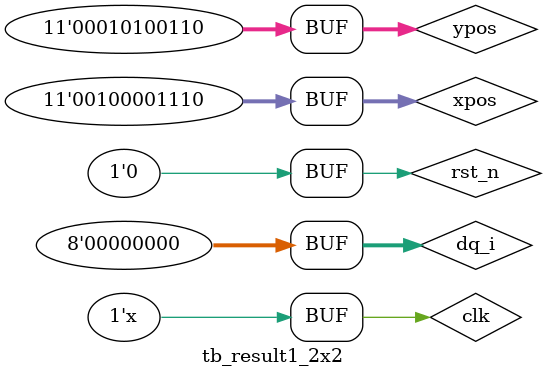
<source format=v>
`timescale  1ns/1ns
 
module tb_result1_2x2;
 
parameter  T = 2; // 时钟周期 ns
 
reg          clk; //input 
reg          rst_n; //input 
reg  [7:0]  dq_i; //input 
reg  [10:0]  xpos; //input 
reg  [10:0]  ypos; //input 
wire [4:0]  digit; //output 

// *******************************************************************************
// ** main
// *******************************************************************************

initial begin
   clk      =1'b0;
   rst_n      =1'b0;
 
   #T //1 start
// 20.0 ns
   rst_n      =1'b1;
 
   #T//
   xpos = 211;
   ypos = 107;
   dq_i = 8'd0;
 
   #T//
   xpos = 212;
   ypos = 107;
   dq_i = 8'd0;
 
   #T//
   xpos = 213;
   ypos = 107;
   dq_i = 8'd0;
 
   #T//
   xpos = 214;
   ypos = 107;
   dq_i = 8'd0;
 
   #T//
   xpos = 215;
   ypos = 107;
   dq_i = 8'd0;
 
   #T//
   xpos = 216;
   ypos = 107;
   dq_i = 8'd0;
 
   #T//
   xpos = 217;
   ypos = 107;
   dq_i = 8'd0;
 
   #T//
   xpos = 218;
   ypos = 107;
   dq_i = 8'd0;
 
   #T//
   xpos = 219;
   ypos = 107;
   dq_i = 8'd0;
 
   #T//
   xpos = 220;
   ypos = 107;
   dq_i = 8'd0;
 
   #T//
   xpos = 221;
   ypos = 107;
   dq_i = 8'd0;
 
   #T//
   xpos = 222;
   ypos = 107;
   dq_i = 8'd0;
 
   #T//
   xpos = 223;
   ypos = 107;
   dq_i = 8'd0;
 
   #T//
   xpos = 224;
   ypos = 107;
   dq_i = 8'd0;
 
   #T//
   xpos = 225;
   ypos = 107;
   dq_i = 8'd0;
 
   #T//
   xpos = 226;
   ypos = 107;
   dq_i = 8'd0;
 
   #T//
   xpos = 227;
   ypos = 107;
   dq_i = 8'd0;
 
   #T//
   xpos = 228;
   ypos = 107;
   dq_i = 8'd0;
 
   #T//
   xpos = 229;
   ypos = 107;
   dq_i = 8'd0;
 
   #T//
   xpos = 230;
   ypos = 107;
   dq_i = 8'd0;
 
   #T//
   xpos = 231;
   ypos = 107;
   dq_i = 8'd0;
 
   #T//
   xpos = 232;
   ypos = 107;
   dq_i = 8'd0;
 
   #T//
   xpos = 233;
   ypos = 107;
   dq_i = 8'd0;
 
   #T//
   xpos = 234;
   ypos = 107;
   dq_i = 8'd0;
 
   #T//
   xpos = 235;
   ypos = 107;
   dq_i = 8'd0;
 
   #T//
   xpos = 236;
   ypos = 107;
   dq_i = 8'd0;
 
   #T//
   xpos = 237;
   ypos = 107;
   dq_i = 8'd0;
 
   #T//
   xpos = 238;
   ypos = 107;
   dq_i = 8'd0;
 
   #T//
   xpos = 239;
   ypos = 107;
   dq_i = 8'd0;
 
   #T//
   xpos = 240;
   ypos = 107;
   dq_i = 8'd0;
 
   #T//
   xpos = 241;
   ypos = 107;
   dq_i = 8'd0;
 
   #T//
   xpos = 242;
   ypos = 107;
   dq_i = 8'd0;
 
   #T//
   xpos = 243;
   ypos = 107;
   dq_i = 8'd0;
 
   #T//
   xpos = 244;
   ypos = 107;
   dq_i = 8'd0;
 
   #T//
   xpos = 245;
   ypos = 107;
   dq_i = 8'd0;
 
   #T//
   xpos = 246;
   ypos = 107;
   dq_i = 8'd0;
 
   #T//
   xpos = 247;
   ypos = 107;
   dq_i = 8'd0;
 
   #T//
   xpos = 248;
   ypos = 107;
   dq_i = 8'd0;
 
   #T//
   xpos = 249;
   ypos = 107;
   dq_i = 8'd0;
 
   #T//
   xpos = 250;
   ypos = 107;
   dq_i = 8'd0;
 
   #T//
   xpos = 251;
   ypos = 107;
   dq_i = 8'd0;
 
   #T//
   xpos = 252;
   ypos = 107;
   dq_i = 8'd0;
 
   #T//
   xpos = 253;
   ypos = 107;
   dq_i = 8'd0;
 
   #T//
   xpos = 254;
   ypos = 107;
   dq_i = 8'd0;
 
   #T//
   xpos = 255;
   ypos = 107;
   dq_i = 8'd0;
 
   #T//
   xpos = 256;
   ypos = 107;
   dq_i = 8'd0;
 
   #T//
   xpos = 257;
   ypos = 107;
   dq_i = 8'd0;
 
   #T//
   xpos = 258;
   ypos = 107;
   dq_i = 8'd0;
 
   #T//
   xpos = 259;
   ypos = 107;
   dq_i = 8'd0;
 
   #T//
   xpos = 260;
   ypos = 107;
   dq_i = 8'd0;
 
   #T//
   xpos = 261;
   ypos = 107;
   dq_i = 8'd0;
 
   #T//
   xpos = 262;
   ypos = 107;
   dq_i = 8'd0;
 
   #T//
   xpos = 263;
   ypos = 107;
   dq_i = 8'd0;
 
   #T//
   xpos = 264;
   ypos = 107;
   dq_i = 8'd0;
 
   #T//
   xpos = 265;
   ypos = 107;
   dq_i = 8'd0;
 
   #T//
   xpos = 266;
   ypos = 107;
   dq_i = 8'd0;
 
   #T//
   xpos = 267;
   ypos = 107;
   dq_i = 8'd0;
 
   #T//
   xpos = 268;
   ypos = 107;
   dq_i = 8'd0;
 
   #T//
   xpos = 269;
   ypos = 107;
   dq_i = 8'd0;
 
   #T//
   xpos = 270;
   ypos = 107;
   dq_i = 8'd0;
 
   #T//
   xpos = 211;
   ypos = 108;
   dq_i = 8'd0;
 
   #T//
   xpos = 212;
   ypos = 108;
   dq_i = 8'd0;
 
   #T//
   xpos = 213;
   ypos = 108;
   dq_i = 8'd0;
 
   #T//
   xpos = 214;
   ypos = 108;
   dq_i = 8'd0;
 
   #T//
   xpos = 215;
   ypos = 108;
   dq_i = 8'd0;
 
   #T//
   xpos = 216;
   ypos = 108;
   dq_i = 8'd0;
 
   #T//
   xpos = 217;
   ypos = 108;
   dq_i = 8'd0;
 
   #T//
   xpos = 218;
   ypos = 108;
   dq_i = 8'd0;
 
   #T//
   xpos = 219;
   ypos = 108;
   dq_i = 8'd0;
 
   #T//
   xpos = 220;
   ypos = 108;
   dq_i = 8'd0;
 
   #T//
   xpos = 221;
   ypos = 108;
   dq_i = 8'd0;
 
   #T//
   xpos = 222;
   ypos = 108;
   dq_i = 8'd0;
 
   #T//
   xpos = 223;
   ypos = 108;
   dq_i = 8'd0;
 
   #T//
   xpos = 224;
   ypos = 108;
   dq_i = 8'd0;
 
   #T//
   xpos = 225;
   ypos = 108;
   dq_i = 8'd0;
 
   #T//
   xpos = 226;
   ypos = 108;
   dq_i = 8'd0;
 
   #T//
   xpos = 227;
   ypos = 108;
   dq_i = 8'd0;
 
   #T//
   xpos = 228;
   ypos = 108;
   dq_i = 8'd0;
 
   #T//
   xpos = 229;
   ypos = 108;
   dq_i = 8'd0;
 
   #T//
   xpos = 230;
   ypos = 108;
   dq_i = 8'd0;
 
   #T//
   xpos = 231;
   ypos = 108;
   dq_i = 8'd0;
 
   #T//
   xpos = 232;
   ypos = 108;
   dq_i = 8'd0;
 
   #T//
   xpos = 233;
   ypos = 108;
   dq_i = 8'd0;
 
   #T//
   xpos = 234;
   ypos = 108;
   dq_i = 8'd0;
 
   #T//
   xpos = 235;
   ypos = 108;
   dq_i = 8'd0;
 
   #T//
   xpos = 236;
   ypos = 108;
   dq_i = 8'd0;
 
   #T//
   xpos = 237;
   ypos = 108;
   dq_i = 8'd0;
 
   #T//
   xpos = 238;
   ypos = 108;
   dq_i = 8'd0;
 
   #T//
   xpos = 239;
   ypos = 108;
   dq_i = 8'd0;
 
   #T//
   xpos = 240;
   ypos = 108;
   dq_i = 8'd0;
 
   #T//
   xpos = 241;
   ypos = 108;
   dq_i = 8'd0;
 
   #T//
   xpos = 242;
   ypos = 108;
   dq_i = 8'd0;
 
   #T//
   xpos = 243;
   ypos = 108;
   dq_i = 8'd0;
 
   #T//
   xpos = 244;
   ypos = 108;
   dq_i = 8'd0;
 
   #T//
   xpos = 245;
   ypos = 108;
   dq_i = 8'd0;
 
   #T//
   xpos = 246;
   ypos = 108;
   dq_i = 8'd0;
 
   #T//
   xpos = 247;
   ypos = 108;
   dq_i = 8'd0;
 
   #T//
   xpos = 248;
   ypos = 108;
   dq_i = 8'd0;
 
   #T//
   xpos = 249;
   ypos = 108;
   dq_i = 8'd0;
 
   #T//
   xpos = 250;
   ypos = 108;
   dq_i = 8'd0;
 
   #T//
   xpos = 251;
   ypos = 108;
   dq_i = 8'd0;
 
   #T//
   xpos = 252;
   ypos = 108;
   dq_i = 8'd0;
 
   #T//
   xpos = 253;
   ypos = 108;
   dq_i = 8'd0;
 
   #T//
   xpos = 254;
   ypos = 108;
   dq_i = 8'd0;
 
   #T//
   xpos = 255;
   ypos = 108;
   dq_i = 8'd0;
 
   #T//
   xpos = 256;
   ypos = 108;
   dq_i = 8'd0;
 
   #T//
   xpos = 257;
   ypos = 108;
   dq_i = 8'd0;
 
   #T//
   xpos = 258;
   ypos = 108;
   dq_i = 8'd0;
 
   #T//
   xpos = 259;
   ypos = 108;
   dq_i = 8'd0;
 
   #T//
   xpos = 260;
   ypos = 108;
   dq_i = 8'd0;
 
   #T//
   xpos = 261;
   ypos = 108;
   dq_i = 8'd0;
 
   #T//
   xpos = 262;
   ypos = 108;
   dq_i = 8'd0;
 
   #T//
   xpos = 263;
   ypos = 108;
   dq_i = 8'd0;
 
   #T//
   xpos = 264;
   ypos = 108;
   dq_i = 8'd0;
 
   #T//
   xpos = 265;
   ypos = 108;
   dq_i = 8'd0;
 
   #T//
   xpos = 266;
   ypos = 108;
   dq_i = 8'd0;
 
   #T//
   xpos = 267;
   ypos = 108;
   dq_i = 8'd0;
 
   #T//
   xpos = 268;
   ypos = 108;
   dq_i = 8'd0;
 
   #T//
   xpos = 269;
   ypos = 108;
   dq_i = 8'd0;
 
   #T//
   xpos = 270;
   ypos = 108;
   dq_i = 8'd0;
 
   #T//
   xpos = 211;
   ypos = 109;
   dq_i = 8'd0;
 
   #T//
   xpos = 212;
   ypos = 109;
   dq_i = 8'd0;
 
   #T//
   xpos = 213;
   ypos = 109;
   dq_i = 0;
 
   #T//
   xpos = 214;
   ypos = 109;
   dq_i = 0;
 
   #T//
   xpos = 215;
   ypos = 109;
   dq_i = 0;
 
   #T//
   xpos = 216;
   ypos = 109;
   dq_i = 0;
 
   #T//
   xpos = 217;
   ypos = 109;
   dq_i = 0;
 
   #T//
   xpos = 218;
   ypos = 109;
   dq_i = 0;
 
   #T//
   xpos = 219;
   ypos = 109;
   dq_i = 0;
 
   #T//
   xpos = 220;
   ypos = 109;
   dq_i = 0;
 
   #T//
   xpos = 221;
   ypos = 109;
   dq_i = 0;
 
   #T//
   xpos = 222;
   ypos = 109;
   dq_i = 0;
 
   #T//
   xpos = 223;
   ypos = 109;
   dq_i = 0;
 
   #T//
   xpos = 224;
   ypos = 109;
   dq_i = 0;
 
   #T//
   xpos = 225;
   ypos = 109;
   dq_i = 0;
 
   #T//
   xpos = 226;
   ypos = 109;
   dq_i = 0;
 
   #T//
   xpos = 227;
   ypos = 109;
   dq_i = 0;
 
   #T//
   xpos = 228;
   ypos = 109;
   dq_i = 0;
 
   #T//
   xpos = 229;
   ypos = 109;
   dq_i = 0;
 
   #T//
   xpos = 230;
   ypos = 109;
   dq_i = 0;
 
   #T//
   xpos = 231;
   ypos = 109;
   dq_i = 0;
 
   #T//
   xpos = 232;
   ypos = 109;
   dq_i = 0;
 
   #T//
   xpos = 233;
   ypos = 109;
   dq_i = 0;
 
   #T//
   xpos = 234;
   ypos = 109;
   dq_i = 0;
 
   #T//
   xpos = 235;
   ypos = 109;
   dq_i = 0;
 
   #T//
   xpos = 236;
   ypos = 109;
   dq_i = 0;
 
   #T//
   xpos = 237;
   ypos = 109;
   dq_i = 0;
 
   #T//
   xpos = 238;
   ypos = 109;
   dq_i = 0;
 
   #T//
   xpos = 239;
   ypos = 109;
   dq_i = 0;
 
   #T//
   xpos = 240;
   ypos = 109;
   dq_i = 0;
 
   #T//
   xpos = 241;
   ypos = 109;
   dq_i = 0;
 
   #T//
   xpos = 242;
   ypos = 109;
   dq_i = 0;
 
   #T//
   xpos = 243;
   ypos = 109;
   dq_i = 0;
 
   #T//
   xpos = 244;
   ypos = 109;
   dq_i = 0;
 
   #T//
   xpos = 245;
   ypos = 109;
   dq_i = 0;
 
   #T//
   xpos = 246;
   ypos = 109;
   dq_i = 0;
 
   #T//
   xpos = 247;
   ypos = 109;
   dq_i = 0;
 
   #T//
   xpos = 248;
   ypos = 109;
   dq_i = 0;
 
   #T//
   xpos = 249;
   ypos = 109;
   dq_i = 0;
 
   #T//
   xpos = 250;
   ypos = 109;
   dq_i = 0;
 
   #T//
   xpos = 251;
   ypos = 109;
   dq_i = 0;
 
   #T//
   xpos = 252;
   ypos = 109;
   dq_i = 0;
 
   #T//
   xpos = 253;
   ypos = 109;
   dq_i = 0;
 
   #T//
   xpos = 254;
   ypos = 109;
   dq_i = 0;
 
   #T//
   xpos = 255;
   ypos = 109;
   dq_i = 0;
 
   #T//
   xpos = 256;
   ypos = 109;
   dq_i = 0;
 
   #T//
   xpos = 257;
   ypos = 109;
   dq_i = 0;
 
   #T//
   xpos = 258;
   ypos = 109;
   dq_i = 0;
 
   #T//
   xpos = 259;
   ypos = 109;
   dq_i = 0;
 
   #T//
   xpos = 260;
   ypos = 109;
   dq_i = 0;
 
   #T//
   xpos = 261;
   ypos = 109;
   dq_i = 0;
 
   #T//
   xpos = 262;
   ypos = 109;
   dq_i = 0;
 
   #T//
   xpos = 263;
   ypos = 109;
   dq_i = 0;
 
   #T//
   xpos = 264;
   ypos = 109;
   dq_i = 0;
 
   #T//
   xpos = 265;
   ypos = 109;
   dq_i = 0;
 
   #T//
   xpos = 266;
   ypos = 109;
   dq_i = 0;
 
   #T//
   xpos = 267;
   ypos = 109;
   dq_i = 0;
 
   #T//
   xpos = 268;
   ypos = 109;
   dq_i = 0;
 
   #T//
   xpos = 269;
   ypos = 109;
   dq_i = 8'd0;
 
   #T//
   xpos = 270;
   ypos = 109;
   dq_i = 8'd0;
 
   #T//
   xpos = 211;
   ypos = 110;
   dq_i = 8'd0;
 
   #T//
   xpos = 212;
   ypos = 110;
   dq_i = 8'd0;
 
   #T//
   xpos = 213;
   ypos = 110;
   dq_i = 0;
 
   #T//
   xpos = 214;
   ypos = 110;
   dq_i = 0;
 
   #T//
   xpos = 215;
   ypos = 110;
   dq_i = 0;
 
   #T//
   xpos = 216;
   ypos = 110;
   dq_i = 0;
 
   #T//
   xpos = 217;
   ypos = 110;
   dq_i = 0;
 
   #T//
   xpos = 218;
   ypos = 110;
   dq_i = 0;
 
   #T//
   xpos = 219;
   ypos = 110;
   dq_i = 0;
 
   #T//
   xpos = 220;
   ypos = 110;
   dq_i = 0;
 
   #T//
   xpos = 221;
   ypos = 110;
   dq_i = 0;
 
   #T//
   xpos = 222;
   ypos = 110;
   dq_i = 0;
 
   #T//
   xpos = 223;
   ypos = 110;
   dq_i = 0;
 
   #T//
   xpos = 224;
   ypos = 110;
   dq_i = 0;
 
   #T//
   xpos = 225;
   ypos = 110;
   dq_i = 0;
 
   #T//
   xpos = 226;
   ypos = 110;
   dq_i = 0;
 
   #T//
   xpos = 227;
   ypos = 110;
   dq_i = 0;
 
   #T//
   xpos = 228;
   ypos = 110;
   dq_i = 0;
 
   #T//
   xpos = 229;
   ypos = 110;
   dq_i = 0;
 
   #T//
   xpos = 230;
   ypos = 110;
   dq_i = 0;
 
   #T//
   xpos = 231;
   ypos = 110;
   dq_i = 0;
 
   #T//
   xpos = 232;
   ypos = 110;
   dq_i = 0;
 
   #T//
   xpos = 233;
   ypos = 110;
   dq_i = 0;
 
   #T//
   xpos = 234;
   ypos = 110;
   dq_i = 0;
 
   #T//
   xpos = 235;
   ypos = 110;
   dq_i = 0;
 
   #T//
   xpos = 236;
   ypos = 110;
   dq_i = 0;
 
   #T//
   xpos = 237;
   ypos = 110;
   dq_i = 0;
 
   #T//
   xpos = 238;
   ypos = 110;
   dq_i = 0;
 
   #T//
   xpos = 239;
   ypos = 110;
   dq_i = 0;
 
   #T//
   xpos = 240;
   ypos = 110;
   dq_i = 0;
 
   #T//
   xpos = 241;
   ypos = 110;
   dq_i = 0;
 
   #T//
   xpos = 242;
   ypos = 110;
   dq_i = 0;
 
   #T//
   xpos = 243;
   ypos = 110;
   dq_i = 0;
 
   #T//
   xpos = 244;
   ypos = 110;
   dq_i = 0;
 
   #T//
   xpos = 245;
   ypos = 110;
   dq_i = 0;
 
   #T//
   xpos = 246;
   ypos = 110;
   dq_i = 0;
 
   #T//
   xpos = 247;
   ypos = 110;
   dq_i = 0;
 
   #T//
   xpos = 248;
   ypos = 110;
   dq_i = 0;
 
   #T//
   xpos = 249;
   ypos = 110;
   dq_i = 0;
 
   #T//
   xpos = 250;
   ypos = 110;
   dq_i = 0;
 
   #T//
   xpos = 251;
   ypos = 110;
   dq_i = 0;
 
   #T//
   xpos = 252;
   ypos = 110;
   dq_i = 0;
 
   #T//
   xpos = 253;
   ypos = 110;
   dq_i = 0;
 
   #T//
   xpos = 254;
   ypos = 110;
   dq_i = 0;
 
   #T//
   xpos = 255;
   ypos = 110;
   dq_i = 0;
 
   #T//
   xpos = 256;
   ypos = 110;
   dq_i = 0;
 
   #T//
   xpos = 257;
   ypos = 110;
   dq_i = 0;
 
   #T//
   xpos = 258;
   ypos = 110;
   dq_i = 0;
 
   #T//
   xpos = 259;
   ypos = 110;
   dq_i = 0;
 
   #T//
   xpos = 260;
   ypos = 110;
   dq_i = 0;
 
   #T//
   xpos = 261;
   ypos = 110;
   dq_i = 0;
 
   #T//
   xpos = 262;
   ypos = 110;
   dq_i = 0;
 
   #T//
   xpos = 263;
   ypos = 110;
   dq_i = 0;
 
   #T//
   xpos = 264;
   ypos = 110;
   dq_i = 0;
 
   #T//
   xpos = 265;
   ypos = 110;
   dq_i = 0;
 
   #T//
   xpos = 266;
   ypos = 110;
   dq_i = 0;
 
   #T//
   xpos = 267;
   ypos = 110;
   dq_i = 0;
 
   #T//
   xpos = 268;
   ypos = 110;
   dq_i = 0;
 
   #T//
   xpos = 269;
   ypos = 110;
   dq_i = 8'd0;
 
   #T//
   xpos = 270;
   ypos = 110;
   dq_i = 8'd0;
 
   #T//
   xpos = 211;
   ypos = 111;
   dq_i = 8'd0;
 
   #T//
   xpos = 212;
   ypos = 111;
   dq_i = 8'd0;
 
   #T//
   xpos = 213;
   ypos = 111;
   dq_i = 0;
 
   #T//
   xpos = 214;
   ypos = 111;
   dq_i = 0;
 
   #T//
   xpos = 215;
   ypos = 111;
   dq_i = 0;
 
   #T//
   xpos = 216;
   ypos = 111;
   dq_i = 0;
 
   #T//
   xpos = 217;
   ypos = 111;
   dq_i = 0;
 
   #T//
   xpos = 218;
   ypos = 111;
   dq_i = 0;
 
   #T//
   xpos = 219;
   ypos = 111;
   dq_i = 0;
 
   #T//
   xpos = 220;
   ypos = 111;
   dq_i = 0;
 
   #T//
   xpos = 221;
   ypos = 111;
   dq_i = 0;
 
   #T//
   xpos = 222;
   ypos = 111;
   dq_i = 0;
 
   #T//
   xpos = 223;
   ypos = 111;
   dq_i = 0;
 
   #T//
   xpos = 224;
   ypos = 111;
   dq_i = 0;
 
   #T//
   xpos = 225;
   ypos = 111;
   dq_i = 0;
 
   #T//
   xpos = 226;
   ypos = 111;
   dq_i = 0;
 
   #T//
   xpos = 227;
   ypos = 111;
   dq_i = 0;
 
   #T//
   xpos = 228;
   ypos = 111;
   dq_i = 0;
 
   #T//
   xpos = 229;
   ypos = 111;
   dq_i = 0;
 
   #T//
   xpos = 230;
   ypos = 111;
   dq_i = 0;
 
   #T//
   xpos = 231;
   ypos = 111;
   dq_i = 0;
 
   #T//
   xpos = 232;
   ypos = 111;
   dq_i = 0;
 
   #T//
   xpos = 233;
   ypos = 111;
   dq_i = 0;
 
   #T//
   xpos = 234;
   ypos = 111;
   dq_i = 0;
 
   #T//
   xpos = 235;
   ypos = 111;
   dq_i = 0;
 
   #T//
   xpos = 236;
   ypos = 111;
   dq_i = 0;
 
   #T//
   xpos = 237;
   ypos = 111;
   dq_i = 0;
 
   #T//
   xpos = 238;
   ypos = 111;
   dq_i = 0;
 
   #T//
   xpos = 239;
   ypos = 111;
   dq_i = 0;
 
   #T//
   xpos = 240;
   ypos = 111;
   dq_i = 0;
 
   #T//
   xpos = 241;
   ypos = 111;
   dq_i = 0;
 
   #T//
   xpos = 242;
   ypos = 111;
   dq_i = 0;
 
   #T//
   xpos = 243;
   ypos = 111;
   dq_i = 0;
 
   #T//
   xpos = 244;
   ypos = 111;
   dq_i = 0;
 
   #T//
   xpos = 245;
   ypos = 111;
   dq_i = 0;
 
   #T//
   xpos = 246;
   ypos = 111;
   dq_i = 0;
 
   #T//
   xpos = 247;
   ypos = 111;
   dq_i = 0;
 
   #T//
   xpos = 248;
   ypos = 111;
   dq_i = 0;
 
   #T//
   xpos = 249;
   ypos = 111;
   dq_i = 0;
 
   #T//
   xpos = 250;
   ypos = 111;
   dq_i = 0;
 
   #T//
   xpos = 251;
   ypos = 111;
   dq_i = 0;
 
   #T//
   xpos = 252;
   ypos = 111;
   dq_i = 0;
 
   #T//
   xpos = 253;
   ypos = 111;
   dq_i = 0;
 
   #T//
   xpos = 254;
   ypos = 111;
   dq_i = 0;
 
   #T//
   xpos = 255;
   ypos = 111;
   dq_i = 0;
 
   #T//
   xpos = 256;
   ypos = 111;
   dq_i = 0;
 
   #T//
   xpos = 257;
   ypos = 111;
   dq_i = 0;
 
   #T//
   xpos = 258;
   ypos = 111;
   dq_i = 0;
 
   #T//
   xpos = 259;
   ypos = 111;
   dq_i = 0;
 
   #T//
   xpos = 260;
   ypos = 111;
   dq_i = 0;
 
   #T//
   xpos = 261;
   ypos = 111;
   dq_i = 0;
 
   #T//
   xpos = 262;
   ypos = 111;
   dq_i = 0;
 
   #T//
   xpos = 263;
   ypos = 111;
   dq_i = 0;
 
   #T//
   xpos = 264;
   ypos = 111;
   dq_i = 0;
 
   #T//
   xpos = 265;
   ypos = 111;
   dq_i = 0;
 
   #T//
   xpos = 266;
   ypos = 111;
   dq_i = 0;
 
   #T//
   xpos = 267;
   ypos = 111;
   dq_i = 0;
 
   #T//
   xpos = 268;
   ypos = 111;
   dq_i = 0;
 
   #T//
   xpos = 269;
   ypos = 111;
   dq_i = 8'd0;
 
   #T//
   xpos = 270;
   ypos = 111;
   dq_i = 8'd0;
 
   #T//
   xpos = 211;
   ypos = 112;
   dq_i = 8'd0;
 
   #T//
   xpos = 212;
   ypos = 112;
   dq_i = 8'd0;
 
   #T//
   xpos = 213;
   ypos = 112;
   dq_i = 0;
 
   #T//
   xpos = 214;
   ypos = 112;
   dq_i = 0;
 
   #T//
   xpos = 215;
   ypos = 112;
   dq_i = 0;
 
   #T//
   xpos = 216;
   ypos = 112;
   dq_i = 0;
 
   #T//
   xpos = 217;
   ypos = 112;
   dq_i = 0;
 
   #T//
   xpos = 218;
   ypos = 112;
   dq_i = 0;
 
   #T//
   xpos = 219;
   ypos = 112;
   dq_i = 0;
 
   #T//
   xpos = 220;
   ypos = 112;
   dq_i = 0;
 
   #T//
   xpos = 221;
   ypos = 112;
   dq_i = 0;
 
   #T//
   xpos = 222;
   ypos = 112;
   dq_i = 0;
 
   #T//
   xpos = 223;
   ypos = 112;
   dq_i = 0;
 
   #T//
   xpos = 224;
   ypos = 112;
   dq_i = 0;
 
   #T//
   xpos = 225;
   ypos = 112;
   dq_i = 0;
 
   #T//
   xpos = 226;
   ypos = 112;
   dq_i = 0;
 
   #T//
   xpos = 227;
   ypos = 112;
   dq_i = 0;
 
   #T//
   xpos = 228;
   ypos = 112;
   dq_i = 0;
 
   #T//
   xpos = 229;
   ypos = 112;
   dq_i = 0;
 
   #T//
   xpos = 230;
   ypos = 112;
   dq_i = 0;
 
   #T//
   xpos = 231;
   ypos = 112;
   dq_i = 0;
 
   #T//
   xpos = 232;
   ypos = 112;
   dq_i = 0;
 
   #T//
   xpos = 233;
   ypos = 112;
   dq_i = 0;
 
   #T//
   xpos = 234;
   ypos = 112;
   dq_i = 0;
 
   #T//
   xpos = 235;
   ypos = 112;
   dq_i = 0;
 
   #T//
   xpos = 236;
   ypos = 112;
   dq_i = 0;
 
   #T//
   xpos = 237;
   ypos = 112;
   dq_i = 0;
 
   #T//
   xpos = 238;
   ypos = 112;
   dq_i = 0;
 
   #T//
   xpos = 239;
   ypos = 112;
   dq_i = 0;
 
   #T//
   xpos = 240;
   ypos = 112;
   dq_i = 0;
 
   #T//
   xpos = 241;
   ypos = 112;
   dq_i = 0;
 
   #T//
   xpos = 242;
   ypos = 112;
   dq_i = 0;
 
   #T//
   xpos = 243;
   ypos = 112;
   dq_i = 0;
 
   #T//
   xpos = 244;
   ypos = 112;
   dq_i = 0;
 
   #T//
   xpos = 245;
   ypos = 112;
   dq_i = 0;
 
   #T//
   xpos = 246;
   ypos = 112;
   dq_i = 0;
 
   #T//
   xpos = 247;
   ypos = 112;
   dq_i = 0;
 
   #T//
   xpos = 248;
   ypos = 112;
   dq_i = 0;
 
   #T//
   xpos = 249;
   ypos = 112;
   dq_i = 0;
 
   #T//
   xpos = 250;
   ypos = 112;
   dq_i = 0;
 
   #T//
   xpos = 251;
   ypos = 112;
   dq_i = 0;
 
   #T//
   xpos = 252;
   ypos = 112;
   dq_i = 0;
 
   #T//
   xpos = 253;
   ypos = 112;
   dq_i = 0;
 
   #T//
   xpos = 254;
   ypos = 112;
   dq_i = 0;
 
   #T//
   xpos = 255;
   ypos = 112;
   dq_i = 0;
 
   #T//
   xpos = 256;
   ypos = 112;
   dq_i = 0;
 
   #T//
   xpos = 257;
   ypos = 112;
   dq_i = 0;
 
   #T//
   xpos = 258;
   ypos = 112;
   dq_i = 0;
 
   #T//
   xpos = 259;
   ypos = 112;
   dq_i = 0;
 
   #T//
   xpos = 260;
   ypos = 112;
   dq_i = 0;
 
   #T//
   xpos = 261;
   ypos = 112;
   dq_i = 0;
 
   #T//
   xpos = 262;
   ypos = 112;
   dq_i = 0;
 
   #T//
   xpos = 263;
   ypos = 112;
   dq_i = 0;
 
   #T//
   xpos = 264;
   ypos = 112;
   dq_i = 0;
 
   #T//
   xpos = 265;
   ypos = 112;
   dq_i = 0;
 
   #T//
   xpos = 266;
   ypos = 112;
   dq_i = 0;
 
   #T//
   xpos = 267;
   ypos = 112;
   dq_i = 0;
 
   #T//
   xpos = 268;
   ypos = 112;
   dq_i = 0;
 
   #T//
   xpos = 269;
   ypos = 112;
   dq_i = 8'd0;
 
   #T//
   xpos = 270;
   ypos = 112;
   dq_i = 8'd0;
 
   #T//
   xpos = 211;
   ypos = 113;
   dq_i = 8'd0;
 
   #T//
   xpos = 212;
   ypos = 113;
   dq_i = 8'd0;
 
   #T//
   xpos = 213;
   ypos = 113;
   dq_i = 0;
 
   #T//
   xpos = 214;
   ypos = 113;
   dq_i = 0;
 
   #T//
   xpos = 215;
   ypos = 113;
   dq_i = 0;
 
   #T//
   xpos = 216;
   ypos = 113;
   dq_i = 0;
 
   #T//
   xpos = 217;
   ypos = 113;
   dq_i = 0;
 
   #T//
   xpos = 218;
   ypos = 113;
   dq_i = 0;
 
   #T//
   xpos = 219;
   ypos = 113;
   dq_i = 0;
 
   #T//
   xpos = 220;
   ypos = 113;
   dq_i = 0;
 
   #T//
   xpos = 221;
   ypos = 113;
   dq_i = 0;
 
   #T//
   xpos = 222;
   ypos = 113;
   dq_i = 0;
 
   #T//
   xpos = 223;
   ypos = 113;
   dq_i = 0;
 
   #T//
   xpos = 224;
   ypos = 113;
   dq_i = 0;
 
   #T//
   xpos = 225;
   ypos = 113;
   dq_i = 0;
 
   #T//
   xpos = 226;
   ypos = 113;
   dq_i = 0;
 
   #T//
   xpos = 227;
   ypos = 113;
   dq_i = 0;
 
   #T//
   xpos = 228;
   ypos = 113;
   dq_i = 0;
 
   #T//
   xpos = 229;
   ypos = 113;
   dq_i = 0;
 
   #T//
   xpos = 230;
   ypos = 113;
   dq_i = 0;
 
   #T//
   xpos = 231;
   ypos = 113;
   dq_i = 0;
 
   #T//
   xpos = 232;
   ypos = 113;
   dq_i = 0;
 
   #T//
   xpos = 233;
   ypos = 113;
   dq_i = 0;
 
   #T//
   xpos = 234;
   ypos = 113;
   dq_i = 0;
 
   #T//
   xpos = 235;
   ypos = 113;
   dq_i = 0;
 
   #T//
   xpos = 236;
   ypos = 113;
   dq_i = 0;
 
   #T//
   xpos = 237;
   ypos = 113;
   dq_i = 0;
 
   #T//
   xpos = 238;
   ypos = 113;
   dq_i = 0;
 
   #T//
   xpos = 239;
   ypos = 113;
   dq_i = 0;
 
   #T//
   xpos = 240;
   ypos = 113;
   dq_i = 0;
 
   #T//
   xpos = 241;
   ypos = 113;
   dq_i = 0;
 
   #T//
   xpos = 242;
   ypos = 113;
   dq_i = 0;
 
   #T//
   xpos = 243;
   ypos = 113;
   dq_i = 0;
 
   #T//
   xpos = 244;
   ypos = 113;
   dq_i = 0;
 
   #T//
   xpos = 245;
   ypos = 113;
   dq_i = 0;
 
   #T//
   xpos = 246;
   ypos = 113;
   dq_i = 0;
 
   #T//
   xpos = 247;
   ypos = 113;
   dq_i = 0;
 
   #T//
   xpos = 248;
   ypos = 113;
   dq_i = 0;
 
   #T//
   xpos = 249;
   ypos = 113;
   dq_i = 0;
 
   #T//
   xpos = 250;
   ypos = 113;
   dq_i = 0;
 
   #T//
   xpos = 251;
   ypos = 113;
   dq_i = 0;
 
   #T//
   xpos = 252;
   ypos = 113;
   dq_i = 0;
 
   #T//
   xpos = 253;
   ypos = 113;
   dq_i = 0;
 
   #T//
   xpos = 254;
   ypos = 113;
   dq_i = 0;
 
   #T//
   xpos = 255;
   ypos = 113;
   dq_i = 0;
 
   #T//
   xpos = 256;
   ypos = 113;
   dq_i = 0;
 
   #T//
   xpos = 257;
   ypos = 113;
   dq_i = 0;
 
   #T//
   xpos = 258;
   ypos = 113;
   dq_i = 0;
 
   #T//
   xpos = 259;
   ypos = 113;
   dq_i = 0;
 
   #T//
   xpos = 260;
   ypos = 113;
   dq_i = 0;
 
   #T//
   xpos = 261;
   ypos = 113;
   dq_i = 0;
 
   #T//
   xpos = 262;
   ypos = 113;
   dq_i = 0;
 
   #T//
   xpos = 263;
   ypos = 113;
   dq_i = 0;
 
   #T//
   xpos = 264;
   ypos = 113;
   dq_i = 0;
 
   #T//
   xpos = 265;
   ypos = 113;
   dq_i = 0;
 
   #T//
   xpos = 266;
   ypos = 113;
   dq_i = 0;
 
   #T//
   xpos = 267;
   ypos = 113;
   dq_i = 0;
 
   #T//
   xpos = 268;
   ypos = 113;
   dq_i = 0;
 
   #T//
   xpos = 269;
   ypos = 113;
   dq_i = 8'd0;
 
   #T//
   xpos = 270;
   ypos = 113;
   dq_i = 8'd0;
 
   #T//
   xpos = 211;
   ypos = 114;
   dq_i = 8'd0;
 
   #T//
   xpos = 212;
   ypos = 114;
   dq_i = 8'd0;
 
   #T//
   xpos = 213;
   ypos = 114;
   dq_i = 0;
 
   #T//
   xpos = 214;
   ypos = 114;
   dq_i = 0;
 
   #T//
   xpos = 215;
   ypos = 114;
   dq_i = 0;
 
   #T//
   xpos = 216;
   ypos = 114;
   dq_i = 0;
 
   #T//
   xpos = 217;
   ypos = 114;
   dq_i = 0;
 
   #T//
   xpos = 218;
   ypos = 114;
   dq_i = 0;
 
   #T//
   xpos = 219;
   ypos = 114;
   dq_i = 0;
 
   #T//
   xpos = 220;
   ypos = 114;
   dq_i = 0;
 
   #T//
   xpos = 221;
   ypos = 114;
   dq_i = 0;
 
   #T//
   xpos = 222;
   ypos = 114;
   dq_i = 0;
 
   #T//
   xpos = 223;
   ypos = 114;
   dq_i = 0;
 
   #T//
   xpos = 224;
   ypos = 114;
   dq_i = 0;
 
   #T//
   xpos = 225;
   ypos = 114;
   dq_i = 0;
 
   #T//
   xpos = 226;
   ypos = 114;
   dq_i = 0;
 
   #T//
   xpos = 227;
   ypos = 114;
   dq_i = 0;
 
   #T//
   xpos = 228;
   ypos = 114;
   dq_i = 0;
 
   #T//
   xpos = 229;
   ypos = 114;
   dq_i = 0;
 
   #T//
   xpos = 230;
   ypos = 114;
   dq_i = 0;
 
   #T//
   xpos = 231;
   ypos = 114;
   dq_i = 0;
 
   #T//
   xpos = 232;
   ypos = 114;
   dq_i = 0;
 
   #T//
   xpos = 233;
   ypos = 114;
   dq_i = 0;
 
   #T//
   xpos = 234;
   ypos = 114;
   dq_i = 0;
 
   #T//
   xpos = 235;
   ypos = 114;
   dq_i = 0;
 
   #T//
   xpos = 236;
   ypos = 114;
   dq_i = 0;
 
   #T//
   xpos = 237;
   ypos = 114;
   dq_i = 0;
 
   #T//
   xpos = 238;
   ypos = 114;
   dq_i = 0;
 
   #T//
   xpos = 239;
   ypos = 114;
   dq_i = 0;
 
   #T//
   xpos = 240;
   ypos = 114;
   dq_i = 0;
 
   #T//
   xpos = 241;
   ypos = 114;
   dq_i = 0;
 
   #T//
   xpos = 242;
   ypos = 114;
   dq_i = 0;
 
   #T//
   xpos = 243;
   ypos = 114;
   dq_i = 0;
 
   #T//
   xpos = 244;
   ypos = 114;
   dq_i = 0;
 
   #T//
   xpos = 245;
   ypos = 114;
   dq_i = 0;
 
   #T//
   xpos = 246;
   ypos = 114;
   dq_i = 0;
 
   #T//
   xpos = 247;
   ypos = 114;
   dq_i = 0;
 
   #T//
   xpos = 248;
   ypos = 114;
   dq_i = 0;
 
   #T//
   xpos = 249;
   ypos = 114;
   dq_i = 0;
 
   #T//
   xpos = 250;
   ypos = 114;
   dq_i = 0;
 
   #T//
   xpos = 251;
   ypos = 114;
   dq_i = 0;
 
   #T//
   xpos = 252;
   ypos = 114;
   dq_i = 0;
 
   #T//
   xpos = 253;
   ypos = 114;
   dq_i = 0;
 
   #T//
   xpos = 254;
   ypos = 114;
   dq_i = 0;
 
   #T//
   xpos = 255;
   ypos = 114;
   dq_i = 0;
 
   #T//
   xpos = 256;
   ypos = 114;
   dq_i = 0;
 
   #T//
   xpos = 257;
   ypos = 114;
   dq_i = 0;
 
   #T//
   xpos = 258;
   ypos = 114;
   dq_i = 0;
 
   #T//
   xpos = 259;
   ypos = 114;
   dq_i = 0;
 
   #T//
   xpos = 260;
   ypos = 114;
   dq_i = 0;
 
   #T//
   xpos = 261;
   ypos = 114;
   dq_i = 0;
 
   #T//
   xpos = 262;
   ypos = 114;
   dq_i = 0;
 
   #T//
   xpos = 263;
   ypos = 114;
   dq_i = 0;
 
   #T//
   xpos = 264;
   ypos = 114;
   dq_i = 0;
 
   #T//
   xpos = 265;
   ypos = 114;
   dq_i = 0;
 
   #T//
   xpos = 266;
   ypos = 114;
   dq_i = 0;
 
   #T//
   xpos = 267;
   ypos = 114;
   dq_i = 0;
 
   #T//
   xpos = 268;
   ypos = 114;
   dq_i = 0;
 
   #T//
   xpos = 269;
   ypos = 114;
   dq_i = 8'd0;
 
   #T//
   xpos = 270;
   ypos = 114;
   dq_i = 8'd0;
 
   #T//
   xpos = 211;
   ypos = 115;
   dq_i = 8'd0;
 
   #T//
   xpos = 212;
   ypos = 115;
   dq_i = 8'd0;
 
   #T//
   xpos = 213;
   ypos = 115;
   dq_i = 0;
 
   #T//
   xpos = 214;
   ypos = 115;
   dq_i = 0;
 
   #T//
   xpos = 215;
   ypos = 115;
   dq_i = 0;
 
   #T//
   xpos = 216;
   ypos = 115;
   dq_i = 0;
 
   #T//
   xpos = 217;
   ypos = 115;
   dq_i = 0;
 
   #T//
   xpos = 218;
   ypos = 115;
   dq_i = 0;
 
   #T//
   xpos = 219;
   ypos = 115;
   dq_i = 0;
 
   #T//
   xpos = 220;
   ypos = 115;
   dq_i = 0;
 
   #T//
   xpos = 221;
   ypos = 115;
   dq_i = 0;
 
   #T//
   xpos = 222;
   ypos = 115;
   dq_i = 0;
 
   #T//
   xpos = 223;
   ypos = 115;
   dq_i = 0;
 
   #T//
   xpos = 224;
   ypos = 115;
   dq_i = 0;
 
   #T//
   xpos = 225;
   ypos = 115;
   dq_i = 0;
 
   #T//
   xpos = 226;
   ypos = 115;
   dq_i = 0;
 
   #T//
   xpos = 227;
   ypos = 115;
   dq_i = 0;
 
   #T//
   xpos = 228;
   ypos = 115;
   dq_i = 0;
 
   #T//
   xpos = 229;
   ypos = 115;
   dq_i = 0;
 
   #T//
   xpos = 230;
   ypos = 115;
   dq_i = 0;
 
   #T//
   xpos = 231;
   ypos = 115;
   dq_i = 0;
 
   #T//
   xpos = 232;
   ypos = 115;
   dq_i = 0;
 
   #T//
   xpos = 233;
   ypos = 115;
   dq_i = 0;
 
   #T//
   xpos = 234;
   ypos = 115;
   dq_i = 0;
 
   #T//
   xpos = 235;
   ypos = 115;
   dq_i = 0;
 
   #T//
   xpos = 236;
   ypos = 115;
   dq_i = 0;
 
   #T//
   xpos = 237;
   ypos = 115;
   dq_i = 0;
 
   #T//
   xpos = 238;
   ypos = 115;
   dq_i = 0;
 
   #T//
   xpos = 239;
   ypos = 115;
   dq_i = 0;
 
   #T//
   xpos = 240;
   ypos = 115;
   dq_i = 0;
 
   #T//
   xpos = 241;
   ypos = 115;
   dq_i = 0;
 
   #T//
   xpos = 242;
   ypos = 115;
   dq_i = 0;
 
   #T//
   xpos = 243;
   ypos = 115;
   dq_i = 0;
 
   #T//
   xpos = 244;
   ypos = 115;
   dq_i = 0;
 
   #T//
   xpos = 245;
   ypos = 115;
   dq_i = 0;
 
   #T//
   xpos = 246;
   ypos = 115;
   dq_i = 0;
 
   #T//
   xpos = 247;
   ypos = 115;
   dq_i = 0;
 
   #T//
   xpos = 248;
   ypos = 115;
   dq_i = 0;
 
   #T//
   xpos = 249;
   ypos = 115;
   dq_i = 0;
 
   #T//
   xpos = 250;
   ypos = 115;
   dq_i = 0;
 
   #T//
   xpos = 251;
   ypos = 115;
   dq_i = 0;
 
   #T//
   xpos = 252;
   ypos = 115;
   dq_i = 0;
 
   #T//
   xpos = 253;
   ypos = 115;
   dq_i = 0;
 
   #T//
   xpos = 254;
   ypos = 115;
   dq_i = 0;
 
   #T//
   xpos = 255;
   ypos = 115;
   dq_i = 0;
 
   #T//
   xpos = 256;
   ypos = 115;
   dq_i = 0;
 
   #T//
   xpos = 257;
   ypos = 115;
   dq_i = 0;
 
   #T//
   xpos = 258;
   ypos = 115;
   dq_i = 0;
 
   #T//
   xpos = 259;
   ypos = 115;
   dq_i = 0;
 
   #T//
   xpos = 260;
   ypos = 115;
   dq_i = 0;
 
   #T//
   xpos = 261;
   ypos = 115;
   dq_i = 0;
 
   #T//
   xpos = 262;
   ypos = 115;
   dq_i = 0;
 
   #T//
   xpos = 263;
   ypos = 115;
   dq_i = 0;
 
   #T//
   xpos = 264;
   ypos = 115;
   dq_i = 0;
 
   #T//
   xpos = 265;
   ypos = 115;
   dq_i = 0;
 
   #T//
   xpos = 266;
   ypos = 115;
   dq_i = 0;
 
   #T//
   xpos = 267;
   ypos = 115;
   dq_i = 0;
 
   #T//
   xpos = 268;
   ypos = 115;
   dq_i = 0;
 
   #T//
   xpos = 269;
   ypos = 115;
   dq_i = 8'd0;
 
   #T//
   xpos = 270;
   ypos = 115;
   dq_i = 8'd0;
 
   #T//
   xpos = 211;
   ypos = 116;
   dq_i = 8'd0;
 
   #T//
   xpos = 212;
   ypos = 116;
   dq_i = 8'd0;
 
   #T//
   xpos = 213;
   ypos = 116;
   dq_i = 0;
 
   #T//
   xpos = 214;
   ypos = 116;
   dq_i = 0;
 
   #T//
   xpos = 215;
   ypos = 116;
   dq_i = 0;
 
   #T//
   xpos = 216;
   ypos = 116;
   dq_i = 0;
 
   #T//
   xpos = 217;
   ypos = 116;
   dq_i = 0;
 
   #T//
   xpos = 218;
   ypos = 116;
   dq_i = 0;
 
   #T//
   xpos = 219;
   ypos = 116;
   dq_i = 0;
 
   #T//
   xpos = 220;
   ypos = 116;
   dq_i = 0;
 
   #T//
   xpos = 221;
   ypos = 116;
   dq_i = 0;
 
   #T//
   xpos = 222;
   ypos = 116;
   dq_i = 0;
 
   #T//
   xpos = 223;
   ypos = 116;
   dq_i = 0;
 
   #T//
   xpos = 224;
   ypos = 116;
   dq_i = 0;
 
   #T//
   xpos = 225;
   ypos = 116;
   dq_i = 0;
 
   #T//
   xpos = 226;
   ypos = 116;
   dq_i = 0;
 
   #T//
   xpos = 227;
   ypos = 116;
   dq_i = 0;
 
   #T//
   xpos = 228;
   ypos = 116;
   dq_i = 0;
 
   #T//
   xpos = 229;
   ypos = 116;
   dq_i = 0;
 
   #T//
   xpos = 230;
   ypos = 116;
   dq_i = 0;
 
   #T//
   xpos = 231;
   ypos = 116;
   dq_i = 0;
 
   #T//
   xpos = 232;
   ypos = 116;
   dq_i = 0;
 
   #T//
   xpos = 233;
   ypos = 116;
   dq_i = 0;
 
   #T//
   xpos = 234;
   ypos = 116;
   dq_i = 0;
 
   #T//
   xpos = 235;
   ypos = 116;
   dq_i = 0;
 
   #T//
   xpos = 236;
   ypos = 116;
   dq_i = 0;
 
   #T//
   xpos = 237;
   ypos = 116;
   dq_i = 0;
 
   #T//
   xpos = 238;
   ypos = 116;
   dq_i = 0;
 
   #T//
   xpos = 239;
   ypos = 116;
   dq_i = 0;
 
   #T//
   xpos = 240;
   ypos = 116;
   dq_i = 0;
 
   #T//
   xpos = 241;
   ypos = 116;
   dq_i = 0;
 
   #T//
   xpos = 242;
   ypos = 116;
   dq_i = 0;
 
   #T//
   xpos = 243;
   ypos = 116;
   dq_i = 0;
 
   #T//
   xpos = 244;
   ypos = 116;
   dq_i = 0;
 
   #T//
   xpos = 245;
   ypos = 116;
   dq_i = 0;
 
   #T//
   xpos = 246;
   ypos = 116;
   dq_i = 0;
 
   #T//
   xpos = 247;
   ypos = 116;
   dq_i = 0;
 
   #T//
   xpos = 248;
   ypos = 116;
   dq_i = 0;
 
   #T//
   xpos = 249;
   ypos = 116;
   dq_i = 0;
 
   #T//
   xpos = 250;
   ypos = 116;
   dq_i = 0;
 
   #T//
   xpos = 251;
   ypos = 116;
   dq_i = 0;
 
   #T//
   xpos = 252;
   ypos = 116;
   dq_i = 0;
 
   #T//
   xpos = 253;
   ypos = 116;
   dq_i = 0;
 
   #T//
   xpos = 254;
   ypos = 116;
   dq_i = 0;
 
   #T//
   xpos = 255;
   ypos = 116;
   dq_i = 0;
 
   #T//
   xpos = 256;
   ypos = 116;
   dq_i = 0;
 
   #T//
   xpos = 257;
   ypos = 116;
   dq_i = 0;
 
   #T//
   xpos = 258;
   ypos = 116;
   dq_i = 0;
 
   #T//
   xpos = 259;
   ypos = 116;
   dq_i = 0;
 
   #T//
   xpos = 260;
   ypos = 116;
   dq_i = 0;
 
   #T//
   xpos = 261;
   ypos = 116;
   dq_i = 0;
 
   #T//
   xpos = 262;
   ypos = 116;
   dq_i = 0;
 
   #T//
   xpos = 263;
   ypos = 116;
   dq_i = 0;
 
   #T//
   xpos = 264;
   ypos = 116;
   dq_i = 0;
 
   #T//
   xpos = 265;
   ypos = 116;
   dq_i = 0;
 
   #T//
   xpos = 266;
   ypos = 116;
   dq_i = 0;
 
   #T//
   xpos = 267;
   ypos = 116;
   dq_i = 0;
 
   #T//
   xpos = 268;
   ypos = 116;
   dq_i = 0;
 
   #T//
   xpos = 269;
   ypos = 116;
   dq_i = 8'd0;
 
   #T//
   xpos = 270;
   ypos = 116;
   dq_i = 8'd0;
 
   #T//
   xpos = 211;
   ypos = 117;
   dq_i = 8'd0;
 
   #T//
   xpos = 212;
   ypos = 117;
   dq_i = 8'd0;
 
   #T//
   xpos = 213;
   ypos = 117;
   dq_i = 0;
 
   #T//
   xpos = 214;
   ypos = 117;
   dq_i = 0;
 
   #T//
   xpos = 215;
   ypos = 117;
   dq_i = 0;
 
   #T//
   xpos = 216;
   ypos = 117;
   dq_i = 0;
 
   #T//
   xpos = 217;
   ypos = 117;
   dq_i = 0;
 
   #T//
   xpos = 218;
   ypos = 117;
   dq_i = 0;
 
   #T//
   xpos = 219;
   ypos = 117;
   dq_i = 0;
 
   #T//
   xpos = 220;
   ypos = 117;
   dq_i = 0;
 
   #T//
   xpos = 221;
   ypos = 117;
   dq_i = 0;
 
   #T//
   xpos = 222;
   ypos = 117;
   dq_i = 0;
 
   #T//
   xpos = 223;
   ypos = 117;
   dq_i = 0;
 
   #T//
   xpos = 224;
   ypos = 117;
   dq_i = 0;
 
   #T//
   xpos = 225;
   ypos = 117;
   dq_i = 0;
 
   #T//
   xpos = 226;
   ypos = 117;
   dq_i = 0;
 
   #T//
   xpos = 227;
   ypos = 117;
   dq_i = 0;
 
   #T//
   xpos = 228;
   ypos = 117;
   dq_i = 0;
 
   #T//
   xpos = 229;
   ypos = 117;
   dq_i = 0;
 
   #T//
   xpos = 230;
   ypos = 117;
   dq_i = 0;
 
   #T//
   xpos = 231;
   ypos = 117;
   dq_i = 0;
 
   #T//
   xpos = 232;
   ypos = 117;
   dq_i = 0;
 
   #T//
   xpos = 233;
   ypos = 117;
   dq_i = 0;
 
   #T//
   xpos = 234;
   ypos = 117;
   dq_i = 0;
 
   #T//
   xpos = 235;
   ypos = 117;
   dq_i = 0;
 
   #T//
   xpos = 236;
   ypos = 117;
   dq_i = 0;
 
   #T//
   xpos = 237;
   ypos = 117;
   dq_i = 0;
 
   #T//
   xpos = 238;
   ypos = 117;
   dq_i = 0;
 
   #T//
   xpos = 239;
   ypos = 117;
   dq_i = 0;
 
   #T//
   xpos = 240;
   ypos = 117;
   dq_i = 0;
 
   #T//
   xpos = 241;
   ypos = 117;
   dq_i = 0;
 
   #T//
   xpos = 242;
   ypos = 117;
   dq_i = 0;
 
   #T//
   xpos = 243;
   ypos = 117;
   dq_i = 0;
 
   #T//
   xpos = 244;
   ypos = 117;
   dq_i = 0;
 
   #T//
   xpos = 245;
   ypos = 117;
   dq_i = 38;
 
   #T//
   xpos = 246;
   ypos = 117;
   dq_i = 38;
 
   #T//
   xpos = 247;
   ypos = 117;
   dq_i = 254;
 
   #T//
   xpos = 248;
   ypos = 117;
   dq_i = 254;
 
   #T//
   xpos = 249;
   ypos = 117;
   dq_i = 109;
 
   #T//
   xpos = 250;
   ypos = 117;
   dq_i = 109;
 
   #T//
   xpos = 251;
   ypos = 117;
   dq_i = 0;
 
   #T//
   xpos = 252;
   ypos = 117;
   dq_i = 0;
 
   #T//
   xpos = 253;
   ypos = 117;
   dq_i = 0;
 
   #T//
   xpos = 254;
   ypos = 117;
   dq_i = 0;
 
   #T//
   xpos = 255;
   ypos = 117;
   dq_i = 0;
 
   #T//
   xpos = 256;
   ypos = 117;
   dq_i = 0;
 
   #T//
   xpos = 257;
   ypos = 117;
   dq_i = 0;
 
   #T//
   xpos = 258;
   ypos = 117;
   dq_i = 0;
 
   #T//
   xpos = 259;
   ypos = 117;
   dq_i = 0;
 
   #T//
   xpos = 260;
   ypos = 117;
   dq_i = 0;
 
   #T//
   xpos = 261;
   ypos = 117;
   dq_i = 0;
 
   #T//
   xpos = 262;
   ypos = 117;
   dq_i = 0;
 
   #T//
   xpos = 263;
   ypos = 117;
   dq_i = 0;
 
   #T//
   xpos = 264;
   ypos = 117;
   dq_i = 0;
 
   #T//
   xpos = 265;
   ypos = 117;
   dq_i = 0;
 
   #T//
   xpos = 266;
   ypos = 117;
   dq_i = 0;
 
   #T//
   xpos = 267;
   ypos = 117;
   dq_i = 0;
 
   #T//
   xpos = 268;
   ypos = 117;
   dq_i = 0;
 
   #T//
   xpos = 269;
   ypos = 117;
   dq_i = 8'd0;
 
   #T//
   xpos = 270;
   ypos = 117;
   dq_i = 8'd0;
 
   #T//
   xpos = 211;
   ypos = 118;
   dq_i = 8'd0;
 
   #T//
   xpos = 212;
   ypos = 118;
   dq_i = 8'd0;
 
   #T//
   xpos = 213;
   ypos = 118;
   dq_i = 0;
 
   #T//
   xpos = 214;
   ypos = 118;
   dq_i = 0;
 
   #T//
   xpos = 215;
   ypos = 118;
   dq_i = 0;
 
   #T//
   xpos = 216;
   ypos = 118;
   dq_i = 0;
 
   #T//
   xpos = 217;
   ypos = 118;
   dq_i = 0;
 
   #T//
   xpos = 218;
   ypos = 118;
   dq_i = 0;
 
   #T//
   xpos = 219;
   ypos = 118;
   dq_i = 0;
 
   #T//
   xpos = 220;
   ypos = 118;
   dq_i = 0;
 
   #T//
   xpos = 221;
   ypos = 118;
   dq_i = 0;
 
   #T//
   xpos = 222;
   ypos = 118;
   dq_i = 0;
 
   #T//
   xpos = 223;
   ypos = 118;
   dq_i = 0;
 
   #T//
   xpos = 224;
   ypos = 118;
   dq_i = 0;
 
   #T//
   xpos = 225;
   ypos = 118;
   dq_i = 0;
 
   #T//
   xpos = 226;
   ypos = 118;
   dq_i = 0;
 
   #T//
   xpos = 227;
   ypos = 118;
   dq_i = 0;
 
   #T//
   xpos = 228;
   ypos = 118;
   dq_i = 0;
 
   #T//
   xpos = 229;
   ypos = 118;
   dq_i = 0;
 
   #T//
   xpos = 230;
   ypos = 118;
   dq_i = 0;
 
   #T//
   xpos = 231;
   ypos = 118;
   dq_i = 0;
 
   #T//
   xpos = 232;
   ypos = 118;
   dq_i = 0;
 
   #T//
   xpos = 233;
   ypos = 118;
   dq_i = 0;
 
   #T//
   xpos = 234;
   ypos = 118;
   dq_i = 0;
 
   #T//
   xpos = 235;
   ypos = 118;
   dq_i = 0;
 
   #T//
   xpos = 236;
   ypos = 118;
   dq_i = 0;
 
   #T//
   xpos = 237;
   ypos = 118;
   dq_i = 0;
 
   #T//
   xpos = 238;
   ypos = 118;
   dq_i = 0;
 
   #T//
   xpos = 239;
   ypos = 118;
   dq_i = 0;
 
   #T//
   xpos = 240;
   ypos = 118;
   dq_i = 0;
 
   #T//
   xpos = 241;
   ypos = 118;
   dq_i = 0;
 
   #T//
   xpos = 242;
   ypos = 118;
   dq_i = 0;
 
   #T//
   xpos = 243;
   ypos = 118;
   dq_i = 0;
 
   #T//
   xpos = 244;
   ypos = 118;
   dq_i = 0;
 
   #T//
   xpos = 245;
   ypos = 118;
   dq_i = 38;
 
   #T//
   xpos = 246;
   ypos = 118;
   dq_i = 38;
 
   #T//
   xpos = 247;
   ypos = 118;
   dq_i = 254;
 
   #T//
   xpos = 248;
   ypos = 118;
   dq_i = 254;
 
   #T//
   xpos = 249;
   ypos = 118;
   dq_i = 109;
 
   #T//
   xpos = 250;
   ypos = 118;
   dq_i = 109;
 
   #T//
   xpos = 251;
   ypos = 118;
   dq_i = 0;
 
   #T//
   xpos = 252;
   ypos = 118;
   dq_i = 0;
 
   #T//
   xpos = 253;
   ypos = 118;
   dq_i = 0;
 
   #T//
   xpos = 254;
   ypos = 118;
   dq_i = 0;
 
   #T//
   xpos = 255;
   ypos = 118;
   dq_i = 0;
 
   #T//
   xpos = 256;
   ypos = 118;
   dq_i = 0;
 
   #T//
   xpos = 257;
   ypos = 118;
   dq_i = 0;
 
   #T//
   xpos = 258;
   ypos = 118;
   dq_i = 0;
 
   #T//
   xpos = 259;
   ypos = 118;
   dq_i = 0;
 
   #T//
   xpos = 260;
   ypos = 118;
   dq_i = 0;
 
   #T//
   xpos = 261;
   ypos = 118;
   dq_i = 0;
 
   #T//
   xpos = 262;
   ypos = 118;
   dq_i = 0;
 
   #T//
   xpos = 263;
   ypos = 118;
   dq_i = 0;
 
   #T//
   xpos = 264;
   ypos = 118;
   dq_i = 0;
 
   #T//
   xpos = 265;
   ypos = 118;
   dq_i = 0;
 
   #T//
   xpos = 266;
   ypos = 118;
   dq_i = 0;
 
   #T//
   xpos = 267;
   ypos = 118;
   dq_i = 0;
 
   #T//
   xpos = 268;
   ypos = 118;
   dq_i = 0;
 
   #T//
   xpos = 269;
   ypos = 118;
   dq_i = 8'd0;
 
   #T//
   xpos = 270;
   ypos = 118;
   dq_i = 8'd0;
 
   #T//
   xpos = 211;
   ypos = 119;
   dq_i = 8'd0;
 
   #T//
   xpos = 212;
   ypos = 119;
   dq_i = 8'd0;
 
   #T//
   xpos = 213;
   ypos = 119;
   dq_i = 0;
 
   #T//
   xpos = 214;
   ypos = 119;
   dq_i = 0;
 
   #T//
   xpos = 215;
   ypos = 119;
   dq_i = 0;
 
   #T//
   xpos = 216;
   ypos = 119;
   dq_i = 0;
 
   #T//
   xpos = 217;
   ypos = 119;
   dq_i = 0;
 
   #T//
   xpos = 218;
   ypos = 119;
   dq_i = 0;
 
   #T//
   xpos = 219;
   ypos = 119;
   dq_i = 0;
 
   #T//
   xpos = 220;
   ypos = 119;
   dq_i = 0;
 
   #T//
   xpos = 221;
   ypos = 119;
   dq_i = 0;
 
   #T//
   xpos = 222;
   ypos = 119;
   dq_i = 0;
 
   #T//
   xpos = 223;
   ypos = 119;
   dq_i = 0;
 
   #T//
   xpos = 224;
   ypos = 119;
   dq_i = 0;
 
   #T//
   xpos = 225;
   ypos = 119;
   dq_i = 0;
 
   #T//
   xpos = 226;
   ypos = 119;
   dq_i = 0;
 
   #T//
   xpos = 227;
   ypos = 119;
   dq_i = 0;
 
   #T//
   xpos = 228;
   ypos = 119;
   dq_i = 0;
 
   #T//
   xpos = 229;
   ypos = 119;
   dq_i = 0;
 
   #T//
   xpos = 230;
   ypos = 119;
   dq_i = 0;
 
   #T//
   xpos = 231;
   ypos = 119;
   dq_i = 0;
 
   #T//
   xpos = 232;
   ypos = 119;
   dq_i = 0;
 
   #T//
   xpos = 233;
   ypos = 119;
   dq_i = 0;
 
   #T//
   xpos = 234;
   ypos = 119;
   dq_i = 0;
 
   #T//
   xpos = 235;
   ypos = 119;
   dq_i = 0;
 
   #T//
   xpos = 236;
   ypos = 119;
   dq_i = 0;
 
   #T//
   xpos = 237;
   ypos = 119;
   dq_i = 0;
 
   #T//
   xpos = 238;
   ypos = 119;
   dq_i = 0;
 
   #T//
   xpos = 239;
   ypos = 119;
   dq_i = 0;
 
   #T//
   xpos = 240;
   ypos = 119;
   dq_i = 0;
 
   #T//
   xpos = 241;
   ypos = 119;
   dq_i = 0;
 
   #T//
   xpos = 242;
   ypos = 119;
   dq_i = 0;
 
   #T//
   xpos = 243;
   ypos = 119;
   dq_i = 0;
 
   #T//
   xpos = 244;
   ypos = 119;
   dq_i = 0;
 
   #T//
   xpos = 245;
   ypos = 119;
   dq_i = 87;
 
   #T//
   xpos = 246;
   ypos = 119;
   dq_i = 87;
 
   #T//
   xpos = 247;
   ypos = 119;
   dq_i = 252;
 
   #T//
   xpos = 248;
   ypos = 119;
   dq_i = 252;
 
   #T//
   xpos = 249;
   ypos = 119;
   dq_i = 82;
 
   #T//
   xpos = 250;
   ypos = 119;
   dq_i = 82;
 
   #T//
   xpos = 251;
   ypos = 119;
   dq_i = 0;
 
   #T//
   xpos = 252;
   ypos = 119;
   dq_i = 0;
 
   #T//
   xpos = 253;
   ypos = 119;
   dq_i = 0;
 
   #T//
   xpos = 254;
   ypos = 119;
   dq_i = 0;
 
   #T//
   xpos = 255;
   ypos = 119;
   dq_i = 0;
 
   #T//
   xpos = 256;
   ypos = 119;
   dq_i = 0;
 
   #T//
   xpos = 257;
   ypos = 119;
   dq_i = 0;
 
   #T//
   xpos = 258;
   ypos = 119;
   dq_i = 0;
 
   #T//
   xpos = 259;
   ypos = 119;
   dq_i = 0;
 
   #T//
   xpos = 260;
   ypos = 119;
   dq_i = 0;
 
   #T//
   xpos = 261;
   ypos = 119;
   dq_i = 0;
 
   #T//
   xpos = 262;
   ypos = 119;
   dq_i = 0;
 
   #T//
   xpos = 263;
   ypos = 119;
   dq_i = 0;
 
   #T//
   xpos = 264;
   ypos = 119;
   dq_i = 0;
 
   #T//
   xpos = 265;
   ypos = 119;
   dq_i = 0;
 
   #T//
   xpos = 266;
   ypos = 119;
   dq_i = 0;
 
   #T//
   xpos = 267;
   ypos = 119;
   dq_i = 0;
 
   #T//
   xpos = 268;
   ypos = 119;
   dq_i = 0;
 
   #T//
   xpos = 269;
   ypos = 119;
   dq_i = 8'd0;
 
   #T//
   xpos = 270;
   ypos = 119;
   dq_i = 8'd0;
 
   #T//
   xpos = 211;
   ypos = 120;
   dq_i = 8'd0;
 
   #T//
   xpos = 212;
   ypos = 120;
   dq_i = 8'd0;
 
   #T//
   xpos = 213;
   ypos = 120;
   dq_i = 0;
 
   #T//
   xpos = 214;
   ypos = 120;
   dq_i = 0;
 
   #T//
   xpos = 215;
   ypos = 120;
   dq_i = 0;
 
   #T//
   xpos = 216;
   ypos = 120;
   dq_i = 0;
 
   #T//
   xpos = 217;
   ypos = 120;
   dq_i = 0;
 
   #T//
   xpos = 218;
   ypos = 120;
   dq_i = 0;
 
   #T//
   xpos = 219;
   ypos = 120;
   dq_i = 0;
 
   #T//
   xpos = 220;
   ypos = 120;
   dq_i = 0;
 
   #T//
   xpos = 221;
   ypos = 120;
   dq_i = 0;
 
   #T//
   xpos = 222;
   ypos = 120;
   dq_i = 0;
 
   #T//
   xpos = 223;
   ypos = 120;
   dq_i = 0;
 
   #T//
   xpos = 224;
   ypos = 120;
   dq_i = 0;
 
   #T//
   xpos = 225;
   ypos = 120;
   dq_i = 0;
 
   #T//
   xpos = 226;
   ypos = 120;
   dq_i = 0;
 
   #T//
   xpos = 227;
   ypos = 120;
   dq_i = 0;
 
   #T//
   xpos = 228;
   ypos = 120;
   dq_i = 0;
 
   #T//
   xpos = 229;
   ypos = 120;
   dq_i = 0;
 
   #T//
   xpos = 230;
   ypos = 120;
   dq_i = 0;
 
   #T//
   xpos = 231;
   ypos = 120;
   dq_i = 0;
 
   #T//
   xpos = 232;
   ypos = 120;
   dq_i = 0;
 
   #T//
   xpos = 233;
   ypos = 120;
   dq_i = 0;
 
   #T//
   xpos = 234;
   ypos = 120;
   dq_i = 0;
 
   #T//
   xpos = 235;
   ypos = 120;
   dq_i = 0;
 
   #T//
   xpos = 236;
   ypos = 120;
   dq_i = 0;
 
   #T//
   xpos = 237;
   ypos = 120;
   dq_i = 0;
 
   #T//
   xpos = 238;
   ypos = 120;
   dq_i = 0;
 
   #T//
   xpos = 239;
   ypos = 120;
   dq_i = 0;
 
   #T//
   xpos = 240;
   ypos = 120;
   dq_i = 0;
 
   #T//
   xpos = 241;
   ypos = 120;
   dq_i = 0;
 
   #T//
   xpos = 242;
   ypos = 120;
   dq_i = 0;
 
   #T//
   xpos = 243;
   ypos = 120;
   dq_i = 0;
 
   #T//
   xpos = 244;
   ypos = 120;
   dq_i = 0;
 
   #T//
   xpos = 245;
   ypos = 120;
   dq_i = 87;
 
   #T//
   xpos = 246;
   ypos = 120;
   dq_i = 87;
 
   #T//
   xpos = 247;
   ypos = 120;
   dq_i = 252;
 
   #T//
   xpos = 248;
   ypos = 120;
   dq_i = 252;
 
   #T//
   xpos = 249;
   ypos = 120;
   dq_i = 82;
 
   #T//
   xpos = 250;
   ypos = 120;
   dq_i = 82;
 
   #T//
   xpos = 251;
   ypos = 120;
   dq_i = 0;
 
   #T//
   xpos = 252;
   ypos = 120;
   dq_i = 0;
 
   #T//
   xpos = 253;
   ypos = 120;
   dq_i = 0;
 
   #T//
   xpos = 254;
   ypos = 120;
   dq_i = 0;
 
   #T//
   xpos = 255;
   ypos = 120;
   dq_i = 0;
 
   #T//
   xpos = 256;
   ypos = 120;
   dq_i = 0;
 
   #T//
   xpos = 257;
   ypos = 120;
   dq_i = 0;
 
   #T//
   xpos = 258;
   ypos = 120;
   dq_i = 0;
 
   #T//
   xpos = 259;
   ypos = 120;
   dq_i = 0;
 
   #T//
   xpos = 260;
   ypos = 120;
   dq_i = 0;
 
   #T//
   xpos = 261;
   ypos = 120;
   dq_i = 0;
 
   #T//
   xpos = 262;
   ypos = 120;
   dq_i = 0;
 
   #T//
   xpos = 263;
   ypos = 120;
   dq_i = 0;
 
   #T//
   xpos = 264;
   ypos = 120;
   dq_i = 0;
 
   #T//
   xpos = 265;
   ypos = 120;
   dq_i = 0;
 
   #T//
   xpos = 266;
   ypos = 120;
   dq_i = 0;
 
   #T//
   xpos = 267;
   ypos = 120;
   dq_i = 0;
 
   #T//
   xpos = 268;
   ypos = 120;
   dq_i = 0;
 
   #T//
   xpos = 269;
   ypos = 120;
   dq_i = 8'd0;
 
   #T//
   xpos = 270;
   ypos = 120;
   dq_i = 8'd0;
 
   #T//
   xpos = 211;
   ypos = 121;
   dq_i = 8'd0;
 
   #T//
   xpos = 212;
   ypos = 121;
   dq_i = 8'd0;
 
   #T//
   xpos = 213;
   ypos = 121;
   dq_i = 0;
 
   #T//
   xpos = 214;
   ypos = 121;
   dq_i = 0;
 
   #T//
   xpos = 215;
   ypos = 121;
   dq_i = 0;
 
   #T//
   xpos = 216;
   ypos = 121;
   dq_i = 0;
 
   #T//
   xpos = 217;
   ypos = 121;
   dq_i = 0;
 
   #T//
   xpos = 218;
   ypos = 121;
   dq_i = 0;
 
   #T//
   xpos = 219;
   ypos = 121;
   dq_i = 0;
 
   #T//
   xpos = 220;
   ypos = 121;
   dq_i = 0;
 
   #T//
   xpos = 221;
   ypos = 121;
   dq_i = 0;
 
   #T//
   xpos = 222;
   ypos = 121;
   dq_i = 0;
 
   #T//
   xpos = 223;
   ypos = 121;
   dq_i = 0;
 
   #T//
   xpos = 224;
   ypos = 121;
   dq_i = 0;
 
   #T//
   xpos = 225;
   ypos = 121;
   dq_i = 0;
 
   #T//
   xpos = 226;
   ypos = 121;
   dq_i = 0;
 
   #T//
   xpos = 227;
   ypos = 121;
   dq_i = 0;
 
   #T//
   xpos = 228;
   ypos = 121;
   dq_i = 0;
 
   #T//
   xpos = 229;
   ypos = 121;
   dq_i = 0;
 
   #T//
   xpos = 230;
   ypos = 121;
   dq_i = 0;
 
   #T//
   xpos = 231;
   ypos = 121;
   dq_i = 0;
 
   #T//
   xpos = 232;
   ypos = 121;
   dq_i = 0;
 
   #T//
   xpos = 233;
   ypos = 121;
   dq_i = 0;
 
   #T//
   xpos = 234;
   ypos = 121;
   dq_i = 0;
 
   #T//
   xpos = 235;
   ypos = 121;
   dq_i = 0;
 
   #T//
   xpos = 236;
   ypos = 121;
   dq_i = 0;
 
   #T//
   xpos = 237;
   ypos = 121;
   dq_i = 0;
 
   #T//
   xpos = 238;
   ypos = 121;
   dq_i = 0;
 
   #T//
   xpos = 239;
   ypos = 121;
   dq_i = 0;
 
   #T//
   xpos = 240;
   ypos = 121;
   dq_i = 0;
 
   #T//
   xpos = 241;
   ypos = 121;
   dq_i = 0;
 
   #T//
   xpos = 242;
   ypos = 121;
   dq_i = 0;
 
   #T//
   xpos = 243;
   ypos = 121;
   dq_i = 0;
 
   #T//
   xpos = 244;
   ypos = 121;
   dq_i = 0;
 
   #T//
   xpos = 245;
   ypos = 121;
   dq_i = 135;
 
   #T//
   xpos = 246;
   ypos = 121;
   dq_i = 135;
 
   #T//
   xpos = 247;
   ypos = 121;
   dq_i = 241;
 
   #T//
   xpos = 248;
   ypos = 121;
   dq_i = 241;
 
   #T//
   xpos = 249;
   ypos = 121;
   dq_i = 0;
 
   #T//
   xpos = 250;
   ypos = 121;
   dq_i = 0;
 
   #T//
   xpos = 251;
   ypos = 121;
   dq_i = 0;
 
   #T//
   xpos = 252;
   ypos = 121;
   dq_i = 0;
 
   #T//
   xpos = 253;
   ypos = 121;
   dq_i = 0;
 
   #T//
   xpos = 254;
   ypos = 121;
   dq_i = 0;
 
   #T//
   xpos = 255;
   ypos = 121;
   dq_i = 0;
 
   #T//
   xpos = 256;
   ypos = 121;
   dq_i = 0;
 
   #T//
   xpos = 257;
   ypos = 121;
   dq_i = 0;
 
   #T//
   xpos = 258;
   ypos = 121;
   dq_i = 0;
 
   #T//
   xpos = 259;
   ypos = 121;
   dq_i = 0;
 
   #T//
   xpos = 260;
   ypos = 121;
   dq_i = 0;
 
   #T//
   xpos = 261;
   ypos = 121;
   dq_i = 0;
 
   #T//
   xpos = 262;
   ypos = 121;
   dq_i = 0;
 
   #T//
   xpos = 263;
   ypos = 121;
   dq_i = 0;
 
   #T//
   xpos = 264;
   ypos = 121;
   dq_i = 0;
 
   #T//
   xpos = 265;
   ypos = 121;
   dq_i = 0;
 
   #T//
   xpos = 266;
   ypos = 121;
   dq_i = 0;
 
   #T//
   xpos = 267;
   ypos = 121;
   dq_i = 0;
 
   #T//
   xpos = 268;
   ypos = 121;
   dq_i = 0;
 
   #T//
   xpos = 269;
   ypos = 121;
   dq_i = 8'd0;
 
   #T//
   xpos = 270;
   ypos = 121;
   dq_i = 8'd0;
 
   #T//
   xpos = 211;
   ypos = 122;
   dq_i = 8'd0;
 
   #T//
   xpos = 212;
   ypos = 122;
   dq_i = 8'd0;
 
   #T//
   xpos = 213;
   ypos = 122;
   dq_i = 0;
 
   #T//
   xpos = 214;
   ypos = 122;
   dq_i = 0;
 
   #T//
   xpos = 215;
   ypos = 122;
   dq_i = 0;
 
   #T//
   xpos = 216;
   ypos = 122;
   dq_i = 0;
 
   #T//
   xpos = 217;
   ypos = 122;
   dq_i = 0;
 
   #T//
   xpos = 218;
   ypos = 122;
   dq_i = 0;
 
   #T//
   xpos = 219;
   ypos = 122;
   dq_i = 0;
 
   #T//
   xpos = 220;
   ypos = 122;
   dq_i = 0;
 
   #T//
   xpos = 221;
   ypos = 122;
   dq_i = 0;
 
   #T//
   xpos = 222;
   ypos = 122;
   dq_i = 0;
 
   #T//
   xpos = 223;
   ypos = 122;
   dq_i = 0;
 
   #T//
   xpos = 224;
   ypos = 122;
   dq_i = 0;
 
   #T//
   xpos = 225;
   ypos = 122;
   dq_i = 0;
 
   #T//
   xpos = 226;
   ypos = 122;
   dq_i = 0;
 
   #T//
   xpos = 227;
   ypos = 122;
   dq_i = 0;
 
   #T//
   xpos = 228;
   ypos = 122;
   dq_i = 0;
 
   #T//
   xpos = 229;
   ypos = 122;
   dq_i = 0;
 
   #T//
   xpos = 230;
   ypos = 122;
   dq_i = 0;
 
   #T//
   xpos = 231;
   ypos = 122;
   dq_i = 0;
 
   #T//
   xpos = 232;
   ypos = 122;
   dq_i = 0;
 
   #T//
   xpos = 233;
   ypos = 122;
   dq_i = 0;
 
   #T//
   xpos = 234;
   ypos = 122;
   dq_i = 0;
 
   #T//
   xpos = 235;
   ypos = 122;
   dq_i = 0;
 
   #T//
   xpos = 236;
   ypos = 122;
   dq_i = 0;
 
   #T//
   xpos = 237;
   ypos = 122;
   dq_i = 0;
 
   #T//
   xpos = 238;
   ypos = 122;
   dq_i = 0;
 
   #T//
   xpos = 239;
   ypos = 122;
   dq_i = 0;
 
   #T//
   xpos = 240;
   ypos = 122;
   dq_i = 0;
 
   #T//
   xpos = 241;
   ypos = 122;
   dq_i = 0;
 
   #T//
   xpos = 242;
   ypos = 122;
   dq_i = 0;
 
   #T//
   xpos = 243;
   ypos = 122;
   dq_i = 0;
 
   #T//
   xpos = 244;
   ypos = 122;
   dq_i = 0;
 
   #T//
   xpos = 245;
   ypos = 122;
   dq_i = 135;
 
   #T//
   xpos = 246;
   ypos = 122;
   dq_i = 135;
 
   #T//
   xpos = 247;
   ypos = 122;
   dq_i = 241;
 
   #T//
   xpos = 248;
   ypos = 122;
   dq_i = 241;
 
   #T//
   xpos = 249;
   ypos = 122;
   dq_i = 0;
 
   #T//
   xpos = 250;
   ypos = 122;
   dq_i = 0;
 
   #T//
   xpos = 251;
   ypos = 122;
   dq_i = 0;
 
   #T//
   xpos = 252;
   ypos = 122;
   dq_i = 0;
 
   #T//
   xpos = 253;
   ypos = 122;
   dq_i = 0;
 
   #T//
   xpos = 254;
   ypos = 122;
   dq_i = 0;
 
   #T//
   xpos = 255;
   ypos = 122;
   dq_i = 0;
 
   #T//
   xpos = 256;
   ypos = 122;
   dq_i = 0;
 
   #T//
   xpos = 257;
   ypos = 122;
   dq_i = 0;
 
   #T//
   xpos = 258;
   ypos = 122;
   dq_i = 0;
 
   #T//
   xpos = 259;
   ypos = 122;
   dq_i = 0;
 
   #T//
   xpos = 260;
   ypos = 122;
   dq_i = 0;
 
   #T//
   xpos = 261;
   ypos = 122;
   dq_i = 0;
 
   #T//
   xpos = 262;
   ypos = 122;
   dq_i = 0;
 
   #T//
   xpos = 263;
   ypos = 122;
   dq_i = 0;
 
   #T//
   xpos = 264;
   ypos = 122;
   dq_i = 0;
 
   #T//
   xpos = 265;
   ypos = 122;
   dq_i = 0;
 
   #T//
   xpos = 266;
   ypos = 122;
   dq_i = 0;
 
   #T//
   xpos = 267;
   ypos = 122;
   dq_i = 0;
 
   #T//
   xpos = 268;
   ypos = 122;
   dq_i = 0;
 
   #T//
   xpos = 269;
   ypos = 122;
   dq_i = 8'd0;
 
   #T//
   xpos = 270;
   ypos = 122;
   dq_i = 8'd0;
 
   #T//
   xpos = 211;
   ypos = 123;
   dq_i = 8'd0;
 
   #T//
   xpos = 212;
   ypos = 123;
   dq_i = 8'd0;
 
   #T//
   xpos = 213;
   ypos = 123;
   dq_i = 0;
 
   #T//
   xpos = 214;
   ypos = 123;
   dq_i = 0;
 
   #T//
   xpos = 215;
   ypos = 123;
   dq_i = 0;
 
   #T//
   xpos = 216;
   ypos = 123;
   dq_i = 0;
 
   #T//
   xpos = 217;
   ypos = 123;
   dq_i = 0;
 
   #T//
   xpos = 218;
   ypos = 123;
   dq_i = 0;
 
   #T//
   xpos = 219;
   ypos = 123;
   dq_i = 0;
 
   #T//
   xpos = 220;
   ypos = 123;
   dq_i = 0;
 
   #T//
   xpos = 221;
   ypos = 123;
   dq_i = 0;
 
   #T//
   xpos = 222;
   ypos = 123;
   dq_i = 0;
 
   #T//
   xpos = 223;
   ypos = 123;
   dq_i = 0;
 
   #T//
   xpos = 224;
   ypos = 123;
   dq_i = 0;
 
   #T//
   xpos = 225;
   ypos = 123;
   dq_i = 0;
 
   #T//
   xpos = 226;
   ypos = 123;
   dq_i = 0;
 
   #T//
   xpos = 227;
   ypos = 123;
   dq_i = 0;
 
   #T//
   xpos = 228;
   ypos = 123;
   dq_i = 0;
 
   #T//
   xpos = 229;
   ypos = 123;
   dq_i = 0;
 
   #T//
   xpos = 230;
   ypos = 123;
   dq_i = 0;
 
   #T//
   xpos = 231;
   ypos = 123;
   dq_i = 0;
 
   #T//
   xpos = 232;
   ypos = 123;
   dq_i = 0;
 
   #T//
   xpos = 233;
   ypos = 123;
   dq_i = 0;
 
   #T//
   xpos = 234;
   ypos = 123;
   dq_i = 0;
 
   #T//
   xpos = 235;
   ypos = 123;
   dq_i = 0;
 
   #T//
   xpos = 236;
   ypos = 123;
   dq_i = 0;
 
   #T//
   xpos = 237;
   ypos = 123;
   dq_i = 0;
 
   #T//
   xpos = 238;
   ypos = 123;
   dq_i = 0;
 
   #T//
   xpos = 239;
   ypos = 123;
   dq_i = 0;
 
   #T//
   xpos = 240;
   ypos = 123;
   dq_i = 0;
 
   #T//
   xpos = 241;
   ypos = 123;
   dq_i = 0;
 
   #T//
   xpos = 242;
   ypos = 123;
   dq_i = 0;
 
   #T//
   xpos = 243;
   ypos = 123;
   dq_i = 45;
 
   #T//
   xpos = 244;
   ypos = 123;
   dq_i = 45;
 
   #T//
   xpos = 245;
   ypos = 123;
   dq_i = 244;
 
   #T//
   xpos = 246;
   ypos = 123;
   dq_i = 244;
 
   #T//
   xpos = 247;
   ypos = 123;
   dq_i = 150;
 
   #T//
   xpos = 248;
   ypos = 123;
   dq_i = 150;
 
   #T//
   xpos = 249;
   ypos = 123;
   dq_i = 0;
 
   #T//
   xpos = 250;
   ypos = 123;
   dq_i = 0;
 
   #T//
   xpos = 251;
   ypos = 123;
   dq_i = 0;
 
   #T//
   xpos = 252;
   ypos = 123;
   dq_i = 0;
 
   #T//
   xpos = 253;
   ypos = 123;
   dq_i = 0;
 
   #T//
   xpos = 254;
   ypos = 123;
   dq_i = 0;
 
   #T//
   xpos = 255;
   ypos = 123;
   dq_i = 0;
 
   #T//
   xpos = 256;
   ypos = 123;
   dq_i = 0;
 
   #T//
   xpos = 257;
   ypos = 123;
   dq_i = 0;
 
   #T//
   xpos = 258;
   ypos = 123;
   dq_i = 0;
 
   #T//
   xpos = 259;
   ypos = 123;
   dq_i = 0;
 
   #T//
   xpos = 260;
   ypos = 123;
   dq_i = 0;
 
   #T//
   xpos = 261;
   ypos = 123;
   dq_i = 0;
 
   #T//
   xpos = 262;
   ypos = 123;
   dq_i = 0;
 
   #T//
   xpos = 263;
   ypos = 123;
   dq_i = 0;
 
   #T//
   xpos = 264;
   ypos = 123;
   dq_i = 0;
 
   #T//
   xpos = 265;
   ypos = 123;
   dq_i = 0;
 
   #T//
   xpos = 266;
   ypos = 123;
   dq_i = 0;
 
   #T//
   xpos = 267;
   ypos = 123;
   dq_i = 0;
 
   #T//
   xpos = 268;
   ypos = 123;
   dq_i = 0;
 
   #T//
   xpos = 269;
   ypos = 123;
   dq_i = 8'd0;
 
   #T//
   xpos = 270;
   ypos = 123;
   dq_i = 8'd0;
 
   #T//
   xpos = 211;
   ypos = 124;
   dq_i = 8'd0;
 
   #T//
   xpos = 212;
   ypos = 124;
   dq_i = 8'd0;
 
   #T//
   xpos = 213;
   ypos = 124;
   dq_i = 0;
 
   #T//
   xpos = 214;
   ypos = 124;
   dq_i = 0;
 
   #T//
   xpos = 215;
   ypos = 124;
   dq_i = 0;
 
   #T//
   xpos = 216;
   ypos = 124;
   dq_i = 0;
 
   #T//
   xpos = 217;
   ypos = 124;
   dq_i = 0;
 
   #T//
   xpos = 218;
   ypos = 124;
   dq_i = 0;
 
   #T//
   xpos = 219;
   ypos = 124;
   dq_i = 0;
 
   #T//
   xpos = 220;
   ypos = 124;
   dq_i = 0;
 
   #T//
   xpos = 221;
   ypos = 124;
   dq_i = 0;
 
   #T//
   xpos = 222;
   ypos = 124;
   dq_i = 0;
 
   #T//
   xpos = 223;
   ypos = 124;
   dq_i = 0;
 
   #T//
   xpos = 224;
   ypos = 124;
   dq_i = 0;
 
   #T//
   xpos = 225;
   ypos = 124;
   dq_i = 0;
 
   #T//
   xpos = 226;
   ypos = 124;
   dq_i = 0;
 
   #T//
   xpos = 227;
   ypos = 124;
   dq_i = 0;
 
   #T//
   xpos = 228;
   ypos = 124;
   dq_i = 0;
 
   #T//
   xpos = 229;
   ypos = 124;
   dq_i = 0;
 
   #T//
   xpos = 230;
   ypos = 124;
   dq_i = 0;
 
   #T//
   xpos = 231;
   ypos = 124;
   dq_i = 0;
 
   #T//
   xpos = 232;
   ypos = 124;
   dq_i = 0;
 
   #T//
   xpos = 233;
   ypos = 124;
   dq_i = 0;
 
   #T//
   xpos = 234;
   ypos = 124;
   dq_i = 0;
 
   #T//
   xpos = 235;
   ypos = 124;
   dq_i = 0;
 
   #T//
   xpos = 236;
   ypos = 124;
   dq_i = 0;
 
   #T//
   xpos = 237;
   ypos = 124;
   dq_i = 0;
 
   #T//
   xpos = 238;
   ypos = 124;
   dq_i = 0;
 
   #T//
   xpos = 239;
   ypos = 124;
   dq_i = 0;
 
   #T//
   xpos = 240;
   ypos = 124;
   dq_i = 0;
 
   #T//
   xpos = 241;
   ypos = 124;
   dq_i = 0;
 
   #T//
   xpos = 242;
   ypos = 124;
   dq_i = 0;
 
   #T//
   xpos = 243;
   ypos = 124;
   dq_i = 45;
 
   #T//
   xpos = 244;
   ypos = 124;
   dq_i = 45;
 
   #T//
   xpos = 245;
   ypos = 124;
   dq_i = 244;
 
   #T//
   xpos = 246;
   ypos = 124;
   dq_i = 244;
 
   #T//
   xpos = 247;
   ypos = 124;
   dq_i = 150;
 
   #T//
   xpos = 248;
   ypos = 124;
   dq_i = 150;
 
   #T//
   xpos = 249;
   ypos = 124;
   dq_i = 0;
 
   #T//
   xpos = 250;
   ypos = 124;
   dq_i = 0;
 
   #T//
   xpos = 251;
   ypos = 124;
   dq_i = 0;
 
   #T//
   xpos = 252;
   ypos = 124;
   dq_i = 0;
 
   #T//
   xpos = 253;
   ypos = 124;
   dq_i = 0;
 
   #T//
   xpos = 254;
   ypos = 124;
   dq_i = 0;
 
   #T//
   xpos = 255;
   ypos = 124;
   dq_i = 0;
 
   #T//
   xpos = 256;
   ypos = 124;
   dq_i = 0;
 
   #T//
   xpos = 257;
   ypos = 124;
   dq_i = 0;
 
   #T//
   xpos = 258;
   ypos = 124;
   dq_i = 0;
 
   #T//
   xpos = 259;
   ypos = 124;
   dq_i = 0;
 
   #T//
   xpos = 260;
   ypos = 124;
   dq_i = 0;
 
   #T//
   xpos = 261;
   ypos = 124;
   dq_i = 0;
 
   #T//
   xpos = 262;
   ypos = 124;
   dq_i = 0;
 
   #T//
   xpos = 263;
   ypos = 124;
   dq_i = 0;
 
   #T//
   xpos = 264;
   ypos = 124;
   dq_i = 0;
 
   #T//
   xpos = 265;
   ypos = 124;
   dq_i = 0;
 
   #T//
   xpos = 266;
   ypos = 124;
   dq_i = 0;
 
   #T//
   xpos = 267;
   ypos = 124;
   dq_i = 0;
 
   #T//
   xpos = 268;
   ypos = 124;
   dq_i = 0;
 
   #T//
   xpos = 269;
   ypos = 124;
   dq_i = 8'd0;
 
   #T//
   xpos = 270;
   ypos = 124;
   dq_i = 8'd0;
 
   #T//
   xpos = 211;
   ypos = 125;
   dq_i = 8'd0;
 
   #T//
   xpos = 212;
   ypos = 125;
   dq_i = 8'd0;
 
   #T//
   xpos = 213;
   ypos = 125;
   dq_i = 0;
 
   #T//
   xpos = 214;
   ypos = 125;
   dq_i = 0;
 
   #T//
   xpos = 215;
   ypos = 125;
   dq_i = 0;
 
   #T//
   xpos = 216;
   ypos = 125;
   dq_i = 0;
 
   #T//
   xpos = 217;
   ypos = 125;
   dq_i = 0;
 
   #T//
   xpos = 218;
   ypos = 125;
   dq_i = 0;
 
   #T//
   xpos = 219;
   ypos = 125;
   dq_i = 0;
 
   #T//
   xpos = 220;
   ypos = 125;
   dq_i = 0;
 
   #T//
   xpos = 221;
   ypos = 125;
   dq_i = 0;
 
   #T//
   xpos = 222;
   ypos = 125;
   dq_i = 0;
 
   #T//
   xpos = 223;
   ypos = 125;
   dq_i = 0;
 
   #T//
   xpos = 224;
   ypos = 125;
   dq_i = 0;
 
   #T//
   xpos = 225;
   ypos = 125;
   dq_i = 0;
 
   #T//
   xpos = 226;
   ypos = 125;
   dq_i = 0;
 
   #T//
   xpos = 227;
   ypos = 125;
   dq_i = 0;
 
   #T//
   xpos = 228;
   ypos = 125;
   dq_i = 0;
 
   #T//
   xpos = 229;
   ypos = 125;
   dq_i = 0;
 
   #T//
   xpos = 230;
   ypos = 125;
   dq_i = 0;
 
   #T//
   xpos = 231;
   ypos = 125;
   dq_i = 0;
 
   #T//
   xpos = 232;
   ypos = 125;
   dq_i = 0;
 
   #T//
   xpos = 233;
   ypos = 125;
   dq_i = 0;
 
   #T//
   xpos = 234;
   ypos = 125;
   dq_i = 0;
 
   #T//
   xpos = 235;
   ypos = 125;
   dq_i = 0;
 
   #T//
   xpos = 236;
   ypos = 125;
   dq_i = 0;
 
   #T//
   xpos = 237;
   ypos = 125;
   dq_i = 0;
 
   #T//
   xpos = 238;
   ypos = 125;
   dq_i = 0;
 
   #T//
   xpos = 239;
   ypos = 125;
   dq_i = 0;
 
   #T//
   xpos = 240;
   ypos = 125;
   dq_i = 0;
 
   #T//
   xpos = 241;
   ypos = 125;
   dq_i = 0;
 
   #T//
   xpos = 242;
   ypos = 125;
   dq_i = 0;
 
   #T//
   xpos = 243;
   ypos = 125;
   dq_i = 84;
 
   #T//
   xpos = 244;
   ypos = 125;
   dq_i = 84;
 
   #T//
   xpos = 245;
   ypos = 125;
   dq_i = 254;
 
   #T//
   xpos = 246;
   ypos = 125;
   dq_i = 254;
 
   #T//
   xpos = 247;
   ypos = 125;
   dq_i = 63;
 
   #T//
   xpos = 248;
   ypos = 125;
   dq_i = 63;
 
   #T//
   xpos = 249;
   ypos = 125;
   dq_i = 0;
 
   #T//
   xpos = 250;
   ypos = 125;
   dq_i = 0;
 
   #T//
   xpos = 251;
   ypos = 125;
   dq_i = 0;
 
   #T//
   xpos = 252;
   ypos = 125;
   dq_i = 0;
 
   #T//
   xpos = 253;
   ypos = 125;
   dq_i = 0;
 
   #T//
   xpos = 254;
   ypos = 125;
   dq_i = 0;
 
   #T//
   xpos = 255;
   ypos = 125;
   dq_i = 0;
 
   #T//
   xpos = 256;
   ypos = 125;
   dq_i = 0;
 
   #T//
   xpos = 257;
   ypos = 125;
   dq_i = 0;
 
   #T//
   xpos = 258;
   ypos = 125;
   dq_i = 0;
 
   #T//
   xpos = 259;
   ypos = 125;
   dq_i = 0;
 
   #T//
   xpos = 260;
   ypos = 125;
   dq_i = 0;
 
   #T//
   xpos = 261;
   ypos = 125;
   dq_i = 0;
 
   #T//
   xpos = 262;
   ypos = 125;
   dq_i = 0;
 
   #T//
   xpos = 263;
   ypos = 125;
   dq_i = 0;
 
   #T//
   xpos = 264;
   ypos = 125;
   dq_i = 0;
 
   #T//
   xpos = 265;
   ypos = 125;
   dq_i = 0;
 
   #T//
   xpos = 266;
   ypos = 125;
   dq_i = 0;
 
   #T//
   xpos = 267;
   ypos = 125;
   dq_i = 0;
 
   #T//
   xpos = 268;
   ypos = 125;
   dq_i = 0;
 
   #T//
   xpos = 269;
   ypos = 125;
   dq_i = 8'd0;
 
   #T//
   xpos = 270;
   ypos = 125;
   dq_i = 8'd0;
 
   #T//
   xpos = 211;
   ypos = 126;
   dq_i = 8'd0;
 
   #T//
   xpos = 212;
   ypos = 126;
   dq_i = 8'd0;
 
   #T//
   xpos = 213;
   ypos = 126;
   dq_i = 0;
 
   #T//
   xpos = 214;
   ypos = 126;
   dq_i = 0;
 
   #T//
   xpos = 215;
   ypos = 126;
   dq_i = 0;
 
   #T//
   xpos = 216;
   ypos = 126;
   dq_i = 0;
 
   #T//
   xpos = 217;
   ypos = 126;
   dq_i = 0;
 
   #T//
   xpos = 218;
   ypos = 126;
   dq_i = 0;
 
   #T//
   xpos = 219;
   ypos = 126;
   dq_i = 0;
 
   #T//
   xpos = 220;
   ypos = 126;
   dq_i = 0;
 
   #T//
   xpos = 221;
   ypos = 126;
   dq_i = 0;
 
   #T//
   xpos = 222;
   ypos = 126;
   dq_i = 0;
 
   #T//
   xpos = 223;
   ypos = 126;
   dq_i = 0;
 
   #T//
   xpos = 224;
   ypos = 126;
   dq_i = 0;
 
   #T//
   xpos = 225;
   ypos = 126;
   dq_i = 0;
 
   #T//
   xpos = 226;
   ypos = 126;
   dq_i = 0;
 
   #T//
   xpos = 227;
   ypos = 126;
   dq_i = 0;
 
   #T//
   xpos = 228;
   ypos = 126;
   dq_i = 0;
 
   #T//
   xpos = 229;
   ypos = 126;
   dq_i = 0;
 
   #T//
   xpos = 230;
   ypos = 126;
   dq_i = 0;
 
   #T//
   xpos = 231;
   ypos = 126;
   dq_i = 0;
 
   #T//
   xpos = 232;
   ypos = 126;
   dq_i = 0;
 
   #T//
   xpos = 233;
   ypos = 126;
   dq_i = 0;
 
   #T//
   xpos = 234;
   ypos = 126;
   dq_i = 0;
 
   #T//
   xpos = 235;
   ypos = 126;
   dq_i = 0;
 
   #T//
   xpos = 236;
   ypos = 126;
   dq_i = 0;
 
   #T//
   xpos = 237;
   ypos = 126;
   dq_i = 0;
 
   #T//
   xpos = 238;
   ypos = 126;
   dq_i = 0;
 
   #T//
   xpos = 239;
   ypos = 126;
   dq_i = 0;
 
   #T//
   xpos = 240;
   ypos = 126;
   dq_i = 0;
 
   #T//
   xpos = 241;
   ypos = 126;
   dq_i = 0;
 
   #T//
   xpos = 242;
   ypos = 126;
   dq_i = 0;
 
   #T//
   xpos = 243;
   ypos = 126;
   dq_i = 84;
 
   #T//
   xpos = 244;
   ypos = 126;
   dq_i = 84;
 
   #T//
   xpos = 245;
   ypos = 126;
   dq_i = 254;
 
   #T//
   xpos = 246;
   ypos = 126;
   dq_i = 254;
 
   #T//
   xpos = 247;
   ypos = 126;
   dq_i = 63;
 
   #T//
   xpos = 248;
   ypos = 126;
   dq_i = 63;
 
   #T//
   xpos = 249;
   ypos = 126;
   dq_i = 0;
 
   #T//
   xpos = 250;
   ypos = 126;
   dq_i = 0;
 
   #T//
   xpos = 251;
   ypos = 126;
   dq_i = 0;
 
   #T//
   xpos = 252;
   ypos = 126;
   dq_i = 0;
 
   #T//
   xpos = 253;
   ypos = 126;
   dq_i = 0;
 
   #T//
   xpos = 254;
   ypos = 126;
   dq_i = 0;
 
   #T//
   xpos = 255;
   ypos = 126;
   dq_i = 0;
 
   #T//
   xpos = 256;
   ypos = 126;
   dq_i = 0;
 
   #T//
   xpos = 257;
   ypos = 126;
   dq_i = 0;
 
   #T//
   xpos = 258;
   ypos = 126;
   dq_i = 0;
 
   #T//
   xpos = 259;
   ypos = 126;
   dq_i = 0;
 
   #T//
   xpos = 260;
   ypos = 126;
   dq_i = 0;
 
   #T//
   xpos = 261;
   ypos = 126;
   dq_i = 0;
 
   #T//
   xpos = 262;
   ypos = 126;
   dq_i = 0;
 
   #T//
   xpos = 263;
   ypos = 126;
   dq_i = 0;
 
   #T//
   xpos = 264;
   ypos = 126;
   dq_i = 0;
 
   #T//
   xpos = 265;
   ypos = 126;
   dq_i = 0;
 
   #T//
   xpos = 266;
   ypos = 126;
   dq_i = 0;
 
   #T//
   xpos = 267;
   ypos = 126;
   dq_i = 0;
 
   #T//
   xpos = 268;
   ypos = 126;
   dq_i = 0;
 
   #T//
   xpos = 269;
   ypos = 126;
   dq_i = 8'd0;
 
   #T//
   xpos = 270;
   ypos = 126;
   dq_i = 8'd0;
 
   #T//
   xpos = 211;
   ypos = 127;
   dq_i = 8'd0;
 
   #T//
   xpos = 212;
   ypos = 127;
   dq_i = 8'd0;
 
   #T//
   xpos = 213;
   ypos = 127;
   dq_i = 0;
 
   #T//
   xpos = 214;
   ypos = 127;
   dq_i = 0;
 
   #T//
   xpos = 215;
   ypos = 127;
   dq_i = 0;
 
   #T//
   xpos = 216;
   ypos = 127;
   dq_i = 0;
 
   #T//
   xpos = 217;
   ypos = 127;
   dq_i = 0;
 
   #T//
   xpos = 218;
   ypos = 127;
   dq_i = 0;
 
   #T//
   xpos = 219;
   ypos = 127;
   dq_i = 0;
 
   #T//
   xpos = 220;
   ypos = 127;
   dq_i = 0;
 
   #T//
   xpos = 221;
   ypos = 127;
   dq_i = 0;
 
   #T//
   xpos = 222;
   ypos = 127;
   dq_i = 0;
 
   #T//
   xpos = 223;
   ypos = 127;
   dq_i = 0;
 
   #T//
   xpos = 224;
   ypos = 127;
   dq_i = 0;
 
   #T//
   xpos = 225;
   ypos = 127;
   dq_i = 0;
 
   #T//
   xpos = 226;
   ypos = 127;
   dq_i = 0;
 
   #T//
   xpos = 227;
   ypos = 127;
   dq_i = 0;
 
   #T//
   xpos = 228;
   ypos = 127;
   dq_i = 0;
 
   #T//
   xpos = 229;
   ypos = 127;
   dq_i = 0;
 
   #T//
   xpos = 230;
   ypos = 127;
   dq_i = 0;
 
   #T//
   xpos = 231;
   ypos = 127;
   dq_i = 0;
 
   #T//
   xpos = 232;
   ypos = 127;
   dq_i = 0;
 
   #T//
   xpos = 233;
   ypos = 127;
   dq_i = 0;
 
   #T//
   xpos = 234;
   ypos = 127;
   dq_i = 0;
 
   #T//
   xpos = 235;
   ypos = 127;
   dq_i = 0;
 
   #T//
   xpos = 236;
   ypos = 127;
   dq_i = 0;
 
   #T//
   xpos = 237;
   ypos = 127;
   dq_i = 0;
 
   #T//
   xpos = 238;
   ypos = 127;
   dq_i = 0;
 
   #T//
   xpos = 239;
   ypos = 127;
   dq_i = 0;
 
   #T//
   xpos = 240;
   ypos = 127;
   dq_i = 0;
 
   #T//
   xpos = 241;
   ypos = 127;
   dq_i = 0;
 
   #T//
   xpos = 242;
   ypos = 127;
   dq_i = 0;
 
   #T//
   xpos = 243;
   ypos = 127;
   dq_i = 202;
 
   #T//
   xpos = 244;
   ypos = 127;
   dq_i = 202;
 
   #T//
   xpos = 245;
   ypos = 127;
   dq_i = 223;
 
   #T//
   xpos = 246;
   ypos = 127;
   dq_i = 223;
 
   #T//
   xpos = 247;
   ypos = 127;
   dq_i = 11;
 
   #T//
   xpos = 248;
   ypos = 127;
   dq_i = 11;
 
   #T//
   xpos = 249;
   ypos = 127;
   dq_i = 0;
 
   #T//
   xpos = 250;
   ypos = 127;
   dq_i = 0;
 
   #T//
   xpos = 251;
   ypos = 127;
   dq_i = 0;
 
   #T//
   xpos = 252;
   ypos = 127;
   dq_i = 0;
 
   #T//
   xpos = 253;
   ypos = 127;
   dq_i = 0;
 
   #T//
   xpos = 254;
   ypos = 127;
   dq_i = 0;
 
   #T//
   xpos = 255;
   ypos = 127;
   dq_i = 0;
 
   #T//
   xpos = 256;
   ypos = 127;
   dq_i = 0;
 
   #T//
   xpos = 257;
   ypos = 127;
   dq_i = 0;
 
   #T//
   xpos = 258;
   ypos = 127;
   dq_i = 0;
 
   #T//
   xpos = 259;
   ypos = 127;
   dq_i = 0;
 
   #T//
   xpos = 260;
   ypos = 127;
   dq_i = 0;
 
   #T//
   xpos = 261;
   ypos = 127;
   dq_i = 0;
 
   #T//
   xpos = 262;
   ypos = 127;
   dq_i = 0;
 
   #T//
   xpos = 263;
   ypos = 127;
   dq_i = 0;
 
   #T//
   xpos = 264;
   ypos = 127;
   dq_i = 0;
 
   #T//
   xpos = 265;
   ypos = 127;
   dq_i = 0;
 
   #T//
   xpos = 266;
   ypos = 127;
   dq_i = 0;
 
   #T//
   xpos = 267;
   ypos = 127;
   dq_i = 0;
 
   #T//
   xpos = 268;
   ypos = 127;
   dq_i = 0;
 
   #T//
   xpos = 269;
   ypos = 127;
   dq_i = 8'd0;
 
   #T//
   xpos = 270;
   ypos = 127;
   dq_i = 8'd0;
 
   #T//
   xpos = 211;
   ypos = 128;
   dq_i = 8'd0;
 
   #T//
   xpos = 212;
   ypos = 128;
   dq_i = 8'd0;
 
   #T//
   xpos = 213;
   ypos = 128;
   dq_i = 0;
 
   #T//
   xpos = 214;
   ypos = 128;
   dq_i = 0;
 
   #T//
   xpos = 215;
   ypos = 128;
   dq_i = 0;
 
   #T//
   xpos = 216;
   ypos = 128;
   dq_i = 0;
 
   #T//
   xpos = 217;
   ypos = 128;
   dq_i = 0;
 
   #T//
   xpos = 218;
   ypos = 128;
   dq_i = 0;
 
   #T//
   xpos = 219;
   ypos = 128;
   dq_i = 0;
 
   #T//
   xpos = 220;
   ypos = 128;
   dq_i = 0;
 
   #T//
   xpos = 221;
   ypos = 128;
   dq_i = 0;
 
   #T//
   xpos = 222;
   ypos = 128;
   dq_i = 0;
 
   #T//
   xpos = 223;
   ypos = 128;
   dq_i = 0;
 
   #T//
   xpos = 224;
   ypos = 128;
   dq_i = 0;
 
   #T//
   xpos = 225;
   ypos = 128;
   dq_i = 0;
 
   #T//
   xpos = 226;
   ypos = 128;
   dq_i = 0;
 
   #T//
   xpos = 227;
   ypos = 128;
   dq_i = 0;
 
   #T//
   xpos = 228;
   ypos = 128;
   dq_i = 0;
 
   #T//
   xpos = 229;
   ypos = 128;
   dq_i = 0;
 
   #T//
   xpos = 230;
   ypos = 128;
   dq_i = 0;
 
   #T//
   xpos = 231;
   ypos = 128;
   dq_i = 0;
 
   #T//
   xpos = 232;
   ypos = 128;
   dq_i = 0;
 
   #T//
   xpos = 233;
   ypos = 128;
   dq_i = 0;
 
   #T//
   xpos = 234;
   ypos = 128;
   dq_i = 0;
 
   #T//
   xpos = 235;
   ypos = 128;
   dq_i = 0;
 
   #T//
   xpos = 236;
   ypos = 128;
   dq_i = 0;
 
   #T//
   xpos = 237;
   ypos = 128;
   dq_i = 0;
 
   #T//
   xpos = 238;
   ypos = 128;
   dq_i = 0;
 
   #T//
   xpos = 239;
   ypos = 128;
   dq_i = 0;
 
   #T//
   xpos = 240;
   ypos = 128;
   dq_i = 0;
 
   #T//
   xpos = 241;
   ypos = 128;
   dq_i = 0;
 
   #T//
   xpos = 242;
   ypos = 128;
   dq_i = 0;
 
   #T//
   xpos = 243;
   ypos = 128;
   dq_i = 202;
 
   #T//
   xpos = 244;
   ypos = 128;
   dq_i = 202;
 
   #T//
   xpos = 245;
   ypos = 128;
   dq_i = 223;
 
   #T//
   xpos = 246;
   ypos = 128;
   dq_i = 223;
 
   #T//
   xpos = 247;
   ypos = 128;
   dq_i = 11;
 
   #T//
   xpos = 248;
   ypos = 128;
   dq_i = 11;
 
   #T//
   xpos = 249;
   ypos = 128;
   dq_i = 0;
 
   #T//
   xpos = 250;
   ypos = 128;
   dq_i = 0;
 
   #T//
   xpos = 251;
   ypos = 128;
   dq_i = 0;
 
   #T//
   xpos = 252;
   ypos = 128;
   dq_i = 0;
 
   #T//
   xpos = 253;
   ypos = 128;
   dq_i = 0;
 
   #T//
   xpos = 254;
   ypos = 128;
   dq_i = 0;
 
   #T//
   xpos = 255;
   ypos = 128;
   dq_i = 0;
 
   #T//
   xpos = 256;
   ypos = 128;
   dq_i = 0;
 
   #T//
   xpos = 257;
   ypos = 128;
   dq_i = 0;
 
   #T//
   xpos = 258;
   ypos = 128;
   dq_i = 0;
 
   #T//
   xpos = 259;
   ypos = 128;
   dq_i = 0;
 
   #T//
   xpos = 260;
   ypos = 128;
   dq_i = 0;
 
   #T//
   xpos = 261;
   ypos = 128;
   dq_i = 0;
 
   #T//
   xpos = 262;
   ypos = 128;
   dq_i = 0;
 
   #T//
   xpos = 263;
   ypos = 128;
   dq_i = 0;
 
   #T//
   xpos = 264;
   ypos = 128;
   dq_i = 0;
 
   #T//
   xpos = 265;
   ypos = 128;
   dq_i = 0;
 
   #T//
   xpos = 266;
   ypos = 128;
   dq_i = 0;
 
   #T//
   xpos = 267;
   ypos = 128;
   dq_i = 0;
 
   #T//
   xpos = 268;
   ypos = 128;
   dq_i = 0;
 
   #T//
   xpos = 269;
   ypos = 128;
   dq_i = 8'd0;
 
   #T//
   xpos = 270;
   ypos = 128;
   dq_i = 8'd0;
 
   #T//
   xpos = 211;
   ypos = 129;
   dq_i = 8'd0;
 
   #T//
   xpos = 212;
   ypos = 129;
   dq_i = 8'd0;
 
   #T//
   xpos = 213;
   ypos = 129;
   dq_i = 0;
 
   #T//
   xpos = 214;
   ypos = 129;
   dq_i = 0;
 
   #T//
   xpos = 215;
   ypos = 129;
   dq_i = 0;
 
   #T//
   xpos = 216;
   ypos = 129;
   dq_i = 0;
 
   #T//
   xpos = 217;
   ypos = 129;
   dq_i = 0;
 
   #T//
   xpos = 218;
   ypos = 129;
   dq_i = 0;
 
   #T//
   xpos = 219;
   ypos = 129;
   dq_i = 0;
 
   #T//
   xpos = 220;
   ypos = 129;
   dq_i = 0;
 
   #T//
   xpos = 221;
   ypos = 129;
   dq_i = 0;
 
   #T//
   xpos = 222;
   ypos = 129;
   dq_i = 0;
 
   #T//
   xpos = 223;
   ypos = 129;
   dq_i = 0;
 
   #T//
   xpos = 224;
   ypos = 129;
   dq_i = 0;
 
   #T//
   xpos = 225;
   ypos = 129;
   dq_i = 0;
 
   #T//
   xpos = 226;
   ypos = 129;
   dq_i = 0;
 
   #T//
   xpos = 227;
   ypos = 129;
   dq_i = 0;
 
   #T//
   xpos = 228;
   ypos = 129;
   dq_i = 0;
 
   #T//
   xpos = 229;
   ypos = 129;
   dq_i = 0;
 
   #T//
   xpos = 230;
   ypos = 129;
   dq_i = 0;
 
   #T//
   xpos = 231;
   ypos = 129;
   dq_i = 0;
 
   #T//
   xpos = 232;
   ypos = 129;
   dq_i = 0;
 
   #T//
   xpos = 233;
   ypos = 129;
   dq_i = 0;
 
   #T//
   xpos = 234;
   ypos = 129;
   dq_i = 0;
 
   #T//
   xpos = 235;
   ypos = 129;
   dq_i = 0;
 
   #T//
   xpos = 236;
   ypos = 129;
   dq_i = 0;
 
   #T//
   xpos = 237;
   ypos = 129;
   dq_i = 0;
 
   #T//
   xpos = 238;
   ypos = 129;
   dq_i = 0;
 
   #T//
   xpos = 239;
   ypos = 129;
   dq_i = 0;
 
   #T//
   xpos = 240;
   ypos = 129;
   dq_i = 0;
 
   #T//
   xpos = 241;
   ypos = 129;
   dq_i = 32;
 
   #T//
   xpos = 242;
   ypos = 129;
   dq_i = 32;
 
   #T//
   xpos = 243;
   ypos = 129;
   dq_i = 254;
 
   #T//
   xpos = 244;
   ypos = 129;
   dq_i = 254;
 
   #T//
   xpos = 245;
   ypos = 129;
   dq_i = 216;
 
   #T//
   xpos = 246;
   ypos = 129;
   dq_i = 216;
 
   #T//
   xpos = 247;
   ypos = 129;
   dq_i = 0;
 
   #T//
   xpos = 248;
   ypos = 129;
   dq_i = 0;
 
   #T//
   xpos = 249;
   ypos = 129;
   dq_i = 0;
 
   #T//
   xpos = 250;
   ypos = 129;
   dq_i = 0;
 
   #T//
   xpos = 251;
   ypos = 129;
   dq_i = 0;
 
   #T//
   xpos = 252;
   ypos = 129;
   dq_i = 0;
 
   #T//
   xpos = 253;
   ypos = 129;
   dq_i = 0;
 
   #T//
   xpos = 254;
   ypos = 129;
   dq_i = 0;
 
   #T//
   xpos = 255;
   ypos = 129;
   dq_i = 0;
 
   #T//
   xpos = 256;
   ypos = 129;
   dq_i = 0;
 
   #T//
   xpos = 257;
   ypos = 129;
   dq_i = 0;
 
   #T//
   xpos = 258;
   ypos = 129;
   dq_i = 0;
 
   #T//
   xpos = 259;
   ypos = 129;
   dq_i = 0;
 
   #T//
   xpos = 260;
   ypos = 129;
   dq_i = 0;
 
   #T//
   xpos = 261;
   ypos = 129;
   dq_i = 0;
 
   #T//
   xpos = 262;
   ypos = 129;
   dq_i = 0;
 
   #T//
   xpos = 263;
   ypos = 129;
   dq_i = 0;
 
   #T//
   xpos = 264;
   ypos = 129;
   dq_i = 0;
 
   #T//
   xpos = 265;
   ypos = 129;
   dq_i = 0;
 
   #T//
   xpos = 266;
   ypos = 129;
   dq_i = 0;
 
   #T//
   xpos = 267;
   ypos = 129;
   dq_i = 0;
 
   #T//
   xpos = 268;
   ypos = 129;
   dq_i = 0;
 
   #T//
   xpos = 269;
   ypos = 129;
   dq_i = 8'd0;
 
   #T//
   xpos = 270;
   ypos = 129;
   dq_i = 8'd0;
 
   #T//
   xpos = 211;
   ypos = 130;
   dq_i = 8'd0;
 
   #T//
   xpos = 212;
   ypos = 130;
   dq_i = 8'd0;
 
   #T//
   xpos = 213;
   ypos = 130;
   dq_i = 0;
 
   #T//
   xpos = 214;
   ypos = 130;
   dq_i = 0;
 
   #T//
   xpos = 215;
   ypos = 130;
   dq_i = 0;
 
   #T//
   xpos = 216;
   ypos = 130;
   dq_i = 0;
 
   #T//
   xpos = 217;
   ypos = 130;
   dq_i = 0;
 
   #T//
   xpos = 218;
   ypos = 130;
   dq_i = 0;
 
   #T//
   xpos = 219;
   ypos = 130;
   dq_i = 0;
 
   #T//
   xpos = 220;
   ypos = 130;
   dq_i = 0;
 
   #T//
   xpos = 221;
   ypos = 130;
   dq_i = 0;
 
   #T//
   xpos = 222;
   ypos = 130;
   dq_i = 0;
 
   #T//
   xpos = 223;
   ypos = 130;
   dq_i = 0;
 
   #T//
   xpos = 224;
   ypos = 130;
   dq_i = 0;
 
   #T//
   xpos = 225;
   ypos = 130;
   dq_i = 0;
 
   #T//
   xpos = 226;
   ypos = 130;
   dq_i = 0;
 
   #T//
   xpos = 227;
   ypos = 130;
   dq_i = 0;
 
   #T//
   xpos = 228;
   ypos = 130;
   dq_i = 0;
 
   #T//
   xpos = 229;
   ypos = 130;
   dq_i = 0;
 
   #T//
   xpos = 230;
   ypos = 130;
   dq_i = 0;
 
   #T//
   xpos = 231;
   ypos = 130;
   dq_i = 0;
 
   #T//
   xpos = 232;
   ypos = 130;
   dq_i = 0;
 
   #T//
   xpos = 233;
   ypos = 130;
   dq_i = 0;
 
   #T//
   xpos = 234;
   ypos = 130;
   dq_i = 0;
 
   #T//
   xpos = 235;
   ypos = 130;
   dq_i = 0;
 
   #T//
   xpos = 236;
   ypos = 130;
   dq_i = 0;
 
   #T//
   xpos = 237;
   ypos = 130;
   dq_i = 0;
 
   #T//
   xpos = 238;
   ypos = 130;
   dq_i = 0;
 
   #T//
   xpos = 239;
   ypos = 130;
   dq_i = 0;
 
   #T//
   xpos = 240;
   ypos = 130;
   dq_i = 0;
 
   #T//
   xpos = 241;
   ypos = 130;
   dq_i = 32;
 
   #T//
   xpos = 242;
   ypos = 130;
   dq_i = 32;
 
   #T//
   xpos = 243;
   ypos = 130;
   dq_i = 254;
 
   #T//
   xpos = 244;
   ypos = 130;
   dq_i = 254;
 
   #T//
   xpos = 245;
   ypos = 130;
   dq_i = 216;
 
   #T//
   xpos = 246;
   ypos = 130;
   dq_i = 216;
 
   #T//
   xpos = 247;
   ypos = 130;
   dq_i = 0;
 
   #T//
   xpos = 248;
   ypos = 130;
   dq_i = 0;
 
   #T//
   xpos = 249;
   ypos = 130;
   dq_i = 0;
 
   #T//
   xpos = 250;
   ypos = 130;
   dq_i = 0;
 
   #T//
   xpos = 251;
   ypos = 130;
   dq_i = 0;
 
   #T//
   xpos = 252;
   ypos = 130;
   dq_i = 0;
 
   #T//
   xpos = 253;
   ypos = 130;
   dq_i = 0;
 
   #T//
   xpos = 254;
   ypos = 130;
   dq_i = 0;
 
   #T//
   xpos = 255;
   ypos = 130;
   dq_i = 0;
 
   #T//
   xpos = 256;
   ypos = 130;
   dq_i = 0;
 
   #T//
   xpos = 257;
   ypos = 130;
   dq_i = 0;
 
   #T//
   xpos = 258;
   ypos = 130;
   dq_i = 0;
 
   #T//
   xpos = 259;
   ypos = 130;
   dq_i = 0;
 
   #T//
   xpos = 260;
   ypos = 130;
   dq_i = 0;
 
   #T//
   xpos = 261;
   ypos = 130;
   dq_i = 0;
 
   #T//
   xpos = 262;
   ypos = 130;
   dq_i = 0;
 
   #T//
   xpos = 263;
   ypos = 130;
   dq_i = 0;
 
   #T//
   xpos = 264;
   ypos = 130;
   dq_i = 0;
 
   #T//
   xpos = 265;
   ypos = 130;
   dq_i = 0;
 
   #T//
   xpos = 266;
   ypos = 130;
   dq_i = 0;
 
   #T//
   xpos = 267;
   ypos = 130;
   dq_i = 0;
 
   #T//
   xpos = 268;
   ypos = 130;
   dq_i = 0;
 
   #T//
   xpos = 269;
   ypos = 130;
   dq_i = 8'd0;
 
   #T//
   xpos = 270;
   ypos = 130;
   dq_i = 8'd0;
 
   #T//
   xpos = 211;
   ypos = 131;
   dq_i = 8'd0;
 
   #T//
   xpos = 212;
   ypos = 131;
   dq_i = 8'd0;
 
   #T//
   xpos = 213;
   ypos = 131;
   dq_i = 0;
 
   #T//
   xpos = 214;
   ypos = 131;
   dq_i = 0;
 
   #T//
   xpos = 215;
   ypos = 131;
   dq_i = 0;
 
   #T//
   xpos = 216;
   ypos = 131;
   dq_i = 0;
 
   #T//
   xpos = 217;
   ypos = 131;
   dq_i = 0;
 
   #T//
   xpos = 218;
   ypos = 131;
   dq_i = 0;
 
   #T//
   xpos = 219;
   ypos = 131;
   dq_i = 0;
 
   #T//
   xpos = 220;
   ypos = 131;
   dq_i = 0;
 
   #T//
   xpos = 221;
   ypos = 131;
   dq_i = 0;
 
   #T//
   xpos = 222;
   ypos = 131;
   dq_i = 0;
 
   #T//
   xpos = 223;
   ypos = 131;
   dq_i = 0;
 
   #T//
   xpos = 224;
   ypos = 131;
   dq_i = 0;
 
   #T//
   xpos = 225;
   ypos = 131;
   dq_i = 0;
 
   #T//
   xpos = 226;
   ypos = 131;
   dq_i = 0;
 
   #T//
   xpos = 227;
   ypos = 131;
   dq_i = 0;
 
   #T//
   xpos = 228;
   ypos = 131;
   dq_i = 0;
 
   #T//
   xpos = 229;
   ypos = 131;
   dq_i = 0;
 
   #T//
   xpos = 230;
   ypos = 131;
   dq_i = 0;
 
   #T//
   xpos = 231;
   ypos = 131;
   dq_i = 0;
 
   #T//
   xpos = 232;
   ypos = 131;
   dq_i = 0;
 
   #T//
   xpos = 233;
   ypos = 131;
   dq_i = 0;
 
   #T//
   xpos = 234;
   ypos = 131;
   dq_i = 0;
 
   #T//
   xpos = 235;
   ypos = 131;
   dq_i = 0;
 
   #T//
   xpos = 236;
   ypos = 131;
   dq_i = 0;
 
   #T//
   xpos = 237;
   ypos = 131;
   dq_i = 0;
 
   #T//
   xpos = 238;
   ypos = 131;
   dq_i = 0;
 
   #T//
   xpos = 239;
   ypos = 131;
   dq_i = 0;
 
   #T//
   xpos = 240;
   ypos = 131;
   dq_i = 0;
 
   #T//
   xpos = 241;
   ypos = 131;
   dq_i = 95;
 
   #T//
   xpos = 242;
   ypos = 131;
   dq_i = 95;
 
   #T//
   xpos = 243;
   ypos = 131;
   dq_i = 254;
 
   #T//
   xpos = 244;
   ypos = 131;
   dq_i = 254;
 
   #T//
   xpos = 245;
   ypos = 131;
   dq_i = 195;
 
   #T//
   xpos = 246;
   ypos = 131;
   dq_i = 195;
 
   #T//
   xpos = 247;
   ypos = 131;
   dq_i = 0;
 
   #T//
   xpos = 248;
   ypos = 131;
   dq_i = 0;
 
   #T//
   xpos = 249;
   ypos = 131;
   dq_i = 0;
 
   #T//
   xpos = 250;
   ypos = 131;
   dq_i = 0;
 
   #T//
   xpos = 251;
   ypos = 131;
   dq_i = 0;
 
   #T//
   xpos = 252;
   ypos = 131;
   dq_i = 0;
 
   #T//
   xpos = 253;
   ypos = 131;
   dq_i = 0;
 
   #T//
   xpos = 254;
   ypos = 131;
   dq_i = 0;
 
   #T//
   xpos = 255;
   ypos = 131;
   dq_i = 0;
 
   #T//
   xpos = 256;
   ypos = 131;
   dq_i = 0;
 
   #T//
   xpos = 257;
   ypos = 131;
   dq_i = 0;
 
   #T//
   xpos = 258;
   ypos = 131;
   dq_i = 0;
 
   #T//
   xpos = 259;
   ypos = 131;
   dq_i = 0;
 
   #T//
   xpos = 260;
   ypos = 131;
   dq_i = 0;
 
   #T//
   xpos = 261;
   ypos = 131;
   dq_i = 0;
 
   #T//
   xpos = 262;
   ypos = 131;
   dq_i = 0;
 
   #T//
   xpos = 263;
   ypos = 131;
   dq_i = 0;
 
   #T//
   xpos = 264;
   ypos = 131;
   dq_i = 0;
 
   #T//
   xpos = 265;
   ypos = 131;
   dq_i = 0;
 
   #T//
   xpos = 266;
   ypos = 131;
   dq_i = 0;
 
   #T//
   xpos = 267;
   ypos = 131;
   dq_i = 0;
 
   #T//
   xpos = 268;
   ypos = 131;
   dq_i = 0;
 
   #T//
   xpos = 269;
   ypos = 131;
   dq_i = 8'd0;
 
   #T//
   xpos = 270;
   ypos = 131;
   dq_i = 8'd0;
 
   #T//
   xpos = 211;
   ypos = 132;
   dq_i = 8'd0;
 
   #T//
   xpos = 212;
   ypos = 132;
   dq_i = 8'd0;
 
   #T//
   xpos = 213;
   ypos = 132;
   dq_i = 0;
 
   #T//
   xpos = 214;
   ypos = 132;
   dq_i = 0;
 
   #T//
   xpos = 215;
   ypos = 132;
   dq_i = 0;
 
   #T//
   xpos = 216;
   ypos = 132;
   dq_i = 0;
 
   #T//
   xpos = 217;
   ypos = 132;
   dq_i = 0;
 
   #T//
   xpos = 218;
   ypos = 132;
   dq_i = 0;
 
   #T//
   xpos = 219;
   ypos = 132;
   dq_i = 0;
 
   #T//
   xpos = 220;
   ypos = 132;
   dq_i = 0;
 
   #T//
   xpos = 221;
   ypos = 132;
   dq_i = 0;
 
   #T//
   xpos = 222;
   ypos = 132;
   dq_i = 0;
 
   #T//
   xpos = 223;
   ypos = 132;
   dq_i = 0;
 
   #T//
   xpos = 224;
   ypos = 132;
   dq_i = 0;
 
   #T//
   xpos = 225;
   ypos = 132;
   dq_i = 0;
 
   #T//
   xpos = 226;
   ypos = 132;
   dq_i = 0;
 
   #T//
   xpos = 227;
   ypos = 132;
   dq_i = 0;
 
   #T//
   xpos = 228;
   ypos = 132;
   dq_i = 0;
 
   #T//
   xpos = 229;
   ypos = 132;
   dq_i = 0;
 
   #T//
   xpos = 230;
   ypos = 132;
   dq_i = 0;
 
   #T//
   xpos = 231;
   ypos = 132;
   dq_i = 0;
 
   #T//
   xpos = 232;
   ypos = 132;
   dq_i = 0;
 
   #T//
   xpos = 233;
   ypos = 132;
   dq_i = 0;
 
   #T//
   xpos = 234;
   ypos = 132;
   dq_i = 0;
 
   #T//
   xpos = 235;
   ypos = 132;
   dq_i = 0;
 
   #T//
   xpos = 236;
   ypos = 132;
   dq_i = 0;
 
   #T//
   xpos = 237;
   ypos = 132;
   dq_i = 0;
 
   #T//
   xpos = 238;
   ypos = 132;
   dq_i = 0;
 
   #T//
   xpos = 239;
   ypos = 132;
   dq_i = 0;
 
   #T//
   xpos = 240;
   ypos = 132;
   dq_i = 0;
 
   #T//
   xpos = 241;
   ypos = 132;
   dq_i = 95;
 
   #T//
   xpos = 242;
   ypos = 132;
   dq_i = 95;
 
   #T//
   xpos = 243;
   ypos = 132;
   dq_i = 254;
 
   #T//
   xpos = 244;
   ypos = 132;
   dq_i = 254;
 
   #T//
   xpos = 245;
   ypos = 132;
   dq_i = 195;
 
   #T//
   xpos = 246;
   ypos = 132;
   dq_i = 195;
 
   #T//
   xpos = 247;
   ypos = 132;
   dq_i = 0;
 
   #T//
   xpos = 248;
   ypos = 132;
   dq_i = 0;
 
   #T//
   xpos = 249;
   ypos = 132;
   dq_i = 0;
 
   #T//
   xpos = 250;
   ypos = 132;
   dq_i = 0;
 
   #T//
   xpos = 251;
   ypos = 132;
   dq_i = 0;
 
   #T//
   xpos = 252;
   ypos = 132;
   dq_i = 0;
 
   #T//
   xpos = 253;
   ypos = 132;
   dq_i = 0;
 
   #T//
   xpos = 254;
   ypos = 132;
   dq_i = 0;
 
   #T//
   xpos = 255;
   ypos = 132;
   dq_i = 0;
 
   #T//
   xpos = 256;
   ypos = 132;
   dq_i = 0;
 
   #T//
   xpos = 257;
   ypos = 132;
   dq_i = 0;
 
   #T//
   xpos = 258;
   ypos = 132;
   dq_i = 0;
 
   #T//
   xpos = 259;
   ypos = 132;
   dq_i = 0;
 
   #T//
   xpos = 260;
   ypos = 132;
   dq_i = 0;
 
   #T//
   xpos = 261;
   ypos = 132;
   dq_i = 0;
 
   #T//
   xpos = 262;
   ypos = 132;
   dq_i = 0;
 
   #T//
   xpos = 263;
   ypos = 132;
   dq_i = 0;
 
   #T//
   xpos = 264;
   ypos = 132;
   dq_i = 0;
 
   #T//
   xpos = 265;
   ypos = 132;
   dq_i = 0;
 
   #T//
   xpos = 266;
   ypos = 132;
   dq_i = 0;
 
   #T//
   xpos = 267;
   ypos = 132;
   dq_i = 0;
 
   #T//
   xpos = 268;
   ypos = 132;
   dq_i = 0;
 
   #T//
   xpos = 269;
   ypos = 132;
   dq_i = 8'd0;
 
   #T//
   xpos = 270;
   ypos = 132;
   dq_i = 8'd0;
 
   #T//
   xpos = 211;
   ypos = 133;
   dq_i = 8'd0;
 
   #T//
   xpos = 212;
   ypos = 133;
   dq_i = 8'd0;
 
   #T//
   xpos = 213;
   ypos = 133;
   dq_i = 0;
 
   #T//
   xpos = 214;
   ypos = 133;
   dq_i = 0;
 
   #T//
   xpos = 215;
   ypos = 133;
   dq_i = 0;
 
   #T//
   xpos = 216;
   ypos = 133;
   dq_i = 0;
 
   #T//
   xpos = 217;
   ypos = 133;
   dq_i = 0;
 
   #T//
   xpos = 218;
   ypos = 133;
   dq_i = 0;
 
   #T//
   xpos = 219;
   ypos = 133;
   dq_i = 0;
 
   #T//
   xpos = 220;
   ypos = 133;
   dq_i = 0;
 
   #T//
   xpos = 221;
   ypos = 133;
   dq_i = 0;
 
   #T//
   xpos = 222;
   ypos = 133;
   dq_i = 0;
 
   #T//
   xpos = 223;
   ypos = 133;
   dq_i = 0;
 
   #T//
   xpos = 224;
   ypos = 133;
   dq_i = 0;
 
   #T//
   xpos = 225;
   ypos = 133;
   dq_i = 0;
 
   #T//
   xpos = 226;
   ypos = 133;
   dq_i = 0;
 
   #T//
   xpos = 227;
   ypos = 133;
   dq_i = 0;
 
   #T//
   xpos = 228;
   ypos = 133;
   dq_i = 0;
 
   #T//
   xpos = 229;
   ypos = 133;
   dq_i = 0;
 
   #T//
   xpos = 230;
   ypos = 133;
   dq_i = 0;
 
   #T//
   xpos = 231;
   ypos = 133;
   dq_i = 0;
 
   #T//
   xpos = 232;
   ypos = 133;
   dq_i = 0;
 
   #T//
   xpos = 233;
   ypos = 133;
   dq_i = 0;
 
   #T//
   xpos = 234;
   ypos = 133;
   dq_i = 0;
 
   #T//
   xpos = 235;
   ypos = 133;
   dq_i = 0;
 
   #T//
   xpos = 236;
   ypos = 133;
   dq_i = 0;
 
   #T//
   xpos = 237;
   ypos = 133;
   dq_i = 0;
 
   #T//
   xpos = 238;
   ypos = 133;
   dq_i = 0;
 
   #T//
   xpos = 239;
   ypos = 133;
   dq_i = 0;
 
   #T//
   xpos = 240;
   ypos = 133;
   dq_i = 0;
 
   #T//
   xpos = 241;
   ypos = 133;
   dq_i = 140;
 
   #T//
   xpos = 242;
   ypos = 133;
   dq_i = 140;
 
   #T//
   xpos = 243;
   ypos = 133;
   dq_i = 254;
 
   #T//
   xpos = 244;
   ypos = 133;
   dq_i = 254;
 
   #T//
   xpos = 245;
   ypos = 133;
   dq_i = 77;
 
   #T//
   xpos = 246;
   ypos = 133;
   dq_i = 77;
 
   #T//
   xpos = 247;
   ypos = 133;
   dq_i = 0;
 
   #T//
   xpos = 248;
   ypos = 133;
   dq_i = 0;
 
   #T//
   xpos = 249;
   ypos = 133;
   dq_i = 0;
 
   #T//
   xpos = 250;
   ypos = 133;
   dq_i = 0;
 
   #T//
   xpos = 251;
   ypos = 133;
   dq_i = 0;
 
   #T//
   xpos = 252;
   ypos = 133;
   dq_i = 0;
 
   #T//
   xpos = 253;
   ypos = 133;
   dq_i = 0;
 
   #T//
   xpos = 254;
   ypos = 133;
   dq_i = 0;
 
   #T//
   xpos = 255;
   ypos = 133;
   dq_i = 0;
 
   #T//
   xpos = 256;
   ypos = 133;
   dq_i = 0;
 
   #T//
   xpos = 257;
   ypos = 133;
   dq_i = 0;
 
   #T//
   xpos = 258;
   ypos = 133;
   dq_i = 0;
 
   #T//
   xpos = 259;
   ypos = 133;
   dq_i = 0;
 
   #T//
   xpos = 260;
   ypos = 133;
   dq_i = 0;
 
   #T//
   xpos = 261;
   ypos = 133;
   dq_i = 0;
 
   #T//
   xpos = 262;
   ypos = 133;
   dq_i = 0;
 
   #T//
   xpos = 263;
   ypos = 133;
   dq_i = 0;
 
   #T//
   xpos = 264;
   ypos = 133;
   dq_i = 0;
 
   #T//
   xpos = 265;
   ypos = 133;
   dq_i = 0;
 
   #T//
   xpos = 266;
   ypos = 133;
   dq_i = 0;
 
   #T//
   xpos = 267;
   ypos = 133;
   dq_i = 0;
 
   #T//
   xpos = 268;
   ypos = 133;
   dq_i = 0;
 
   #T//
   xpos = 269;
   ypos = 133;
   dq_i = 8'd0;
 
   #T//
   xpos = 270;
   ypos = 133;
   dq_i = 8'd0;
 
   #T//
   xpos = 211;
   ypos = 134;
   dq_i = 8'd0;
 
   #T//
   xpos = 212;
   ypos = 134;
   dq_i = 8'd0;
 
   #T//
   xpos = 213;
   ypos = 134;
   dq_i = 0;
 
   #T//
   xpos = 214;
   ypos = 134;
   dq_i = 0;
 
   #T//
   xpos = 215;
   ypos = 134;
   dq_i = 0;
 
   #T//
   xpos = 216;
   ypos = 134;
   dq_i = 0;
 
   #T//
   xpos = 217;
   ypos = 134;
   dq_i = 0;
 
   #T//
   xpos = 218;
   ypos = 134;
   dq_i = 0;
 
   #T//
   xpos = 219;
   ypos = 134;
   dq_i = 0;
 
   #T//
   xpos = 220;
   ypos = 134;
   dq_i = 0;
 
   #T//
   xpos = 221;
   ypos = 134;
   dq_i = 0;
 
   #T//
   xpos = 222;
   ypos = 134;
   dq_i = 0;
 
   #T//
   xpos = 223;
   ypos = 134;
   dq_i = 0;
 
   #T//
   xpos = 224;
   ypos = 134;
   dq_i = 0;
 
   #T//
   xpos = 225;
   ypos = 134;
   dq_i = 0;
 
   #T//
   xpos = 226;
   ypos = 134;
   dq_i = 0;
 
   #T//
   xpos = 227;
   ypos = 134;
   dq_i = 0;
 
   #T//
   xpos = 228;
   ypos = 134;
   dq_i = 0;
 
   #T//
   xpos = 229;
   ypos = 134;
   dq_i = 0;
 
   #T//
   xpos = 230;
   ypos = 134;
   dq_i = 0;
 
   #T//
   xpos = 231;
   ypos = 134;
   dq_i = 0;
 
   #T//
   xpos = 232;
   ypos = 134;
   dq_i = 0;
 
   #T//
   xpos = 233;
   ypos = 134;
   dq_i = 0;
 
   #T//
   xpos = 234;
   ypos = 134;
   dq_i = 0;
 
   #T//
   xpos = 235;
   ypos = 134;
   dq_i = 0;
 
   #T//
   xpos = 236;
   ypos = 134;
   dq_i = 0;
 
   #T//
   xpos = 237;
   ypos = 134;
   dq_i = 0;
 
   #T//
   xpos = 238;
   ypos = 134;
   dq_i = 0;
 
   #T//
   xpos = 239;
   ypos = 134;
   dq_i = 0;
 
   #T//
   xpos = 240;
   ypos = 134;
   dq_i = 0;
 
   #T//
   xpos = 241;
   ypos = 134;
   dq_i = 140;
 
   #T//
   xpos = 242;
   ypos = 134;
   dq_i = 140;
 
   #T//
   xpos = 243;
   ypos = 134;
   dq_i = 254;
 
   #T//
   xpos = 244;
   ypos = 134;
   dq_i = 254;
 
   #T//
   xpos = 245;
   ypos = 134;
   dq_i = 77;
 
   #T//
   xpos = 246;
   ypos = 134;
   dq_i = 77;
 
   #T//
   xpos = 247;
   ypos = 134;
   dq_i = 0;
 
   #T//
   xpos = 248;
   ypos = 134;
   dq_i = 0;
 
   #T//
   xpos = 249;
   ypos = 134;
   dq_i = 0;
 
   #T//
   xpos = 250;
   ypos = 134;
   dq_i = 0;
 
   #T//
   xpos = 251;
   ypos = 134;
   dq_i = 0;
 
   #T//
   xpos = 252;
   ypos = 134;
   dq_i = 0;
 
   #T//
   xpos = 253;
   ypos = 134;
   dq_i = 0;
 
   #T//
   xpos = 254;
   ypos = 134;
   dq_i = 0;
 
   #T//
   xpos = 255;
   ypos = 134;
   dq_i = 0;
 
   #T//
   xpos = 256;
   ypos = 134;
   dq_i = 0;
 
   #T//
   xpos = 257;
   ypos = 134;
   dq_i = 0;
 
   #T//
   xpos = 258;
   ypos = 134;
   dq_i = 0;
 
   #T//
   xpos = 259;
   ypos = 134;
   dq_i = 0;
 
   #T//
   xpos = 260;
   ypos = 134;
   dq_i = 0;
 
   #T//
   xpos = 261;
   ypos = 134;
   dq_i = 0;
 
   #T//
   xpos = 262;
   ypos = 134;
   dq_i = 0;
 
   #T//
   xpos = 263;
   ypos = 134;
   dq_i = 0;
 
   #T//
   xpos = 264;
   ypos = 134;
   dq_i = 0;
 
   #T//
   xpos = 265;
   ypos = 134;
   dq_i = 0;
 
   #T//
   xpos = 266;
   ypos = 134;
   dq_i = 0;
 
   #T//
   xpos = 267;
   ypos = 134;
   dq_i = 0;
 
   #T//
   xpos = 268;
   ypos = 134;
   dq_i = 0;
 
   #T//
   xpos = 269;
   ypos = 134;
   dq_i = 8'd0;
 
   #T//
   xpos = 270;
   ypos = 134;
   dq_i = 8'd0;
 
   #T//
   xpos = 211;
   ypos = 135;
   dq_i = 8'd0;
 
   #T//
   xpos = 212;
   ypos = 135;
   dq_i = 8'd0;
 
   #T//
   xpos = 213;
   ypos = 135;
   dq_i = 0;
 
   #T//
   xpos = 214;
   ypos = 135;
   dq_i = 0;
 
   #T//
   xpos = 215;
   ypos = 135;
   dq_i = 0;
 
   #T//
   xpos = 216;
   ypos = 135;
   dq_i = 0;
 
   #T//
   xpos = 217;
   ypos = 135;
   dq_i = 0;
 
   #T//
   xpos = 218;
   ypos = 135;
   dq_i = 0;
 
   #T//
   xpos = 219;
   ypos = 135;
   dq_i = 0;
 
   #T//
   xpos = 220;
   ypos = 135;
   dq_i = 0;
 
   #T//
   xpos = 221;
   ypos = 135;
   dq_i = 0;
 
   #T//
   xpos = 222;
   ypos = 135;
   dq_i = 0;
 
   #T//
   xpos = 223;
   ypos = 135;
   dq_i = 0;
 
   #T//
   xpos = 224;
   ypos = 135;
   dq_i = 0;
 
   #T//
   xpos = 225;
   ypos = 135;
   dq_i = 0;
 
   #T//
   xpos = 226;
   ypos = 135;
   dq_i = 0;
 
   #T//
   xpos = 227;
   ypos = 135;
   dq_i = 0;
 
   #T//
   xpos = 228;
   ypos = 135;
   dq_i = 0;
 
   #T//
   xpos = 229;
   ypos = 135;
   dq_i = 0;
 
   #T//
   xpos = 230;
   ypos = 135;
   dq_i = 0;
 
   #T//
   xpos = 231;
   ypos = 135;
   dq_i = 0;
 
   #T//
   xpos = 232;
   ypos = 135;
   dq_i = 0;
 
   #T//
   xpos = 233;
   ypos = 135;
   dq_i = 0;
 
   #T//
   xpos = 234;
   ypos = 135;
   dq_i = 0;
 
   #T//
   xpos = 235;
   ypos = 135;
   dq_i = 0;
 
   #T//
   xpos = 236;
   ypos = 135;
   dq_i = 0;
 
   #T//
   xpos = 237;
   ypos = 135;
   dq_i = 0;
 
   #T//
   xpos = 238;
   ypos = 135;
   dq_i = 0;
 
   #T//
   xpos = 239;
   ypos = 135;
   dq_i = 57;
 
   #T//
   xpos = 240;
   ypos = 135;
   dq_i = 57;
 
   #T//
   xpos = 241;
   ypos = 135;
   dq_i = 237;
 
   #T//
   xpos = 242;
   ypos = 135;
   dq_i = 237;
 
   #T//
   xpos = 243;
   ypos = 135;
   dq_i = 205;
 
   #T//
   xpos = 244;
   ypos = 135;
   dq_i = 205;
 
   #T//
   xpos = 245;
   ypos = 135;
   dq_i = 8;
 
   #T//
   xpos = 246;
   ypos = 135;
   dq_i = 8;
 
   #T//
   xpos = 247;
   ypos = 135;
   dq_i = 0;
 
   #T//
   xpos = 248;
   ypos = 135;
   dq_i = 0;
 
   #T//
   xpos = 249;
   ypos = 135;
   dq_i = 0;
 
   #T//
   xpos = 250;
   ypos = 135;
   dq_i = 0;
 
   #T//
   xpos = 251;
   ypos = 135;
   dq_i = 0;
 
   #T//
   xpos = 252;
   ypos = 135;
   dq_i = 0;
 
   #T//
   xpos = 253;
   ypos = 135;
   dq_i = 0;
 
   #T//
   xpos = 254;
   ypos = 135;
   dq_i = 0;
 
   #T//
   xpos = 255;
   ypos = 135;
   dq_i = 0;
 
   #T//
   xpos = 256;
   ypos = 135;
   dq_i = 0;
 
   #T//
   xpos = 257;
   ypos = 135;
   dq_i = 0;
 
   #T//
   xpos = 258;
   ypos = 135;
   dq_i = 0;
 
   #T//
   xpos = 259;
   ypos = 135;
   dq_i = 0;
 
   #T//
   xpos = 260;
   ypos = 135;
   dq_i = 0;
 
   #T//
   xpos = 261;
   ypos = 135;
   dq_i = 0;
 
   #T//
   xpos = 262;
   ypos = 135;
   dq_i = 0;
 
   #T//
   xpos = 263;
   ypos = 135;
   dq_i = 0;
 
   #T//
   xpos = 264;
   ypos = 135;
   dq_i = 0;
 
   #T//
   xpos = 265;
   ypos = 135;
   dq_i = 0;
 
   #T//
   xpos = 266;
   ypos = 135;
   dq_i = 0;
 
   #T//
   xpos = 267;
   ypos = 135;
   dq_i = 0;
 
   #T//
   xpos = 268;
   ypos = 135;
   dq_i = 0;
 
   #T//
   xpos = 269;
   ypos = 135;
   dq_i = 8'd0;
 
   #T//
   xpos = 270;
   ypos = 135;
   dq_i = 8'd0;
 
   #T//
   xpos = 211;
   ypos = 136;
   dq_i = 8'd0;
 
   #T//
   xpos = 212;
   ypos = 136;
   dq_i = 8'd0;
 
   #T//
   xpos = 213;
   ypos = 136;
   dq_i = 0;
 
   #T//
   xpos = 214;
   ypos = 136;
   dq_i = 0;
 
   #T//
   xpos = 215;
   ypos = 136;
   dq_i = 0;
 
   #T//
   xpos = 216;
   ypos = 136;
   dq_i = 0;
 
   #T//
   xpos = 217;
   ypos = 136;
   dq_i = 0;
 
   #T//
   xpos = 218;
   ypos = 136;
   dq_i = 0;
 
   #T//
   xpos = 219;
   ypos = 136;
   dq_i = 0;
 
   #T//
   xpos = 220;
   ypos = 136;
   dq_i = 0;
 
   #T//
   xpos = 221;
   ypos = 136;
   dq_i = 0;
 
   #T//
   xpos = 222;
   ypos = 136;
   dq_i = 0;
 
   #T//
   xpos = 223;
   ypos = 136;
   dq_i = 0;
 
   #T//
   xpos = 224;
   ypos = 136;
   dq_i = 0;
 
   #T//
   xpos = 225;
   ypos = 136;
   dq_i = 0;
 
   #T//
   xpos = 226;
   ypos = 136;
   dq_i = 0;
 
   #T//
   xpos = 227;
   ypos = 136;
   dq_i = 0;
 
   #T//
   xpos = 228;
   ypos = 136;
   dq_i = 0;
 
   #T//
   xpos = 229;
   ypos = 136;
   dq_i = 0;
 
   #T//
   xpos = 230;
   ypos = 136;
   dq_i = 0;
 
   #T//
   xpos = 231;
   ypos = 136;
   dq_i = 0;
 
   #T//
   xpos = 232;
   ypos = 136;
   dq_i = 0;
 
   #T//
   xpos = 233;
   ypos = 136;
   dq_i = 0;
 
   #T//
   xpos = 234;
   ypos = 136;
   dq_i = 0;
 
   #T//
   xpos = 235;
   ypos = 136;
   dq_i = 0;
 
   #T//
   xpos = 236;
   ypos = 136;
   dq_i = 0;
 
   #T//
   xpos = 237;
   ypos = 136;
   dq_i = 0;
 
   #T//
   xpos = 238;
   ypos = 136;
   dq_i = 0;
 
   #T//
   xpos = 239;
   ypos = 136;
   dq_i = 57;
 
   #T//
   xpos = 240;
   ypos = 136;
   dq_i = 57;
 
   #T//
   xpos = 241;
   ypos = 136;
   dq_i = 237;
 
   #T//
   xpos = 242;
   ypos = 136;
   dq_i = 237;
 
   #T//
   xpos = 243;
   ypos = 136;
   dq_i = 205;
 
   #T//
   xpos = 244;
   ypos = 136;
   dq_i = 205;
 
   #T//
   xpos = 245;
   ypos = 136;
   dq_i = 8;
 
   #T//
   xpos = 246;
   ypos = 136;
   dq_i = 8;
 
   #T//
   xpos = 247;
   ypos = 136;
   dq_i = 0;
 
   #T//
   xpos = 248;
   ypos = 136;
   dq_i = 0;
 
   #T//
   xpos = 249;
   ypos = 136;
   dq_i = 0;
 
   #T//
   xpos = 250;
   ypos = 136;
   dq_i = 0;
 
   #T//
   xpos = 251;
   ypos = 136;
   dq_i = 0;
 
   #T//
   xpos = 252;
   ypos = 136;
   dq_i = 0;
 
   #T//
   xpos = 253;
   ypos = 136;
   dq_i = 0;
 
   #T//
   xpos = 254;
   ypos = 136;
   dq_i = 0;
 
   #T//
   xpos = 255;
   ypos = 136;
   dq_i = 0;
 
   #T//
   xpos = 256;
   ypos = 136;
   dq_i = 0;
 
   #T//
   xpos = 257;
   ypos = 136;
   dq_i = 0;
 
   #T//
   xpos = 258;
   ypos = 136;
   dq_i = 0;
 
   #T//
   xpos = 259;
   ypos = 136;
   dq_i = 0;
 
   #T//
   xpos = 260;
   ypos = 136;
   dq_i = 0;
 
   #T//
   xpos = 261;
   ypos = 136;
   dq_i = 0;
 
   #T//
   xpos = 262;
   ypos = 136;
   dq_i = 0;
 
   #T//
   xpos = 263;
   ypos = 136;
   dq_i = 0;
 
   #T//
   xpos = 264;
   ypos = 136;
   dq_i = 0;
 
   #T//
   xpos = 265;
   ypos = 136;
   dq_i = 0;
 
   #T//
   xpos = 266;
   ypos = 136;
   dq_i = 0;
 
   #T//
   xpos = 267;
   ypos = 136;
   dq_i = 0;
 
   #T//
   xpos = 268;
   ypos = 136;
   dq_i = 0;
 
   #T//
   xpos = 269;
   ypos = 136;
   dq_i = 8'd0;
 
   #T//
   xpos = 270;
   ypos = 136;
   dq_i = 8'd0;
 
   #T//
   xpos = 211;
   ypos = 137;
   dq_i = 8'd0;
 
   #T//
   xpos = 212;
   ypos = 137;
   dq_i = 8'd0;
 
   #T//
   xpos = 213;
   ypos = 137;
   dq_i = 0;
 
   #T//
   xpos = 214;
   ypos = 137;
   dq_i = 0;
 
   #T//
   xpos = 215;
   ypos = 137;
   dq_i = 0;
 
   #T//
   xpos = 216;
   ypos = 137;
   dq_i = 0;
 
   #T//
   xpos = 217;
   ypos = 137;
   dq_i = 0;
 
   #T//
   xpos = 218;
   ypos = 137;
   dq_i = 0;
 
   #T//
   xpos = 219;
   ypos = 137;
   dq_i = 0;
 
   #T//
   xpos = 220;
   ypos = 137;
   dq_i = 0;
 
   #T//
   xpos = 221;
   ypos = 137;
   dq_i = 0;
 
   #T//
   xpos = 222;
   ypos = 137;
   dq_i = 0;
 
   #T//
   xpos = 223;
   ypos = 137;
   dq_i = 0;
 
   #T//
   xpos = 224;
   ypos = 137;
   dq_i = 0;
 
   #T//
   xpos = 225;
   ypos = 137;
   dq_i = 0;
 
   #T//
   xpos = 226;
   ypos = 137;
   dq_i = 0;
 
   #T//
   xpos = 227;
   ypos = 137;
   dq_i = 0;
 
   #T//
   xpos = 228;
   ypos = 137;
   dq_i = 0;
 
   #T//
   xpos = 229;
   ypos = 137;
   dq_i = 0;
 
   #T//
   xpos = 230;
   ypos = 137;
   dq_i = 0;
 
   #T//
   xpos = 231;
   ypos = 137;
   dq_i = 0;
 
   #T//
   xpos = 232;
   ypos = 137;
   dq_i = 0;
 
   #T//
   xpos = 233;
   ypos = 137;
   dq_i = 0;
 
   #T//
   xpos = 234;
   ypos = 137;
   dq_i = 0;
 
   #T//
   xpos = 235;
   ypos = 137;
   dq_i = 0;
 
   #T//
   xpos = 236;
   ypos = 137;
   dq_i = 0;
 
   #T//
   xpos = 237;
   ypos = 137;
   dq_i = 0;
 
   #T//
   xpos = 238;
   ypos = 137;
   dq_i = 0;
 
   #T//
   xpos = 239;
   ypos = 137;
   dq_i = 124;
 
   #T//
   xpos = 240;
   ypos = 137;
   dq_i = 124;
 
   #T//
   xpos = 241;
   ypos = 137;
   dq_i = 255;
 
   #T//
   xpos = 242;
   ypos = 137;
   dq_i = 255;
 
   #T//
   xpos = 243;
   ypos = 137;
   dq_i = 165;
 
   #T//
   xpos = 244;
   ypos = 137;
   dq_i = 165;
 
   #T//
   xpos = 245;
   ypos = 137;
   dq_i = 0;
 
   #T//
   xpos = 246;
   ypos = 137;
   dq_i = 0;
 
   #T//
   xpos = 247;
   ypos = 137;
   dq_i = 0;
 
   #T//
   xpos = 248;
   ypos = 137;
   dq_i = 0;
 
   #T//
   xpos = 249;
   ypos = 137;
   dq_i = 0;
 
   #T//
   xpos = 250;
   ypos = 137;
   dq_i = 0;
 
   #T//
   xpos = 251;
   ypos = 137;
   dq_i = 0;
 
   #T//
   xpos = 252;
   ypos = 137;
   dq_i = 0;
 
   #T//
   xpos = 253;
   ypos = 137;
   dq_i = 0;
 
   #T//
   xpos = 254;
   ypos = 137;
   dq_i = 0;
 
   #T//
   xpos = 255;
   ypos = 137;
   dq_i = 0;
 
   #T//
   xpos = 256;
   ypos = 137;
   dq_i = 0;
 
   #T//
   xpos = 257;
   ypos = 137;
   dq_i = 0;
 
   #T//
   xpos = 258;
   ypos = 137;
   dq_i = 0;
 
   #T//
   xpos = 259;
   ypos = 137;
   dq_i = 0;
 
   #T//
   xpos = 260;
   ypos = 137;
   dq_i = 0;
 
   #T//
   xpos = 261;
   ypos = 137;
   dq_i = 0;
 
   #T//
   xpos = 262;
   ypos = 137;
   dq_i = 0;
 
   #T//
   xpos = 263;
   ypos = 137;
   dq_i = 0;
 
   #T//
   xpos = 264;
   ypos = 137;
   dq_i = 0;
 
   #T//
   xpos = 265;
   ypos = 137;
   dq_i = 0;
 
   #T//
   xpos = 266;
   ypos = 137;
   dq_i = 0;
 
   #T//
   xpos = 267;
   ypos = 137;
   dq_i = 0;
 
   #T//
   xpos = 268;
   ypos = 137;
   dq_i = 0;
 
   #T//
   xpos = 269;
   ypos = 137;
   dq_i = 8'd0;
 
   #T//
   xpos = 270;
   ypos = 137;
   dq_i = 8'd0;
 
   #T//
   xpos = 211;
   ypos = 138;
   dq_i = 8'd0;
 
   #T//
   xpos = 212;
   ypos = 138;
   dq_i = 8'd0;
 
   #T//
   xpos = 213;
   ypos = 138;
   dq_i = 0;
 
   #T//
   xpos = 214;
   ypos = 138;
   dq_i = 0;
 
   #T//
   xpos = 215;
   ypos = 138;
   dq_i = 0;
 
   #T//
   xpos = 216;
   ypos = 138;
   dq_i = 0;
 
   #T//
   xpos = 217;
   ypos = 138;
   dq_i = 0;
 
   #T//
   xpos = 218;
   ypos = 138;
   dq_i = 0;
 
   #T//
   xpos = 219;
   ypos = 138;
   dq_i = 0;
 
   #T//
   xpos = 220;
   ypos = 138;
   dq_i = 0;
 
   #T//
   xpos = 221;
   ypos = 138;
   dq_i = 0;
 
   #T//
   xpos = 222;
   ypos = 138;
   dq_i = 0;
 
   #T//
   xpos = 223;
   ypos = 138;
   dq_i = 0;
 
   #T//
   xpos = 224;
   ypos = 138;
   dq_i = 0;
 
   #T//
   xpos = 225;
   ypos = 138;
   dq_i = 0;
 
   #T//
   xpos = 226;
   ypos = 138;
   dq_i = 0;
 
   #T//
   xpos = 227;
   ypos = 138;
   dq_i = 0;
 
   #T//
   xpos = 228;
   ypos = 138;
   dq_i = 0;
 
   #T//
   xpos = 229;
   ypos = 138;
   dq_i = 0;
 
   #T//
   xpos = 230;
   ypos = 138;
   dq_i = 0;
 
   #T//
   xpos = 231;
   ypos = 138;
   dq_i = 0;
 
   #T//
   xpos = 232;
   ypos = 138;
   dq_i = 0;
 
   #T//
   xpos = 233;
   ypos = 138;
   dq_i = 0;
 
   #T//
   xpos = 234;
   ypos = 138;
   dq_i = 0;
 
   #T//
   xpos = 235;
   ypos = 138;
   dq_i = 0;
 
   #T//
   xpos = 236;
   ypos = 138;
   dq_i = 0;
 
   #T//
   xpos = 237;
   ypos = 138;
   dq_i = 0;
 
   #T//
   xpos = 238;
   ypos = 138;
   dq_i = 0;
 
   #T//
   xpos = 239;
   ypos = 138;
   dq_i = 124;
 
   #T//
   xpos = 240;
   ypos = 138;
   dq_i = 124;
 
   #T//
   xpos = 241;
   ypos = 138;
   dq_i = 255;
 
   #T//
   xpos = 242;
   ypos = 138;
   dq_i = 255;
 
   #T//
   xpos = 243;
   ypos = 138;
   dq_i = 165;
 
   #T//
   xpos = 244;
   ypos = 138;
   dq_i = 165;
 
   #T//
   xpos = 245;
   ypos = 138;
   dq_i = 0;
 
   #T//
   xpos = 246;
   ypos = 138;
   dq_i = 0;
 
   #T//
   xpos = 247;
   ypos = 138;
   dq_i = 0;
 
   #T//
   xpos = 248;
   ypos = 138;
   dq_i = 0;
 
   #T//
   xpos = 249;
   ypos = 138;
   dq_i = 0;
 
   #T//
   xpos = 250;
   ypos = 138;
   dq_i = 0;
 
   #T//
   xpos = 251;
   ypos = 138;
   dq_i = 0;
 
   #T//
   xpos = 252;
   ypos = 138;
   dq_i = 0;
 
   #T//
   xpos = 253;
   ypos = 138;
   dq_i = 0;
 
   #T//
   xpos = 254;
   ypos = 138;
   dq_i = 0;
 
   #T//
   xpos = 255;
   ypos = 138;
   dq_i = 0;
 
   #T//
   xpos = 256;
   ypos = 138;
   dq_i = 0;
 
   #T//
   xpos = 257;
   ypos = 138;
   dq_i = 0;
 
   #T//
   xpos = 258;
   ypos = 138;
   dq_i = 0;
 
   #T//
   xpos = 259;
   ypos = 138;
   dq_i = 0;
 
   #T//
   xpos = 260;
   ypos = 138;
   dq_i = 0;
 
   #T//
   xpos = 261;
   ypos = 138;
   dq_i = 0;
 
   #T//
   xpos = 262;
   ypos = 138;
   dq_i = 0;
 
   #T//
   xpos = 263;
   ypos = 138;
   dq_i = 0;
 
   #T//
   xpos = 264;
   ypos = 138;
   dq_i = 0;
 
   #T//
   xpos = 265;
   ypos = 138;
   dq_i = 0;
 
   #T//
   xpos = 266;
   ypos = 138;
   dq_i = 0;
 
   #T//
   xpos = 267;
   ypos = 138;
   dq_i = 0;
 
   #T//
   xpos = 268;
   ypos = 138;
   dq_i = 0;
 
   #T//
   xpos = 269;
   ypos = 138;
   dq_i = 8'd0;
 
   #T//
   xpos = 270;
   ypos = 138;
   dq_i = 8'd0;
 
   #T//
   xpos = 211;
   ypos = 139;
   dq_i = 8'd0;
 
   #T//
   xpos = 212;
   ypos = 139;
   dq_i = 8'd0;
 
   #T//
   xpos = 213;
   ypos = 139;
   dq_i = 0;
 
   #T//
   xpos = 214;
   ypos = 139;
   dq_i = 0;
 
   #T//
   xpos = 215;
   ypos = 139;
   dq_i = 0;
 
   #T//
   xpos = 216;
   ypos = 139;
   dq_i = 0;
 
   #T//
   xpos = 217;
   ypos = 139;
   dq_i = 0;
 
   #T//
   xpos = 218;
   ypos = 139;
   dq_i = 0;
 
   #T//
   xpos = 219;
   ypos = 139;
   dq_i = 0;
 
   #T//
   xpos = 220;
   ypos = 139;
   dq_i = 0;
 
   #T//
   xpos = 221;
   ypos = 139;
   dq_i = 0;
 
   #T//
   xpos = 222;
   ypos = 139;
   dq_i = 0;
 
   #T//
   xpos = 223;
   ypos = 139;
   dq_i = 0;
 
   #T//
   xpos = 224;
   ypos = 139;
   dq_i = 0;
 
   #T//
   xpos = 225;
   ypos = 139;
   dq_i = 0;
 
   #T//
   xpos = 226;
   ypos = 139;
   dq_i = 0;
 
   #T//
   xpos = 227;
   ypos = 139;
   dq_i = 0;
 
   #T//
   xpos = 228;
   ypos = 139;
   dq_i = 0;
 
   #T//
   xpos = 229;
   ypos = 139;
   dq_i = 0;
 
   #T//
   xpos = 230;
   ypos = 139;
   dq_i = 0;
 
   #T//
   xpos = 231;
   ypos = 139;
   dq_i = 0;
 
   #T//
   xpos = 232;
   ypos = 139;
   dq_i = 0;
 
   #T//
   xpos = 233;
   ypos = 139;
   dq_i = 0;
 
   #T//
   xpos = 234;
   ypos = 139;
   dq_i = 0;
 
   #T//
   xpos = 235;
   ypos = 139;
   dq_i = 0;
 
   #T//
   xpos = 236;
   ypos = 139;
   dq_i = 0;
 
   #T//
   xpos = 237;
   ypos = 139;
   dq_i = 0;
 
   #T//
   xpos = 238;
   ypos = 139;
   dq_i = 0;
 
   #T//
   xpos = 239;
   ypos = 139;
   dq_i = 171;
 
   #T//
   xpos = 240;
   ypos = 139;
   dq_i = 171;
 
   #T//
   xpos = 241;
   ypos = 139;
   dq_i = 254;
 
   #T//
   xpos = 242;
   ypos = 139;
   dq_i = 254;
 
   #T//
   xpos = 243;
   ypos = 139;
   dq_i = 81;
 
   #T//
   xpos = 244;
   ypos = 139;
   dq_i = 81;
 
   #T//
   xpos = 245;
   ypos = 139;
   dq_i = 0;
 
   #T//
   xpos = 246;
   ypos = 139;
   dq_i = 0;
 
   #T//
   xpos = 247;
   ypos = 139;
   dq_i = 0;
 
   #T//
   xpos = 248;
   ypos = 139;
   dq_i = 0;
 
   #T//
   xpos = 249;
   ypos = 139;
   dq_i = 0;
 
   #T//
   xpos = 250;
   ypos = 139;
   dq_i = 0;
 
   #T//
   xpos = 251;
   ypos = 139;
   dq_i = 0;
 
   #T//
   xpos = 252;
   ypos = 139;
   dq_i = 0;
 
   #T//
   xpos = 253;
   ypos = 139;
   dq_i = 0;
 
   #T//
   xpos = 254;
   ypos = 139;
   dq_i = 0;
 
   #T//
   xpos = 255;
   ypos = 139;
   dq_i = 0;
 
   #T//
   xpos = 256;
   ypos = 139;
   dq_i = 0;
 
   #T//
   xpos = 257;
   ypos = 139;
   dq_i = 0;
 
   #T//
   xpos = 258;
   ypos = 139;
   dq_i = 0;
 
   #T//
   xpos = 259;
   ypos = 139;
   dq_i = 0;
 
   #T//
   xpos = 260;
   ypos = 139;
   dq_i = 0;
 
   #T//
   xpos = 261;
   ypos = 139;
   dq_i = 0;
 
   #T//
   xpos = 262;
   ypos = 139;
   dq_i = 0;
 
   #T//
   xpos = 263;
   ypos = 139;
   dq_i = 0;
 
   #T//
   xpos = 264;
   ypos = 139;
   dq_i = 0;
 
   #T//
   xpos = 265;
   ypos = 139;
   dq_i = 0;
 
   #T//
   xpos = 266;
   ypos = 139;
   dq_i = 0;
 
   #T//
   xpos = 267;
   ypos = 139;
   dq_i = 0;
 
   #T//
   xpos = 268;
   ypos = 139;
   dq_i = 0;
 
   #T//
   xpos = 269;
   ypos = 139;
   dq_i = 8'd0;
 
   #T//
   xpos = 270;
   ypos = 139;
   dq_i = 8'd0;
 
   #T//
   xpos = 211;
   ypos = 140;
   dq_i = 8'd0;
 
   #T//
   xpos = 212;
   ypos = 140;
   dq_i = 8'd0;
 
   #T//
   xpos = 213;
   ypos = 140;
   dq_i = 0;
 
   #T//
   xpos = 214;
   ypos = 140;
   dq_i = 0;
 
   #T//
   xpos = 215;
   ypos = 140;
   dq_i = 0;
 
   #T//
   xpos = 216;
   ypos = 140;
   dq_i = 0;
 
   #T//
   xpos = 217;
   ypos = 140;
   dq_i = 0;
 
   #T//
   xpos = 218;
   ypos = 140;
   dq_i = 0;
 
   #T//
   xpos = 219;
   ypos = 140;
   dq_i = 0;
 
   #T//
   xpos = 220;
   ypos = 140;
   dq_i = 0;
 
   #T//
   xpos = 221;
   ypos = 140;
   dq_i = 0;
 
   #T//
   xpos = 222;
   ypos = 140;
   dq_i = 0;
 
   #T//
   xpos = 223;
   ypos = 140;
   dq_i = 0;
 
   #T//
   xpos = 224;
   ypos = 140;
   dq_i = 0;
 
   #T//
   xpos = 225;
   ypos = 140;
   dq_i = 0;
 
   #T//
   xpos = 226;
   ypos = 140;
   dq_i = 0;
 
   #T//
   xpos = 227;
   ypos = 140;
   dq_i = 0;
 
   #T//
   xpos = 228;
   ypos = 140;
   dq_i = 0;
 
   #T//
   xpos = 229;
   ypos = 140;
   dq_i = 0;
 
   #T//
   xpos = 230;
   ypos = 140;
   dq_i = 0;
 
   #T//
   xpos = 231;
   ypos = 140;
   dq_i = 0;
 
   #T//
   xpos = 232;
   ypos = 140;
   dq_i = 0;
 
   #T//
   xpos = 233;
   ypos = 140;
   dq_i = 0;
 
   #T//
   xpos = 234;
   ypos = 140;
   dq_i = 0;
 
   #T//
   xpos = 235;
   ypos = 140;
   dq_i = 0;
 
   #T//
   xpos = 236;
   ypos = 140;
   dq_i = 0;
 
   #T//
   xpos = 237;
   ypos = 140;
   dq_i = 0;
 
   #T//
   xpos = 238;
   ypos = 140;
   dq_i = 0;
 
   #T//
   xpos = 239;
   ypos = 140;
   dq_i = 171;
 
   #T//
   xpos = 240;
   ypos = 140;
   dq_i = 171;
 
   #T//
   xpos = 241;
   ypos = 140;
   dq_i = 254;
 
   #T//
   xpos = 242;
   ypos = 140;
   dq_i = 254;
 
   #T//
   xpos = 243;
   ypos = 140;
   dq_i = 81;
 
   #T//
   xpos = 244;
   ypos = 140;
   dq_i = 81;
 
   #T//
   xpos = 245;
   ypos = 140;
   dq_i = 0;
 
   #T//
   xpos = 246;
   ypos = 140;
   dq_i = 0;
 
   #T//
   xpos = 247;
   ypos = 140;
   dq_i = 0;
 
   #T//
   xpos = 248;
   ypos = 140;
   dq_i = 0;
 
   #T//
   xpos = 249;
   ypos = 140;
   dq_i = 0;
 
   #T//
   xpos = 250;
   ypos = 140;
   dq_i = 0;
 
   #T//
   xpos = 251;
   ypos = 140;
   dq_i = 0;
 
   #T//
   xpos = 252;
   ypos = 140;
   dq_i = 0;
 
   #T//
   xpos = 253;
   ypos = 140;
   dq_i = 0;
 
   #T//
   xpos = 254;
   ypos = 140;
   dq_i = 0;
 
   #T//
   xpos = 255;
   ypos = 140;
   dq_i = 0;
 
   #T//
   xpos = 256;
   ypos = 140;
   dq_i = 0;
 
   #T//
   xpos = 257;
   ypos = 140;
   dq_i = 0;
 
   #T//
   xpos = 258;
   ypos = 140;
   dq_i = 0;
 
   #T//
   xpos = 259;
   ypos = 140;
   dq_i = 0;
 
   #T//
   xpos = 260;
   ypos = 140;
   dq_i = 0;
 
   #T//
   xpos = 261;
   ypos = 140;
   dq_i = 0;
 
   #T//
   xpos = 262;
   ypos = 140;
   dq_i = 0;
 
   #T//
   xpos = 263;
   ypos = 140;
   dq_i = 0;
 
   #T//
   xpos = 264;
   ypos = 140;
   dq_i = 0;
 
   #T//
   xpos = 265;
   ypos = 140;
   dq_i = 0;
 
   #T//
   xpos = 266;
   ypos = 140;
   dq_i = 0;
 
   #T//
   xpos = 267;
   ypos = 140;
   dq_i = 0;
 
   #T//
   xpos = 268;
   ypos = 140;
   dq_i = 0;
 
   #T//
   xpos = 269;
   ypos = 140;
   dq_i = 8'd0;
 
   #T//
   xpos = 270;
   ypos = 140;
   dq_i = 8'd0;
 
   #T//
   xpos = 211;
   ypos = 141;
   dq_i = 8'd0;
 
   #T//
   xpos = 212;
   ypos = 141;
   dq_i = 8'd0;
 
   #T//
   xpos = 213;
   ypos = 141;
   dq_i = 0;
 
   #T//
   xpos = 214;
   ypos = 141;
   dq_i = 0;
 
   #T//
   xpos = 215;
   ypos = 141;
   dq_i = 0;
 
   #T//
   xpos = 216;
   ypos = 141;
   dq_i = 0;
 
   #T//
   xpos = 217;
   ypos = 141;
   dq_i = 0;
 
   #T//
   xpos = 218;
   ypos = 141;
   dq_i = 0;
 
   #T//
   xpos = 219;
   ypos = 141;
   dq_i = 0;
 
   #T//
   xpos = 220;
   ypos = 141;
   dq_i = 0;
 
   #T//
   xpos = 221;
   ypos = 141;
   dq_i = 0;
 
   #T//
   xpos = 222;
   ypos = 141;
   dq_i = 0;
 
   #T//
   xpos = 223;
   ypos = 141;
   dq_i = 0;
 
   #T//
   xpos = 224;
   ypos = 141;
   dq_i = 0;
 
   #T//
   xpos = 225;
   ypos = 141;
   dq_i = 0;
 
   #T//
   xpos = 226;
   ypos = 141;
   dq_i = 0;
 
   #T//
   xpos = 227;
   ypos = 141;
   dq_i = 0;
 
   #T//
   xpos = 228;
   ypos = 141;
   dq_i = 0;
 
   #T//
   xpos = 229;
   ypos = 141;
   dq_i = 0;
 
   #T//
   xpos = 230;
   ypos = 141;
   dq_i = 0;
 
   #T//
   xpos = 231;
   ypos = 141;
   dq_i = 0;
 
   #T//
   xpos = 232;
   ypos = 141;
   dq_i = 0;
 
   #T//
   xpos = 233;
   ypos = 141;
   dq_i = 0;
 
   #T//
   xpos = 234;
   ypos = 141;
   dq_i = 0;
 
   #T//
   xpos = 235;
   ypos = 141;
   dq_i = 0;
 
   #T//
   xpos = 236;
   ypos = 141;
   dq_i = 0;
 
   #T//
   xpos = 237;
   ypos = 141;
   dq_i = 24;
 
   #T//
   xpos = 238;
   ypos = 141;
   dq_i = 24;
 
   #T//
   xpos = 239;
   ypos = 141;
   dq_i = 232;
 
   #T//
   xpos = 240;
   ypos = 141;
   dq_i = 232;
 
   #T//
   xpos = 241;
   ypos = 141;
   dq_i = 215;
 
   #T//
   xpos = 242;
   ypos = 141;
   dq_i = 215;
 
   #T//
   xpos = 243;
   ypos = 141;
   dq_i = 0;
 
   #T//
   xpos = 244;
   ypos = 141;
   dq_i = 0;
 
   #T//
   xpos = 245;
   ypos = 141;
   dq_i = 0;
 
   #T//
   xpos = 246;
   ypos = 141;
   dq_i = 0;
 
   #T//
   xpos = 247;
   ypos = 141;
   dq_i = 0;
 
   #T//
   xpos = 248;
   ypos = 141;
   dq_i = 0;
 
   #T//
   xpos = 249;
   ypos = 141;
   dq_i = 0;
 
   #T//
   xpos = 250;
   ypos = 141;
   dq_i = 0;
 
   #T//
   xpos = 251;
   ypos = 141;
   dq_i = 0;
 
   #T//
   xpos = 252;
   ypos = 141;
   dq_i = 0;
 
   #T//
   xpos = 253;
   ypos = 141;
   dq_i = 0;
 
   #T//
   xpos = 254;
   ypos = 141;
   dq_i = 0;
 
   #T//
   xpos = 255;
   ypos = 141;
   dq_i = 0;
 
   #T//
   xpos = 256;
   ypos = 141;
   dq_i = 0;
 
   #T//
   xpos = 257;
   ypos = 141;
   dq_i = 0;
 
   #T//
   xpos = 258;
   ypos = 141;
   dq_i = 0;
 
   #T//
   xpos = 259;
   ypos = 141;
   dq_i = 0;
 
   #T//
   xpos = 260;
   ypos = 141;
   dq_i = 0;
 
   #T//
   xpos = 261;
   ypos = 141;
   dq_i = 0;
 
   #T//
   xpos = 262;
   ypos = 141;
   dq_i = 0;
 
   #T//
   xpos = 263;
   ypos = 141;
   dq_i = 0;
 
   #T//
   xpos = 264;
   ypos = 141;
   dq_i = 0;
 
   #T//
   xpos = 265;
   ypos = 141;
   dq_i = 0;
 
   #T//
   xpos = 266;
   ypos = 141;
   dq_i = 0;
 
   #T//
   xpos = 267;
   ypos = 141;
   dq_i = 0;
 
   #T//
   xpos = 268;
   ypos = 141;
   dq_i = 0;
 
   #T//
   xpos = 269;
   ypos = 141;
   dq_i = 8'd0;
 
   #T//
   xpos = 270;
   ypos = 141;
   dq_i = 8'd0;
 
   #T//
   xpos = 211;
   ypos = 142;
   dq_i = 8'd0;
 
   #T//
   xpos = 212;
   ypos = 142;
   dq_i = 8'd0;
 
   #T//
   xpos = 213;
   ypos = 142;
   dq_i = 0;
 
   #T//
   xpos = 214;
   ypos = 142;
   dq_i = 0;
 
   #T//
   xpos = 215;
   ypos = 142;
   dq_i = 0;
 
   #T//
   xpos = 216;
   ypos = 142;
   dq_i = 0;
 
   #T//
   xpos = 217;
   ypos = 142;
   dq_i = 0;
 
   #T//
   xpos = 218;
   ypos = 142;
   dq_i = 0;
 
   #T//
   xpos = 219;
   ypos = 142;
   dq_i = 0;
 
   #T//
   xpos = 220;
   ypos = 142;
   dq_i = 0;
 
   #T//
   xpos = 221;
   ypos = 142;
   dq_i = 0;
 
   #T//
   xpos = 222;
   ypos = 142;
   dq_i = 0;
 
   #T//
   xpos = 223;
   ypos = 142;
   dq_i = 0;
 
   #T//
   xpos = 224;
   ypos = 142;
   dq_i = 0;
 
   #T//
   xpos = 225;
   ypos = 142;
   dq_i = 0;
 
   #T//
   xpos = 226;
   ypos = 142;
   dq_i = 0;
 
   #T//
   xpos = 227;
   ypos = 142;
   dq_i = 0;
 
   #T//
   xpos = 228;
   ypos = 142;
   dq_i = 0;
 
   #T//
   xpos = 229;
   ypos = 142;
   dq_i = 0;
 
   #T//
   xpos = 230;
   ypos = 142;
   dq_i = 0;
 
   #T//
   xpos = 231;
   ypos = 142;
   dq_i = 0;
 
   #T//
   xpos = 232;
   ypos = 142;
   dq_i = 0;
 
   #T//
   xpos = 233;
   ypos = 142;
   dq_i = 0;
 
   #T//
   xpos = 234;
   ypos = 142;
   dq_i = 0;
 
   #T//
   xpos = 235;
   ypos = 142;
   dq_i = 0;
 
   #T//
   xpos = 236;
   ypos = 142;
   dq_i = 0;
 
   #T//
   xpos = 237;
   ypos = 142;
   dq_i = 24;
 
   #T//
   xpos = 238;
   ypos = 142;
   dq_i = 24;
 
   #T//
   xpos = 239;
   ypos = 142;
   dq_i = 232;
 
   #T//
   xpos = 240;
   ypos = 142;
   dq_i = 232;
 
   #T//
   xpos = 241;
   ypos = 142;
   dq_i = 215;
 
   #T//
   xpos = 242;
   ypos = 142;
   dq_i = 215;
 
   #T//
   xpos = 243;
   ypos = 142;
   dq_i = 0;
 
   #T//
   xpos = 244;
   ypos = 142;
   dq_i = 0;
 
   #T//
   xpos = 245;
   ypos = 142;
   dq_i = 0;
 
   #T//
   xpos = 246;
   ypos = 142;
   dq_i = 0;
 
   #T//
   xpos = 247;
   ypos = 142;
   dq_i = 0;
 
   #T//
   xpos = 248;
   ypos = 142;
   dq_i = 0;
 
   #T//
   xpos = 249;
   ypos = 142;
   dq_i = 0;
 
   #T//
   xpos = 250;
   ypos = 142;
   dq_i = 0;
 
   #T//
   xpos = 251;
   ypos = 142;
   dq_i = 0;
 
   #T//
   xpos = 252;
   ypos = 142;
   dq_i = 0;
 
   #T//
   xpos = 253;
   ypos = 142;
   dq_i = 0;
 
   #T//
   xpos = 254;
   ypos = 142;
   dq_i = 0;
 
   #T//
   xpos = 255;
   ypos = 142;
   dq_i = 0;
 
   #T//
   xpos = 256;
   ypos = 142;
   dq_i = 0;
 
   #T//
   xpos = 257;
   ypos = 142;
   dq_i = 0;
 
   #T//
   xpos = 258;
   ypos = 142;
   dq_i = 0;
 
   #T//
   xpos = 259;
   ypos = 142;
   dq_i = 0;
 
   #T//
   xpos = 260;
   ypos = 142;
   dq_i = 0;
 
   #T//
   xpos = 261;
   ypos = 142;
   dq_i = 0;
 
   #T//
   xpos = 262;
   ypos = 142;
   dq_i = 0;
 
   #T//
   xpos = 263;
   ypos = 142;
   dq_i = 0;
 
   #T//
   xpos = 264;
   ypos = 142;
   dq_i = 0;
 
   #T//
   xpos = 265;
   ypos = 142;
   dq_i = 0;
 
   #T//
   xpos = 266;
   ypos = 142;
   dq_i = 0;
 
   #T//
   xpos = 267;
   ypos = 142;
   dq_i = 0;
 
   #T//
   xpos = 268;
   ypos = 142;
   dq_i = 0;
 
   #T//
   xpos = 269;
   ypos = 142;
   dq_i = 8'd0;
 
   #T//
   xpos = 270;
   ypos = 142;
   dq_i = 8'd0;
 
   #T//
   xpos = 211;
   ypos = 143;
   dq_i = 8'd0;
 
   #T//
   xpos = 212;
   ypos = 143;
   dq_i = 8'd0;
 
   #T//
   xpos = 213;
   ypos = 143;
   dq_i = 0;
 
   #T//
   xpos = 214;
   ypos = 143;
   dq_i = 0;
 
   #T//
   xpos = 215;
   ypos = 143;
   dq_i = 0;
 
   #T//
   xpos = 216;
   ypos = 143;
   dq_i = 0;
 
   #T//
   xpos = 217;
   ypos = 143;
   dq_i = 0;
 
   #T//
   xpos = 218;
   ypos = 143;
   dq_i = 0;
 
   #T//
   xpos = 219;
   ypos = 143;
   dq_i = 0;
 
   #T//
   xpos = 220;
   ypos = 143;
   dq_i = 0;
 
   #T//
   xpos = 221;
   ypos = 143;
   dq_i = 0;
 
   #T//
   xpos = 222;
   ypos = 143;
   dq_i = 0;
 
   #T//
   xpos = 223;
   ypos = 143;
   dq_i = 0;
 
   #T//
   xpos = 224;
   ypos = 143;
   dq_i = 0;
 
   #T//
   xpos = 225;
   ypos = 143;
   dq_i = 0;
 
   #T//
   xpos = 226;
   ypos = 143;
   dq_i = 0;
 
   #T//
   xpos = 227;
   ypos = 143;
   dq_i = 0;
 
   #T//
   xpos = 228;
   ypos = 143;
   dq_i = 0;
 
   #T//
   xpos = 229;
   ypos = 143;
   dq_i = 0;
 
   #T//
   xpos = 230;
   ypos = 143;
   dq_i = 0;
 
   #T//
   xpos = 231;
   ypos = 143;
   dq_i = 0;
 
   #T//
   xpos = 232;
   ypos = 143;
   dq_i = 0;
 
   #T//
   xpos = 233;
   ypos = 143;
   dq_i = 0;
 
   #T//
   xpos = 234;
   ypos = 143;
   dq_i = 0;
 
   #T//
   xpos = 235;
   ypos = 143;
   dq_i = 0;
 
   #T//
   xpos = 236;
   ypos = 143;
   dq_i = 0;
 
   #T//
   xpos = 237;
   ypos = 143;
   dq_i = 120;
 
   #T//
   xpos = 238;
   ypos = 143;
   dq_i = 120;
 
   #T//
   xpos = 239;
   ypos = 143;
   dq_i = 254;
 
   #T//
   xpos = 240;
   ypos = 143;
   dq_i = 254;
 
   #T//
   xpos = 241;
   ypos = 143;
   dq_i = 159;
 
   #T//
   xpos = 242;
   ypos = 143;
   dq_i = 159;
 
   #T//
   xpos = 243;
   ypos = 143;
   dq_i = 0;
 
   #T//
   xpos = 244;
   ypos = 143;
   dq_i = 0;
 
   #T//
   xpos = 245;
   ypos = 143;
   dq_i = 0;
 
   #T//
   xpos = 246;
   ypos = 143;
   dq_i = 0;
 
   #T//
   xpos = 247;
   ypos = 143;
   dq_i = 0;
 
   #T//
   xpos = 248;
   ypos = 143;
   dq_i = 0;
 
   #T//
   xpos = 249;
   ypos = 143;
   dq_i = 0;
 
   #T//
   xpos = 250;
   ypos = 143;
   dq_i = 0;
 
   #T//
   xpos = 251;
   ypos = 143;
   dq_i = 0;
 
   #T//
   xpos = 252;
   ypos = 143;
   dq_i = 0;
 
   #T//
   xpos = 253;
   ypos = 143;
   dq_i = 0;
 
   #T//
   xpos = 254;
   ypos = 143;
   dq_i = 0;
 
   #T//
   xpos = 255;
   ypos = 143;
   dq_i = 0;
 
   #T//
   xpos = 256;
   ypos = 143;
   dq_i = 0;
 
   #T//
   xpos = 257;
   ypos = 143;
   dq_i = 0;
 
   #T//
   xpos = 258;
   ypos = 143;
   dq_i = 0;
 
   #T//
   xpos = 259;
   ypos = 143;
   dq_i = 0;
 
   #T//
   xpos = 260;
   ypos = 143;
   dq_i = 0;
 
   #T//
   xpos = 261;
   ypos = 143;
   dq_i = 0;
 
   #T//
   xpos = 262;
   ypos = 143;
   dq_i = 0;
 
   #T//
   xpos = 263;
   ypos = 143;
   dq_i = 0;
 
   #T//
   xpos = 264;
   ypos = 143;
   dq_i = 0;
 
   #T//
   xpos = 265;
   ypos = 143;
   dq_i = 0;
 
   #T//
   xpos = 266;
   ypos = 143;
   dq_i = 0;
 
   #T//
   xpos = 267;
   ypos = 143;
   dq_i = 0;
 
   #T//
   xpos = 268;
   ypos = 143;
   dq_i = 0;
 
   #T//
   xpos = 269;
   ypos = 143;
   dq_i = 8'd0;
 
   #T//
   xpos = 270;
   ypos = 143;
   dq_i = 8'd0;
 
   #T//
   xpos = 211;
   ypos = 144;
   dq_i = 8'd0;
 
   #T//
   xpos = 212;
   ypos = 144;
   dq_i = 8'd0;
 
   #T//
   xpos = 213;
   ypos = 144;
   dq_i = 0;
 
   #T//
   xpos = 214;
   ypos = 144;
   dq_i = 0;
 
   #T//
   xpos = 215;
   ypos = 144;
   dq_i = 0;
 
   #T//
   xpos = 216;
   ypos = 144;
   dq_i = 0;
 
   #T//
   xpos = 217;
   ypos = 144;
   dq_i = 0;
 
   #T//
   xpos = 218;
   ypos = 144;
   dq_i = 0;
 
   #T//
   xpos = 219;
   ypos = 144;
   dq_i = 0;
 
   #T//
   xpos = 220;
   ypos = 144;
   dq_i = 0;
 
   #T//
   xpos = 221;
   ypos = 144;
   dq_i = 0;
 
   #T//
   xpos = 222;
   ypos = 144;
   dq_i = 0;
 
   #T//
   xpos = 223;
   ypos = 144;
   dq_i = 0;
 
   #T//
   xpos = 224;
   ypos = 144;
   dq_i = 0;
 
   #T//
   xpos = 225;
   ypos = 144;
   dq_i = 0;
 
   #T//
   xpos = 226;
   ypos = 144;
   dq_i = 0;
 
   #T//
   xpos = 227;
   ypos = 144;
   dq_i = 0;
 
   #T//
   xpos = 228;
   ypos = 144;
   dq_i = 0;
 
   #T//
   xpos = 229;
   ypos = 144;
   dq_i = 0;
 
   #T//
   xpos = 230;
   ypos = 144;
   dq_i = 0;
 
   #T//
   xpos = 231;
   ypos = 144;
   dq_i = 0;
 
   #T//
   xpos = 232;
   ypos = 144;
   dq_i = 0;
 
   #T//
   xpos = 233;
   ypos = 144;
   dq_i = 0;
 
   #T//
   xpos = 234;
   ypos = 144;
   dq_i = 0;
 
   #T//
   xpos = 235;
   ypos = 144;
   dq_i = 0;
 
   #T//
   xpos = 236;
   ypos = 144;
   dq_i = 0;
 
   #T//
   xpos = 237;
   ypos = 144;
   dq_i = 120;
 
   #T//
   xpos = 238;
   ypos = 144;
   dq_i = 120;
 
   #T//
   xpos = 239;
   ypos = 144;
   dq_i = 254;
 
   #T//
   xpos = 240;
   ypos = 144;
   dq_i = 254;
 
   #T//
   xpos = 241;
   ypos = 144;
   dq_i = 159;
 
   #T//
   xpos = 242;
   ypos = 144;
   dq_i = 159;
 
   #T//
   xpos = 243;
   ypos = 144;
   dq_i = 0;
 
   #T//
   xpos = 244;
   ypos = 144;
   dq_i = 0;
 
   #T//
   xpos = 245;
   ypos = 144;
   dq_i = 0;
 
   #T//
   xpos = 246;
   ypos = 144;
   dq_i = 0;
 
   #T//
   xpos = 247;
   ypos = 144;
   dq_i = 0;
 
   #T//
   xpos = 248;
   ypos = 144;
   dq_i = 0;
 
   #T//
   xpos = 249;
   ypos = 144;
   dq_i = 0;
 
   #T//
   xpos = 250;
   ypos = 144;
   dq_i = 0;
 
   #T//
   xpos = 251;
   ypos = 144;
   dq_i = 0;
 
   #T//
   xpos = 252;
   ypos = 144;
   dq_i = 0;
 
   #T//
   xpos = 253;
   ypos = 144;
   dq_i = 0;
 
   #T//
   xpos = 254;
   ypos = 144;
   dq_i = 0;
 
   #T//
   xpos = 255;
   ypos = 144;
   dq_i = 0;
 
   #T//
   xpos = 256;
   ypos = 144;
   dq_i = 0;
 
   #T//
   xpos = 257;
   ypos = 144;
   dq_i = 0;
 
   #T//
   xpos = 258;
   ypos = 144;
   dq_i = 0;
 
   #T//
   xpos = 259;
   ypos = 144;
   dq_i = 0;
 
   #T//
   xpos = 260;
   ypos = 144;
   dq_i = 0;
 
   #T//
   xpos = 261;
   ypos = 144;
   dq_i = 0;
 
   #T//
   xpos = 262;
   ypos = 144;
   dq_i = 0;
 
   #T//
   xpos = 263;
   ypos = 144;
   dq_i = 0;
 
   #T//
   xpos = 264;
   ypos = 144;
   dq_i = 0;
 
   #T//
   xpos = 265;
   ypos = 144;
   dq_i = 0;
 
   #T//
   xpos = 266;
   ypos = 144;
   dq_i = 0;
 
   #T//
   xpos = 267;
   ypos = 144;
   dq_i = 0;
 
   #T//
   xpos = 268;
   ypos = 144;
   dq_i = 0;
 
   #T//
   xpos = 269;
   ypos = 144;
   dq_i = 8'd0;
 
   #T//
   xpos = 270;
   ypos = 144;
   dq_i = 8'd0;
 
   #T//
   xpos = 211;
   ypos = 145;
   dq_i = 8'd0;
 
   #T//
   xpos = 212;
   ypos = 145;
   dq_i = 8'd0;
 
   #T//
   xpos = 213;
   ypos = 145;
   dq_i = 0;
 
   #T//
   xpos = 214;
   ypos = 145;
   dq_i = 0;
 
   #T//
   xpos = 215;
   ypos = 145;
   dq_i = 0;
 
   #T//
   xpos = 216;
   ypos = 145;
   dq_i = 0;
 
   #T//
   xpos = 217;
   ypos = 145;
   dq_i = 0;
 
   #T//
   xpos = 218;
   ypos = 145;
   dq_i = 0;
 
   #T//
   xpos = 219;
   ypos = 145;
   dq_i = 0;
 
   #T//
   xpos = 220;
   ypos = 145;
   dq_i = 0;
 
   #T//
   xpos = 221;
   ypos = 145;
   dq_i = 0;
 
   #T//
   xpos = 222;
   ypos = 145;
   dq_i = 0;
 
   #T//
   xpos = 223;
   ypos = 145;
   dq_i = 0;
 
   #T//
   xpos = 224;
   ypos = 145;
   dq_i = 0;
 
   #T//
   xpos = 225;
   ypos = 145;
   dq_i = 0;
 
   #T//
   xpos = 226;
   ypos = 145;
   dq_i = 0;
 
   #T//
   xpos = 227;
   ypos = 145;
   dq_i = 0;
 
   #T//
   xpos = 228;
   ypos = 145;
   dq_i = 0;
 
   #T//
   xpos = 229;
   ypos = 145;
   dq_i = 0;
 
   #T//
   xpos = 230;
   ypos = 145;
   dq_i = 0;
 
   #T//
   xpos = 231;
   ypos = 145;
   dq_i = 0;
 
   #T//
   xpos = 232;
   ypos = 145;
   dq_i = 0;
 
   #T//
   xpos = 233;
   ypos = 145;
   dq_i = 0;
 
   #T//
   xpos = 234;
   ypos = 145;
   dq_i = 0;
 
   #T//
   xpos = 235;
   ypos = 145;
   dq_i = 0;
 
   #T//
   xpos = 236;
   ypos = 145;
   dq_i = 0;
 
   #T//
   xpos = 237;
   ypos = 145;
   dq_i = 151;
 
   #T//
   xpos = 238;
   ypos = 145;
   dq_i = 151;
 
   #T//
   xpos = 239;
   ypos = 145;
   dq_i = 254;
 
   #T//
   xpos = 240;
   ypos = 145;
   dq_i = 254;
 
   #T//
   xpos = 241;
   ypos = 145;
   dq_i = 142;
 
   #T//
   xpos = 242;
   ypos = 145;
   dq_i = 142;
 
   #T//
   xpos = 243;
   ypos = 145;
   dq_i = 0;
 
   #T//
   xpos = 244;
   ypos = 145;
   dq_i = 0;
 
   #T//
   xpos = 245;
   ypos = 145;
   dq_i = 0;
 
   #T//
   xpos = 246;
   ypos = 145;
   dq_i = 0;
 
   #T//
   xpos = 247;
   ypos = 145;
   dq_i = 0;
 
   #T//
   xpos = 248;
   ypos = 145;
   dq_i = 0;
 
   #T//
   xpos = 249;
   ypos = 145;
   dq_i = 0;
 
   #T//
   xpos = 250;
   ypos = 145;
   dq_i = 0;
 
   #T//
   xpos = 251;
   ypos = 145;
   dq_i = 0;
 
   #T//
   xpos = 252;
   ypos = 145;
   dq_i = 0;
 
   #T//
   xpos = 253;
   ypos = 145;
   dq_i = 0;
 
   #T//
   xpos = 254;
   ypos = 145;
   dq_i = 0;
 
   #T//
   xpos = 255;
   ypos = 145;
   dq_i = 0;
 
   #T//
   xpos = 256;
   ypos = 145;
   dq_i = 0;
 
   #T//
   xpos = 257;
   ypos = 145;
   dq_i = 0;
 
   #T//
   xpos = 258;
   ypos = 145;
   dq_i = 0;
 
   #T//
   xpos = 259;
   ypos = 145;
   dq_i = 0;
 
   #T//
   xpos = 260;
   ypos = 145;
   dq_i = 0;
 
   #T//
   xpos = 261;
   ypos = 145;
   dq_i = 0;
 
   #T//
   xpos = 262;
   ypos = 145;
   dq_i = 0;
 
   #T//
   xpos = 263;
   ypos = 145;
   dq_i = 0;
 
   #T//
   xpos = 264;
   ypos = 145;
   dq_i = 0;
 
   #T//
   xpos = 265;
   ypos = 145;
   dq_i = 0;
 
   #T//
   xpos = 266;
   ypos = 145;
   dq_i = 0;
 
   #T//
   xpos = 267;
   ypos = 145;
   dq_i = 0;
 
   #T//
   xpos = 268;
   ypos = 145;
   dq_i = 0;
 
   #T//
   xpos = 269;
   ypos = 145;
   dq_i = 8'd0;
 
   #T//
   xpos = 270;
   ypos = 145;
   dq_i = 8'd0;
 
   #T//
   xpos = 211;
   ypos = 146;
   dq_i = 8'd0;
 
   #T//
   xpos = 212;
   ypos = 146;
   dq_i = 8'd0;
 
   #T//
   xpos = 213;
   ypos = 146;
   dq_i = 0;
 
   #T//
   xpos = 214;
   ypos = 146;
   dq_i = 0;
 
   #T//
   xpos = 215;
   ypos = 146;
   dq_i = 0;
 
   #T//
   xpos = 216;
   ypos = 146;
   dq_i = 0;
 
   #T//
   xpos = 217;
   ypos = 146;
   dq_i = 0;
 
   #T//
   xpos = 218;
   ypos = 146;
   dq_i = 0;
 
   #T//
   xpos = 219;
   ypos = 146;
   dq_i = 0;
 
   #T//
   xpos = 220;
   ypos = 146;
   dq_i = 0;
 
   #T//
   xpos = 221;
   ypos = 146;
   dq_i = 0;
 
   #T//
   xpos = 222;
   ypos = 146;
   dq_i = 0;
 
   #T//
   xpos = 223;
   ypos = 146;
   dq_i = 0;
 
   #T//
   xpos = 224;
   ypos = 146;
   dq_i = 0;
 
   #T//
   xpos = 225;
   ypos = 146;
   dq_i = 0;
 
   #T//
   xpos = 226;
   ypos = 146;
   dq_i = 0;
 
   #T//
   xpos = 227;
   ypos = 146;
   dq_i = 0;
 
   #T//
   xpos = 228;
   ypos = 146;
   dq_i = 0;
 
   #T//
   xpos = 229;
   ypos = 146;
   dq_i = 0;
 
   #T//
   xpos = 230;
   ypos = 146;
   dq_i = 0;
 
   #T//
   xpos = 231;
   ypos = 146;
   dq_i = 0;
 
   #T//
   xpos = 232;
   ypos = 146;
   dq_i = 0;
 
   #T//
   xpos = 233;
   ypos = 146;
   dq_i = 0;
 
   #T//
   xpos = 234;
   ypos = 146;
   dq_i = 0;
 
   #T//
   xpos = 235;
   ypos = 146;
   dq_i = 0;
 
   #T//
   xpos = 236;
   ypos = 146;
   dq_i = 0;
 
   #T//
   xpos = 237;
   ypos = 146;
   dq_i = 151;
 
   #T//
   xpos = 238;
   ypos = 146;
   dq_i = 151;
 
   #T//
   xpos = 239;
   ypos = 146;
   dq_i = 254;
 
   #T//
   xpos = 240;
   ypos = 146;
   dq_i = 254;
 
   #T//
   xpos = 241;
   ypos = 146;
   dq_i = 142;
 
   #T//
   xpos = 242;
   ypos = 146;
   dq_i = 142;
 
   #T//
   xpos = 243;
   ypos = 146;
   dq_i = 0;
 
   #T//
   xpos = 244;
   ypos = 146;
   dq_i = 0;
 
   #T//
   xpos = 245;
   ypos = 146;
   dq_i = 0;
 
   #T//
   xpos = 246;
   ypos = 146;
   dq_i = 0;
 
   #T//
   xpos = 247;
   ypos = 146;
   dq_i = 0;
 
   #T//
   xpos = 248;
   ypos = 146;
   dq_i = 0;
 
   #T//
   xpos = 249;
   ypos = 146;
   dq_i = 0;
 
   #T//
   xpos = 250;
   ypos = 146;
   dq_i = 0;
 
   #T//
   xpos = 251;
   ypos = 146;
   dq_i = 0;
 
   #T//
   xpos = 252;
   ypos = 146;
   dq_i = 0;
 
   #T//
   xpos = 253;
   ypos = 146;
   dq_i = 0;
 
   #T//
   xpos = 254;
   ypos = 146;
   dq_i = 0;
 
   #T//
   xpos = 255;
   ypos = 146;
   dq_i = 0;
 
   #T//
   xpos = 256;
   ypos = 146;
   dq_i = 0;
 
   #T//
   xpos = 257;
   ypos = 146;
   dq_i = 0;
 
   #T//
   xpos = 258;
   ypos = 146;
   dq_i = 0;
 
   #T//
   xpos = 259;
   ypos = 146;
   dq_i = 0;
 
   #T//
   xpos = 260;
   ypos = 146;
   dq_i = 0;
 
   #T//
   xpos = 261;
   ypos = 146;
   dq_i = 0;
 
   #T//
   xpos = 262;
   ypos = 146;
   dq_i = 0;
 
   #T//
   xpos = 263;
   ypos = 146;
   dq_i = 0;
 
   #T//
   xpos = 264;
   ypos = 146;
   dq_i = 0;
 
   #T//
   xpos = 265;
   ypos = 146;
   dq_i = 0;
 
   #T//
   xpos = 266;
   ypos = 146;
   dq_i = 0;
 
   #T//
   xpos = 267;
   ypos = 146;
   dq_i = 0;
 
   #T//
   xpos = 268;
   ypos = 146;
   dq_i = 0;
 
   #T//
   xpos = 269;
   ypos = 146;
   dq_i = 8'd0;
 
   #T//
   xpos = 270;
   ypos = 146;
   dq_i = 8'd0;
 
   #T//
   xpos = 211;
   ypos = 147;
   dq_i = 8'd0;
 
   #T//
   xpos = 212;
   ypos = 147;
   dq_i = 8'd0;
 
   #T//
   xpos = 213;
   ypos = 147;
   dq_i = 0;
 
   #T//
   xpos = 214;
   ypos = 147;
   dq_i = 0;
 
   #T//
   xpos = 215;
   ypos = 147;
   dq_i = 0;
 
   #T//
   xpos = 216;
   ypos = 147;
   dq_i = 0;
 
   #T//
   xpos = 217;
   ypos = 147;
   dq_i = 0;
 
   #T//
   xpos = 218;
   ypos = 147;
   dq_i = 0;
 
   #T//
   xpos = 219;
   ypos = 147;
   dq_i = 0;
 
   #T//
   xpos = 220;
   ypos = 147;
   dq_i = 0;
 
   #T//
   xpos = 221;
   ypos = 147;
   dq_i = 0;
 
   #T//
   xpos = 222;
   ypos = 147;
   dq_i = 0;
 
   #T//
   xpos = 223;
   ypos = 147;
   dq_i = 0;
 
   #T//
   xpos = 224;
   ypos = 147;
   dq_i = 0;
 
   #T//
   xpos = 225;
   ypos = 147;
   dq_i = 0;
 
   #T//
   xpos = 226;
   ypos = 147;
   dq_i = 0;
 
   #T//
   xpos = 227;
   ypos = 147;
   dq_i = 0;
 
   #T//
   xpos = 228;
   ypos = 147;
   dq_i = 0;
 
   #T//
   xpos = 229;
   ypos = 147;
   dq_i = 0;
 
   #T//
   xpos = 230;
   ypos = 147;
   dq_i = 0;
 
   #T//
   xpos = 231;
   ypos = 147;
   dq_i = 0;
 
   #T//
   xpos = 232;
   ypos = 147;
   dq_i = 0;
 
   #T//
   xpos = 233;
   ypos = 147;
   dq_i = 0;
 
   #T//
   xpos = 234;
   ypos = 147;
   dq_i = 0;
 
   #T//
   xpos = 235;
   ypos = 147;
   dq_i = 0;
 
   #T//
   xpos = 236;
   ypos = 147;
   dq_i = 0;
 
   #T//
   xpos = 237;
   ypos = 147;
   dq_i = 228;
 
   #T//
   xpos = 238;
   ypos = 147;
   dq_i = 228;
 
   #T//
   xpos = 239;
   ypos = 147;
   dq_i = 254;
 
   #T//
   xpos = 240;
   ypos = 147;
   dq_i = 254;
 
   #T//
   xpos = 241;
   ypos = 147;
   dq_i = 66;
 
   #T//
   xpos = 242;
   ypos = 147;
   dq_i = 66;
 
   #T//
   xpos = 243;
   ypos = 147;
   dq_i = 0;
 
   #T//
   xpos = 244;
   ypos = 147;
   dq_i = 0;
 
   #T//
   xpos = 245;
   ypos = 147;
   dq_i = 0;
 
   #T//
   xpos = 246;
   ypos = 147;
   dq_i = 0;
 
   #T//
   xpos = 247;
   ypos = 147;
   dq_i = 0;
 
   #T//
   xpos = 248;
   ypos = 147;
   dq_i = 0;
 
   #T//
   xpos = 249;
   ypos = 147;
   dq_i = 0;
 
   #T//
   xpos = 250;
   ypos = 147;
   dq_i = 0;
 
   #T//
   xpos = 251;
   ypos = 147;
   dq_i = 0;
 
   #T//
   xpos = 252;
   ypos = 147;
   dq_i = 0;
 
   #T//
   xpos = 253;
   ypos = 147;
   dq_i = 0;
 
   #T//
   xpos = 254;
   ypos = 147;
   dq_i = 0;
 
   #T//
   xpos = 255;
   ypos = 147;
   dq_i = 0;
 
   #T//
   xpos = 256;
   ypos = 147;
   dq_i = 0;
 
   #T//
   xpos = 257;
   ypos = 147;
   dq_i = 0;
 
   #T//
   xpos = 258;
   ypos = 147;
   dq_i = 0;
 
   #T//
   xpos = 259;
   ypos = 147;
   dq_i = 0;
 
   #T//
   xpos = 260;
   ypos = 147;
   dq_i = 0;
 
   #T//
   xpos = 261;
   ypos = 147;
   dq_i = 0;
 
   #T//
   xpos = 262;
   ypos = 147;
   dq_i = 0;
 
   #T//
   xpos = 263;
   ypos = 147;
   dq_i = 0;
 
   #T//
   xpos = 264;
   ypos = 147;
   dq_i = 0;
 
   #T//
   xpos = 265;
   ypos = 147;
   dq_i = 0;
 
   #T//
   xpos = 266;
   ypos = 147;
   dq_i = 0;
 
   #T//
   xpos = 267;
   ypos = 147;
   dq_i = 0;
 
   #T//
   xpos = 268;
   ypos = 147;
   dq_i = 0;
 
   #T//
   xpos = 269;
   ypos = 147;
   dq_i = 8'd0;
 
   #T//
   xpos = 270;
   ypos = 147;
   dq_i = 8'd0;
 
   #T//
   xpos = 211;
   ypos = 148;
   dq_i = 8'd0;
 
   #T//
   xpos = 212;
   ypos = 148;
   dq_i = 8'd0;
 
   #T//
   xpos = 213;
   ypos = 148;
   dq_i = 0;
 
   #T//
   xpos = 214;
   ypos = 148;
   dq_i = 0;
 
   #T//
   xpos = 215;
   ypos = 148;
   dq_i = 0;
 
   #T//
   xpos = 216;
   ypos = 148;
   dq_i = 0;
 
   #T//
   xpos = 217;
   ypos = 148;
   dq_i = 0;
 
   #T//
   xpos = 218;
   ypos = 148;
   dq_i = 0;
 
   #T//
   xpos = 219;
   ypos = 148;
   dq_i = 0;
 
   #T//
   xpos = 220;
   ypos = 148;
   dq_i = 0;
 
   #T//
   xpos = 221;
   ypos = 148;
   dq_i = 0;
 
   #T//
   xpos = 222;
   ypos = 148;
   dq_i = 0;
 
   #T//
   xpos = 223;
   ypos = 148;
   dq_i = 0;
 
   #T//
   xpos = 224;
   ypos = 148;
   dq_i = 0;
 
   #T//
   xpos = 225;
   ypos = 148;
   dq_i = 0;
 
   #T//
   xpos = 226;
   ypos = 148;
   dq_i = 0;
 
   #T//
   xpos = 227;
   ypos = 148;
   dq_i = 0;
 
   #T//
   xpos = 228;
   ypos = 148;
   dq_i = 0;
 
   #T//
   xpos = 229;
   ypos = 148;
   dq_i = 0;
 
   #T//
   xpos = 230;
   ypos = 148;
   dq_i = 0;
 
   #T//
   xpos = 231;
   ypos = 148;
   dq_i = 0;
 
   #T//
   xpos = 232;
   ypos = 148;
   dq_i = 0;
 
   #T//
   xpos = 233;
   ypos = 148;
   dq_i = 0;
 
   #T//
   xpos = 234;
   ypos = 148;
   dq_i = 0;
 
   #T//
   xpos = 235;
   ypos = 148;
   dq_i = 0;
 
   #T//
   xpos = 236;
   ypos = 148;
   dq_i = 0;
 
   #T//
   xpos = 237;
   ypos = 148;
   dq_i = 228;
 
   #T//
   xpos = 238;
   ypos = 148;
   dq_i = 228;
 
   #T//
   xpos = 239;
   ypos = 148;
   dq_i = 254;
 
   #T//
   xpos = 240;
   ypos = 148;
   dq_i = 254;
 
   #T//
   xpos = 241;
   ypos = 148;
   dq_i = 66;
 
   #T//
   xpos = 242;
   ypos = 148;
   dq_i = 66;
 
   #T//
   xpos = 243;
   ypos = 148;
   dq_i = 0;
 
   #T//
   xpos = 244;
   ypos = 148;
   dq_i = 0;
 
   #T//
   xpos = 245;
   ypos = 148;
   dq_i = 0;
 
   #T//
   xpos = 246;
   ypos = 148;
   dq_i = 0;
 
   #T//
   xpos = 247;
   ypos = 148;
   dq_i = 0;
 
   #T//
   xpos = 248;
   ypos = 148;
   dq_i = 0;
 
   #T//
   xpos = 249;
   ypos = 148;
   dq_i = 0;
 
   #T//
   xpos = 250;
   ypos = 148;
   dq_i = 0;
 
   #T//
   xpos = 251;
   ypos = 148;
   dq_i = 0;
 
   #T//
   xpos = 252;
   ypos = 148;
   dq_i = 0;
 
   #T//
   xpos = 253;
   ypos = 148;
   dq_i = 0;
 
   #T//
   xpos = 254;
   ypos = 148;
   dq_i = 0;
 
   #T//
   xpos = 255;
   ypos = 148;
   dq_i = 0;
 
   #T//
   xpos = 256;
   ypos = 148;
   dq_i = 0;
 
   #T//
   xpos = 257;
   ypos = 148;
   dq_i = 0;
 
   #T//
   xpos = 258;
   ypos = 148;
   dq_i = 0;
 
   #T//
   xpos = 259;
   ypos = 148;
   dq_i = 0;
 
   #T//
   xpos = 260;
   ypos = 148;
   dq_i = 0;
 
   #T//
   xpos = 261;
   ypos = 148;
   dq_i = 0;
 
   #T//
   xpos = 262;
   ypos = 148;
   dq_i = 0;
 
   #T//
   xpos = 263;
   ypos = 148;
   dq_i = 0;
 
   #T//
   xpos = 264;
   ypos = 148;
   dq_i = 0;
 
   #T//
   xpos = 265;
   ypos = 148;
   dq_i = 0;
 
   #T//
   xpos = 266;
   ypos = 148;
   dq_i = 0;
 
   #T//
   xpos = 267;
   ypos = 148;
   dq_i = 0;
 
   #T//
   xpos = 268;
   ypos = 148;
   dq_i = 0;
 
   #T//
   xpos = 269;
   ypos = 148;
   dq_i = 8'd0;
 
   #T//
   xpos = 270;
   ypos = 148;
   dq_i = 8'd0;
 
   #T//
   xpos = 211;
   ypos = 149;
   dq_i = 8'd0;
 
   #T//
   xpos = 212;
   ypos = 149;
   dq_i = 8'd0;
 
   #T//
   xpos = 213;
   ypos = 149;
   dq_i = 0;
 
   #T//
   xpos = 214;
   ypos = 149;
   dq_i = 0;
 
   #T//
   xpos = 215;
   ypos = 149;
   dq_i = 0;
 
   #T//
   xpos = 216;
   ypos = 149;
   dq_i = 0;
 
   #T//
   xpos = 217;
   ypos = 149;
   dq_i = 0;
 
   #T//
   xpos = 218;
   ypos = 149;
   dq_i = 0;
 
   #T//
   xpos = 219;
   ypos = 149;
   dq_i = 0;
 
   #T//
   xpos = 220;
   ypos = 149;
   dq_i = 0;
 
   #T//
   xpos = 221;
   ypos = 149;
   dq_i = 0;
 
   #T//
   xpos = 222;
   ypos = 149;
   dq_i = 0;
 
   #T//
   xpos = 223;
   ypos = 149;
   dq_i = 0;
 
   #T//
   xpos = 224;
   ypos = 149;
   dq_i = 0;
 
   #T//
   xpos = 225;
   ypos = 149;
   dq_i = 0;
 
   #T//
   xpos = 226;
   ypos = 149;
   dq_i = 0;
 
   #T//
   xpos = 227;
   ypos = 149;
   dq_i = 0;
 
   #T//
   xpos = 228;
   ypos = 149;
   dq_i = 0;
 
   #T//
   xpos = 229;
   ypos = 149;
   dq_i = 0;
 
   #T//
   xpos = 230;
   ypos = 149;
   dq_i = 0;
 
   #T//
   xpos = 231;
   ypos = 149;
   dq_i = 0;
 
   #T//
   xpos = 232;
   ypos = 149;
   dq_i = 0;
 
   #T//
   xpos = 233;
   ypos = 149;
   dq_i = 0;
 
   #T//
   xpos = 234;
   ypos = 149;
   dq_i = 0;
 
   #T//
   xpos = 235;
   ypos = 149;
   dq_i = 61;
 
   #T//
   xpos = 236;
   ypos = 149;
   dq_i = 61;
 
   #T//
   xpos = 237;
   ypos = 149;
   dq_i = 251;
 
   #T//
   xpos = 238;
   ypos = 149;
   dq_i = 251;
 
   #T//
   xpos = 239;
   ypos = 149;
   dq_i = 254;
 
   #T//
   xpos = 240;
   ypos = 149;
   dq_i = 254;
 
   #T//
   xpos = 241;
   ypos = 149;
   dq_i = 66;
 
   #T//
   xpos = 242;
   ypos = 149;
   dq_i = 66;
 
   #T//
   xpos = 243;
   ypos = 149;
   dq_i = 0;
 
   #T//
   xpos = 244;
   ypos = 149;
   dq_i = 0;
 
   #T//
   xpos = 245;
   ypos = 149;
   dq_i = 0;
 
   #T//
   xpos = 246;
   ypos = 149;
   dq_i = 0;
 
   #T//
   xpos = 247;
   ypos = 149;
   dq_i = 0;
 
   #T//
   xpos = 248;
   ypos = 149;
   dq_i = 0;
 
   #T//
   xpos = 249;
   ypos = 149;
   dq_i = 0;
 
   #T//
   xpos = 250;
   ypos = 149;
   dq_i = 0;
 
   #T//
   xpos = 251;
   ypos = 149;
   dq_i = 0;
 
   #T//
   xpos = 252;
   ypos = 149;
   dq_i = 0;
 
   #T//
   xpos = 253;
   ypos = 149;
   dq_i = 0;
 
   #T//
   xpos = 254;
   ypos = 149;
   dq_i = 0;
 
   #T//
   xpos = 255;
   ypos = 149;
   dq_i = 0;
 
   #T//
   xpos = 256;
   ypos = 149;
   dq_i = 0;
 
   #T//
   xpos = 257;
   ypos = 149;
   dq_i = 0;
 
   #T//
   xpos = 258;
   ypos = 149;
   dq_i = 0;
 
   #T//
   xpos = 259;
   ypos = 149;
   dq_i = 0;
 
   #T//
   xpos = 260;
   ypos = 149;
   dq_i = 0;
 
   #T//
   xpos = 261;
   ypos = 149;
   dq_i = 0;
 
   #T//
   xpos = 262;
   ypos = 149;
   dq_i = 0;
 
   #T//
   xpos = 263;
   ypos = 149;
   dq_i = 0;
 
   #T//
   xpos = 264;
   ypos = 149;
   dq_i = 0;
 
   #T//
   xpos = 265;
   ypos = 149;
   dq_i = 0;
 
   #T//
   xpos = 266;
   ypos = 149;
   dq_i = 0;
 
   #T//
   xpos = 267;
   ypos = 149;
   dq_i = 0;
 
   #T//
   xpos = 268;
   ypos = 149;
   dq_i = 0;
 
   #T//
   xpos = 269;
   ypos = 149;
   dq_i = 8'd0;
 
   #T//
   xpos = 270;
   ypos = 149;
   dq_i = 8'd0;
 
   #T//
   xpos = 211;
   ypos = 150;
   dq_i = 8'd0;
 
   #T//
   xpos = 212;
   ypos = 150;
   dq_i = 8'd0;
 
   #T//
   xpos = 213;
   ypos = 150;
   dq_i = 0;
 
   #T//
   xpos = 214;
   ypos = 150;
   dq_i = 0;
 
   #T//
   xpos = 215;
   ypos = 150;
   dq_i = 0;
 
   #T//
   xpos = 216;
   ypos = 150;
   dq_i = 0;
 
   #T//
   xpos = 217;
   ypos = 150;
   dq_i = 0;
 
   #T//
   xpos = 218;
   ypos = 150;
   dq_i = 0;
 
   #T//
   xpos = 219;
   ypos = 150;
   dq_i = 0;
 
   #T//
   xpos = 220;
   ypos = 150;
   dq_i = 0;
 
   #T//
   xpos = 221;
   ypos = 150;
   dq_i = 0;
 
   #T//
   xpos = 222;
   ypos = 150;
   dq_i = 0;
 
   #T//
   xpos = 223;
   ypos = 150;
   dq_i = 0;
 
   #T//
   xpos = 224;
   ypos = 150;
   dq_i = 0;
 
   #T//
   xpos = 225;
   ypos = 150;
   dq_i = 0;
 
   #T//
   xpos = 226;
   ypos = 150;
   dq_i = 0;
 
   #T//
   xpos = 227;
   ypos = 150;
   dq_i = 0;
 
   #T//
   xpos = 228;
   ypos = 150;
   dq_i = 0;
 
   #T//
   xpos = 229;
   ypos = 150;
   dq_i = 0;
 
   #T//
   xpos = 230;
   ypos = 150;
   dq_i = 0;
 
   #T//
   xpos = 231;
   ypos = 150;
   dq_i = 0;
 
   #T//
   xpos = 232;
   ypos = 150;
   dq_i = 0;
 
   #T//
   xpos = 233;
   ypos = 150;
   dq_i = 0;
 
   #T//
   xpos = 234;
   ypos = 150;
   dq_i = 0;
 
   #T//
   xpos = 235;
   ypos = 150;
   dq_i = 61;
 
   #T//
   xpos = 236;
   ypos = 150;
   dq_i = 61;
 
   #T//
   xpos = 237;
   ypos = 150;
   dq_i = 251;
 
   #T//
   xpos = 238;
   ypos = 150;
   dq_i = 251;
 
   #T//
   xpos = 239;
   ypos = 150;
   dq_i = 254;
 
   #T//
   xpos = 240;
   ypos = 150;
   dq_i = 254;
 
   #T//
   xpos = 241;
   ypos = 150;
   dq_i = 66;
 
   #T//
   xpos = 242;
   ypos = 150;
   dq_i = 66;
 
   #T//
   xpos = 243;
   ypos = 150;
   dq_i = 0;
 
   #T//
   xpos = 244;
   ypos = 150;
   dq_i = 0;
 
   #T//
   xpos = 245;
   ypos = 150;
   dq_i = 0;
 
   #T//
   xpos = 246;
   ypos = 150;
   dq_i = 0;
 
   #T//
   xpos = 247;
   ypos = 150;
   dq_i = 0;
 
   #T//
   xpos = 248;
   ypos = 150;
   dq_i = 0;
 
   #T//
   xpos = 249;
   ypos = 150;
   dq_i = 0;
 
   #T//
   xpos = 250;
   ypos = 150;
   dq_i = 0;
 
   #T//
   xpos = 251;
   ypos = 150;
   dq_i = 0;
 
   #T//
   xpos = 252;
   ypos = 150;
   dq_i = 0;
 
   #T//
   xpos = 253;
   ypos = 150;
   dq_i = 0;
 
   #T//
   xpos = 254;
   ypos = 150;
   dq_i = 0;
 
   #T//
   xpos = 255;
   ypos = 150;
   dq_i = 0;
 
   #T//
   xpos = 256;
   ypos = 150;
   dq_i = 0;
 
   #T//
   xpos = 257;
   ypos = 150;
   dq_i = 0;
 
   #T//
   xpos = 258;
   ypos = 150;
   dq_i = 0;
 
   #T//
   xpos = 259;
   ypos = 150;
   dq_i = 0;
 
   #T//
   xpos = 260;
   ypos = 150;
   dq_i = 0;
 
   #T//
   xpos = 261;
   ypos = 150;
   dq_i = 0;
 
   #T//
   xpos = 262;
   ypos = 150;
   dq_i = 0;
 
   #T//
   xpos = 263;
   ypos = 150;
   dq_i = 0;
 
   #T//
   xpos = 264;
   ypos = 150;
   dq_i = 0;
 
   #T//
   xpos = 265;
   ypos = 150;
   dq_i = 0;
 
   #T//
   xpos = 266;
   ypos = 150;
   dq_i = 0;
 
   #T//
   xpos = 267;
   ypos = 150;
   dq_i = 0;
 
   #T//
   xpos = 268;
   ypos = 150;
   dq_i = 0;
 
   #T//
   xpos = 269;
   ypos = 150;
   dq_i = 8'd0;
 
   #T//
   xpos = 270;
   ypos = 150;
   dq_i = 8'd0;
 
   #T//
   xpos = 211;
   ypos = 151;
   dq_i = 8'd0;
 
   #T//
   xpos = 212;
   ypos = 151;
   dq_i = 8'd0;
 
   #T//
   xpos = 213;
   ypos = 151;
   dq_i = 0;
 
   #T//
   xpos = 214;
   ypos = 151;
   dq_i = 0;
 
   #T//
   xpos = 215;
   ypos = 151;
   dq_i = 0;
 
   #T//
   xpos = 216;
   ypos = 151;
   dq_i = 0;
 
   #T//
   xpos = 217;
   ypos = 151;
   dq_i = 0;
 
   #T//
   xpos = 218;
   ypos = 151;
   dq_i = 0;
 
   #T//
   xpos = 219;
   ypos = 151;
   dq_i = 0;
 
   #T//
   xpos = 220;
   ypos = 151;
   dq_i = 0;
 
   #T//
   xpos = 221;
   ypos = 151;
   dq_i = 0;
 
   #T//
   xpos = 222;
   ypos = 151;
   dq_i = 0;
 
   #T//
   xpos = 223;
   ypos = 151;
   dq_i = 0;
 
   #T//
   xpos = 224;
   ypos = 151;
   dq_i = 0;
 
   #T//
   xpos = 225;
   ypos = 151;
   dq_i = 0;
 
   #T//
   xpos = 226;
   ypos = 151;
   dq_i = 0;
 
   #T//
   xpos = 227;
   ypos = 151;
   dq_i = 0;
 
   #T//
   xpos = 228;
   ypos = 151;
   dq_i = 0;
 
   #T//
   xpos = 229;
   ypos = 151;
   dq_i = 0;
 
   #T//
   xpos = 230;
   ypos = 151;
   dq_i = 0;
 
   #T//
   xpos = 231;
   ypos = 151;
   dq_i = 0;
 
   #T//
   xpos = 232;
   ypos = 151;
   dq_i = 0;
 
   #T//
   xpos = 233;
   ypos = 151;
   dq_i = 0;
 
   #T//
   xpos = 234;
   ypos = 151;
   dq_i = 0;
 
   #T//
   xpos = 235;
   ypos = 151;
   dq_i = 141;
 
   #T//
   xpos = 236;
   ypos = 151;
   dq_i = 141;
 
   #T//
   xpos = 237;
   ypos = 151;
   dq_i = 254;
 
   #T//
   xpos = 238;
   ypos = 151;
   dq_i = 254;
 
   #T//
   xpos = 239;
   ypos = 151;
   dq_i = 205;
 
   #T//
   xpos = 240;
   ypos = 151;
   dq_i = 205;
 
   #T//
   xpos = 241;
   ypos = 151;
   dq_i = 3;
 
   #T//
   xpos = 242;
   ypos = 151;
   dq_i = 3;
 
   #T//
   xpos = 243;
   ypos = 151;
   dq_i = 0;
 
   #T//
   xpos = 244;
   ypos = 151;
   dq_i = 0;
 
   #T//
   xpos = 245;
   ypos = 151;
   dq_i = 0;
 
   #T//
   xpos = 246;
   ypos = 151;
   dq_i = 0;
 
   #T//
   xpos = 247;
   ypos = 151;
   dq_i = 0;
 
   #T//
   xpos = 248;
   ypos = 151;
   dq_i = 0;
 
   #T//
   xpos = 249;
   ypos = 151;
   dq_i = 0;
 
   #T//
   xpos = 250;
   ypos = 151;
   dq_i = 0;
 
   #T//
   xpos = 251;
   ypos = 151;
   dq_i = 0;
 
   #T//
   xpos = 252;
   ypos = 151;
   dq_i = 0;
 
   #T//
   xpos = 253;
   ypos = 151;
   dq_i = 0;
 
   #T//
   xpos = 254;
   ypos = 151;
   dq_i = 0;
 
   #T//
   xpos = 255;
   ypos = 151;
   dq_i = 0;
 
   #T//
   xpos = 256;
   ypos = 151;
   dq_i = 0;
 
   #T//
   xpos = 257;
   ypos = 151;
   dq_i = 0;
 
   #T//
   xpos = 258;
   ypos = 151;
   dq_i = 0;
 
   #T//
   xpos = 259;
   ypos = 151;
   dq_i = 0;
 
   #T//
   xpos = 260;
   ypos = 151;
   dq_i = 0;
 
   #T//
   xpos = 261;
   ypos = 151;
   dq_i = 0;
 
   #T//
   xpos = 262;
   ypos = 151;
   dq_i = 0;
 
   #T//
   xpos = 263;
   ypos = 151;
   dq_i = 0;
 
   #T//
   xpos = 264;
   ypos = 151;
   dq_i = 0;
 
   #T//
   xpos = 265;
   ypos = 151;
   dq_i = 0;
 
   #T//
   xpos = 266;
   ypos = 151;
   dq_i = 0;
 
   #T//
   xpos = 267;
   ypos = 151;
   dq_i = 0;
 
   #T//
   xpos = 268;
   ypos = 151;
   dq_i = 0;
 
   #T//
   xpos = 269;
   ypos = 151;
   dq_i = 8'd0;
 
   #T//
   xpos = 270;
   ypos = 151;
   dq_i = 8'd0;
 
   #T//
   xpos = 211;
   ypos = 152;
   dq_i = 8'd0;
 
   #T//
   xpos = 212;
   ypos = 152;
   dq_i = 8'd0;
 
   #T//
   xpos = 213;
   ypos = 152;
   dq_i = 0;
 
   #T//
   xpos = 214;
   ypos = 152;
   dq_i = 0;
 
   #T//
   xpos = 215;
   ypos = 152;
   dq_i = 0;
 
   #T//
   xpos = 216;
   ypos = 152;
   dq_i = 0;
 
   #T//
   xpos = 217;
   ypos = 152;
   dq_i = 0;
 
   #T//
   xpos = 218;
   ypos = 152;
   dq_i = 0;
 
   #T//
   xpos = 219;
   ypos = 152;
   dq_i = 0;
 
   #T//
   xpos = 220;
   ypos = 152;
   dq_i = 0;
 
   #T//
   xpos = 221;
   ypos = 152;
   dq_i = 0;
 
   #T//
   xpos = 222;
   ypos = 152;
   dq_i = 0;
 
   #T//
   xpos = 223;
   ypos = 152;
   dq_i = 0;
 
   #T//
   xpos = 224;
   ypos = 152;
   dq_i = 0;
 
   #T//
   xpos = 225;
   ypos = 152;
   dq_i = 0;
 
   #T//
   xpos = 226;
   ypos = 152;
   dq_i = 0;
 
   #T//
   xpos = 227;
   ypos = 152;
   dq_i = 0;
 
   #T//
   xpos = 228;
   ypos = 152;
   dq_i = 0;
 
   #T//
   xpos = 229;
   ypos = 152;
   dq_i = 0;
 
   #T//
   xpos = 230;
   ypos = 152;
   dq_i = 0;
 
   #T//
   xpos = 231;
   ypos = 152;
   dq_i = 0;
 
   #T//
   xpos = 232;
   ypos = 152;
   dq_i = 0;
 
   #T//
   xpos = 233;
   ypos = 152;
   dq_i = 0;
 
   #T//
   xpos = 234;
   ypos = 152;
   dq_i = 0;
 
   #T//
   xpos = 235;
   ypos = 152;
   dq_i = 141;
 
   #T//
   xpos = 236;
   ypos = 152;
   dq_i = 141;
 
   #T//
   xpos = 237;
   ypos = 152;
   dq_i = 254;
 
   #T//
   xpos = 238;
   ypos = 152;
   dq_i = 254;
 
   #T//
   xpos = 239;
   ypos = 152;
   dq_i = 205;
 
   #T//
   xpos = 240;
   ypos = 152;
   dq_i = 205;
 
   #T//
   xpos = 241;
   ypos = 152;
   dq_i = 3;
 
   #T//
   xpos = 242;
   ypos = 152;
   dq_i = 3;
 
   #T//
   xpos = 243;
   ypos = 152;
   dq_i = 0;
 
   #T//
   xpos = 244;
   ypos = 152;
   dq_i = 0;
 
   #T//
   xpos = 245;
   ypos = 152;
   dq_i = 0;
 
   #T//
   xpos = 246;
   ypos = 152;
   dq_i = 0;
 
   #T//
   xpos = 247;
   ypos = 152;
   dq_i = 0;
 
   #T//
   xpos = 248;
   ypos = 152;
   dq_i = 0;
 
   #T//
   xpos = 249;
   ypos = 152;
   dq_i = 0;
 
   #T//
   xpos = 250;
   ypos = 152;
   dq_i = 0;
 
   #T//
   xpos = 251;
   ypos = 152;
   dq_i = 0;
 
   #T//
   xpos = 252;
   ypos = 152;
   dq_i = 0;
 
   #T//
   xpos = 253;
   ypos = 152;
   dq_i = 0;
 
   #T//
   xpos = 254;
   ypos = 152;
   dq_i = 0;
 
   #T//
   xpos = 255;
   ypos = 152;
   dq_i = 0;
 
   #T//
   xpos = 256;
   ypos = 152;
   dq_i = 0;
 
   #T//
   xpos = 257;
   ypos = 152;
   dq_i = 0;
 
   #T//
   xpos = 258;
   ypos = 152;
   dq_i = 0;
 
   #T//
   xpos = 259;
   ypos = 152;
   dq_i = 0;
 
   #T//
   xpos = 260;
   ypos = 152;
   dq_i = 0;
 
   #T//
   xpos = 261;
   ypos = 152;
   dq_i = 0;
 
   #T//
   xpos = 262;
   ypos = 152;
   dq_i = 0;
 
   #T//
   xpos = 263;
   ypos = 152;
   dq_i = 0;
 
   #T//
   xpos = 264;
   ypos = 152;
   dq_i = 0;
 
   #T//
   xpos = 265;
   ypos = 152;
   dq_i = 0;
 
   #T//
   xpos = 266;
   ypos = 152;
   dq_i = 0;
 
   #T//
   xpos = 267;
   ypos = 152;
   dq_i = 0;
 
   #T//
   xpos = 268;
   ypos = 152;
   dq_i = 0;
 
   #T//
   xpos = 269;
   ypos = 152;
   dq_i = 8'd0;
 
   #T//
   xpos = 270;
   ypos = 152;
   dq_i = 8'd0;
 
   #T//
   xpos = 211;
   ypos = 153;
   dq_i = 8'd0;
 
   #T//
   xpos = 212;
   ypos = 153;
   dq_i = 8'd0;
 
   #T//
   xpos = 213;
   ypos = 153;
   dq_i = 0;
 
   #T//
   xpos = 214;
   ypos = 153;
   dq_i = 0;
 
   #T//
   xpos = 215;
   ypos = 153;
   dq_i = 0;
 
   #T//
   xpos = 216;
   ypos = 153;
   dq_i = 0;
 
   #T//
   xpos = 217;
   ypos = 153;
   dq_i = 0;
 
   #T//
   xpos = 218;
   ypos = 153;
   dq_i = 0;
 
   #T//
   xpos = 219;
   ypos = 153;
   dq_i = 0;
 
   #T//
   xpos = 220;
   ypos = 153;
   dq_i = 0;
 
   #T//
   xpos = 221;
   ypos = 153;
   dq_i = 0;
 
   #T//
   xpos = 222;
   ypos = 153;
   dq_i = 0;
 
   #T//
   xpos = 223;
   ypos = 153;
   dq_i = 0;
 
   #T//
   xpos = 224;
   ypos = 153;
   dq_i = 0;
 
   #T//
   xpos = 225;
   ypos = 153;
   dq_i = 0;
 
   #T//
   xpos = 226;
   ypos = 153;
   dq_i = 0;
 
   #T//
   xpos = 227;
   ypos = 153;
   dq_i = 0;
 
   #T//
   xpos = 228;
   ypos = 153;
   dq_i = 0;
 
   #T//
   xpos = 229;
   ypos = 153;
   dq_i = 0;
 
   #T//
   xpos = 230;
   ypos = 153;
   dq_i = 0;
 
   #T//
   xpos = 231;
   ypos = 153;
   dq_i = 0;
 
   #T//
   xpos = 232;
   ypos = 153;
   dq_i = 0;
 
   #T//
   xpos = 233;
   ypos = 153;
   dq_i = 10;
 
   #T//
   xpos = 234;
   ypos = 153;
   dq_i = 10;
 
   #T//
   xpos = 235;
   ypos = 153;
   dq_i = 215;
 
   #T//
   xpos = 236;
   ypos = 153;
   dq_i = 215;
 
   #T//
   xpos = 237;
   ypos = 153;
   dq_i = 254;
 
   #T//
   xpos = 238;
   ypos = 153;
   dq_i = 254;
 
   #T//
   xpos = 239;
   ypos = 153;
   dq_i = 121;
 
   #T//
   xpos = 240;
   ypos = 153;
   dq_i = 121;
 
   #T//
   xpos = 241;
   ypos = 153;
   dq_i = 0;
 
   #T//
   xpos = 242;
   ypos = 153;
   dq_i = 0;
 
   #T//
   xpos = 243;
   ypos = 153;
   dq_i = 0;
 
   #T//
   xpos = 244;
   ypos = 153;
   dq_i = 0;
 
   #T//
   xpos = 245;
   ypos = 153;
   dq_i = 0;
 
   #T//
   xpos = 246;
   ypos = 153;
   dq_i = 0;
 
   #T//
   xpos = 247;
   ypos = 153;
   dq_i = 0;
 
   #T//
   xpos = 248;
   ypos = 153;
   dq_i = 0;
 
   #T//
   xpos = 249;
   ypos = 153;
   dq_i = 0;
 
   #T//
   xpos = 250;
   ypos = 153;
   dq_i = 0;
 
   #T//
   xpos = 251;
   ypos = 153;
   dq_i = 0;
 
   #T//
   xpos = 252;
   ypos = 153;
   dq_i = 0;
 
   #T//
   xpos = 253;
   ypos = 153;
   dq_i = 0;
 
   #T//
   xpos = 254;
   ypos = 153;
   dq_i = 0;
 
   #T//
   xpos = 255;
   ypos = 153;
   dq_i = 0;
 
   #T//
   xpos = 256;
   ypos = 153;
   dq_i = 0;
 
   #T//
   xpos = 257;
   ypos = 153;
   dq_i = 0;
 
   #T//
   xpos = 258;
   ypos = 153;
   dq_i = 0;
 
   #T//
   xpos = 259;
   ypos = 153;
   dq_i = 0;
 
   #T//
   xpos = 260;
   ypos = 153;
   dq_i = 0;
 
   #T//
   xpos = 261;
   ypos = 153;
   dq_i = 0;
 
   #T//
   xpos = 262;
   ypos = 153;
   dq_i = 0;
 
   #T//
   xpos = 263;
   ypos = 153;
   dq_i = 0;
 
   #T//
   xpos = 264;
   ypos = 153;
   dq_i = 0;
 
   #T//
   xpos = 265;
   ypos = 153;
   dq_i = 0;
 
   #T//
   xpos = 266;
   ypos = 153;
   dq_i = 0;
 
   #T//
   xpos = 267;
   ypos = 153;
   dq_i = 0;
 
   #T//
   xpos = 268;
   ypos = 153;
   dq_i = 0;
 
   #T//
   xpos = 269;
   ypos = 153;
   dq_i = 8'd0;
 
   #T//
   xpos = 270;
   ypos = 153;
   dq_i = 8'd0;
 
   #T//
   xpos = 211;
   ypos = 154;
   dq_i = 8'd0;
 
   #T//
   xpos = 212;
   ypos = 154;
   dq_i = 8'd0;
 
   #T//
   xpos = 213;
   ypos = 154;
   dq_i = 0;
 
   #T//
   xpos = 214;
   ypos = 154;
   dq_i = 0;
 
   #T//
   xpos = 215;
   ypos = 154;
   dq_i = 0;
 
   #T//
   xpos = 216;
   ypos = 154;
   dq_i = 0;
 
   #T//
   xpos = 217;
   ypos = 154;
   dq_i = 0;
 
   #T//
   xpos = 218;
   ypos = 154;
   dq_i = 0;
 
   #T//
   xpos = 219;
   ypos = 154;
   dq_i = 0;
 
   #T//
   xpos = 220;
   ypos = 154;
   dq_i = 0;
 
   #T//
   xpos = 221;
   ypos = 154;
   dq_i = 0;
 
   #T//
   xpos = 222;
   ypos = 154;
   dq_i = 0;
 
   #T//
   xpos = 223;
   ypos = 154;
   dq_i = 0;
 
   #T//
   xpos = 224;
   ypos = 154;
   dq_i = 0;
 
   #T//
   xpos = 225;
   ypos = 154;
   dq_i = 0;
 
   #T//
   xpos = 226;
   ypos = 154;
   dq_i = 0;
 
   #T//
   xpos = 227;
   ypos = 154;
   dq_i = 0;
 
   #T//
   xpos = 228;
   ypos = 154;
   dq_i = 0;
 
   #T//
   xpos = 229;
   ypos = 154;
   dq_i = 0;
 
   #T//
   xpos = 230;
   ypos = 154;
   dq_i = 0;
 
   #T//
   xpos = 231;
   ypos = 154;
   dq_i = 0;
 
   #T//
   xpos = 232;
   ypos = 154;
   dq_i = 0;
 
   #T//
   xpos = 233;
   ypos = 154;
   dq_i = 10;
 
   #T//
   xpos = 234;
   ypos = 154;
   dq_i = 10;
 
   #T//
   xpos = 235;
   ypos = 154;
   dq_i = 215;
 
   #T//
   xpos = 236;
   ypos = 154;
   dq_i = 215;
 
   #T//
   xpos = 237;
   ypos = 154;
   dq_i = 254;
 
   #T//
   xpos = 238;
   ypos = 154;
   dq_i = 254;
 
   #T//
   xpos = 239;
   ypos = 154;
   dq_i = 121;
 
   #T//
   xpos = 240;
   ypos = 154;
   dq_i = 121;
 
   #T//
   xpos = 241;
   ypos = 154;
   dq_i = 0;
 
   #T//
   xpos = 242;
   ypos = 154;
   dq_i = 0;
 
   #T//
   xpos = 243;
   ypos = 154;
   dq_i = 0;
 
   #T//
   xpos = 244;
   ypos = 154;
   dq_i = 0;
 
   #T//
   xpos = 245;
   ypos = 154;
   dq_i = 0;
 
   #T//
   xpos = 246;
   ypos = 154;
   dq_i = 0;
 
   #T//
   xpos = 247;
   ypos = 154;
   dq_i = 0;
 
   #T//
   xpos = 248;
   ypos = 154;
   dq_i = 0;
 
   #T//
   xpos = 249;
   ypos = 154;
   dq_i = 0;
 
   #T//
   xpos = 250;
   ypos = 154;
   dq_i = 0;
 
   #T//
   xpos = 251;
   ypos = 154;
   dq_i = 0;
 
   #T//
   xpos = 252;
   ypos = 154;
   dq_i = 0;
 
   #T//
   xpos = 253;
   ypos = 154;
   dq_i = 0;
 
   #T//
   xpos = 254;
   ypos = 154;
   dq_i = 0;
 
   #T//
   xpos = 255;
   ypos = 154;
   dq_i = 0;
 
   #T//
   xpos = 256;
   ypos = 154;
   dq_i = 0;
 
   #T//
   xpos = 257;
   ypos = 154;
   dq_i = 0;
 
   #T//
   xpos = 258;
   ypos = 154;
   dq_i = 0;
 
   #T//
   xpos = 259;
   ypos = 154;
   dq_i = 0;
 
   #T//
   xpos = 260;
   ypos = 154;
   dq_i = 0;
 
   #T//
   xpos = 261;
   ypos = 154;
   dq_i = 0;
 
   #T//
   xpos = 262;
   ypos = 154;
   dq_i = 0;
 
   #T//
   xpos = 263;
   ypos = 154;
   dq_i = 0;
 
   #T//
   xpos = 264;
   ypos = 154;
   dq_i = 0;
 
   #T//
   xpos = 265;
   ypos = 154;
   dq_i = 0;
 
   #T//
   xpos = 266;
   ypos = 154;
   dq_i = 0;
 
   #T//
   xpos = 267;
   ypos = 154;
   dq_i = 0;
 
   #T//
   xpos = 268;
   ypos = 154;
   dq_i = 0;
 
   #T//
   xpos = 269;
   ypos = 154;
   dq_i = 8'd0;
 
   #T//
   xpos = 270;
   ypos = 154;
   dq_i = 8'd0;
 
   #T//
   xpos = 211;
   ypos = 155;
   dq_i = 8'd0;
 
   #T//
   xpos = 212;
   ypos = 155;
   dq_i = 8'd0;
 
   #T//
   xpos = 213;
   ypos = 155;
   dq_i = 0;
 
   #T//
   xpos = 214;
   ypos = 155;
   dq_i = 0;
 
   #T//
   xpos = 215;
   ypos = 155;
   dq_i = 0;
 
   #T//
   xpos = 216;
   ypos = 155;
   dq_i = 0;
 
   #T//
   xpos = 217;
   ypos = 155;
   dq_i = 0;
 
   #T//
   xpos = 218;
   ypos = 155;
   dq_i = 0;
 
   #T//
   xpos = 219;
   ypos = 155;
   dq_i = 0;
 
   #T//
   xpos = 220;
   ypos = 155;
   dq_i = 0;
 
   #T//
   xpos = 221;
   ypos = 155;
   dq_i = 0;
 
   #T//
   xpos = 222;
   ypos = 155;
   dq_i = 0;
 
   #T//
   xpos = 223;
   ypos = 155;
   dq_i = 0;
 
   #T//
   xpos = 224;
   ypos = 155;
   dq_i = 0;
 
   #T//
   xpos = 225;
   ypos = 155;
   dq_i = 0;
 
   #T//
   xpos = 226;
   ypos = 155;
   dq_i = 0;
 
   #T//
   xpos = 227;
   ypos = 155;
   dq_i = 0;
 
   #T//
   xpos = 228;
   ypos = 155;
   dq_i = 0;
 
   #T//
   xpos = 229;
   ypos = 155;
   dq_i = 0;
 
   #T//
   xpos = 230;
   ypos = 155;
   dq_i = 0;
 
   #T//
   xpos = 231;
   ypos = 155;
   dq_i = 0;
 
   #T//
   xpos = 232;
   ypos = 155;
   dq_i = 0;
 
   #T//
   xpos = 233;
   ypos = 155;
   dq_i = 5;
 
   #T//
   xpos = 234;
   ypos = 155;
   dq_i = 5;
 
   #T//
   xpos = 235;
   ypos = 155;
   dq_i = 198;
 
   #T//
   xpos = 236;
   ypos = 155;
   dq_i = 198;
 
   #T//
   xpos = 237;
   ypos = 155;
   dq_i = 176;
 
   #T//
   xpos = 238;
   ypos = 155;
   dq_i = 176;
 
   #T//
   xpos = 239;
   ypos = 155;
   dq_i = 10;
 
   #T//
   xpos = 240;
   ypos = 155;
   dq_i = 10;
 
   #T//
   xpos = 241;
   ypos = 155;
   dq_i = 0;
 
   #T//
   xpos = 242;
   ypos = 155;
   dq_i = 0;
 
   #T//
   xpos = 243;
   ypos = 155;
   dq_i = 0;
 
   #T//
   xpos = 244;
   ypos = 155;
   dq_i = 0;
 
   #T//
   xpos = 245;
   ypos = 155;
   dq_i = 0;
 
   #T//
   xpos = 246;
   ypos = 155;
   dq_i = 0;
 
   #T//
   xpos = 247;
   ypos = 155;
   dq_i = 0;
 
   #T//
   xpos = 248;
   ypos = 155;
   dq_i = 0;
 
   #T//
   xpos = 249;
   ypos = 155;
   dq_i = 0;
 
   #T//
   xpos = 250;
   ypos = 155;
   dq_i = 0;
 
   #T//
   xpos = 251;
   ypos = 155;
   dq_i = 0;
 
   #T//
   xpos = 252;
   ypos = 155;
   dq_i = 0;
 
   #T//
   xpos = 253;
   ypos = 155;
   dq_i = 0;
 
   #T//
   xpos = 254;
   ypos = 155;
   dq_i = 0;
 
   #T//
   xpos = 255;
   ypos = 155;
   dq_i = 0;
 
   #T//
   xpos = 256;
   ypos = 155;
   dq_i = 0;
 
   #T//
   xpos = 257;
   ypos = 155;
   dq_i = 0;
 
   #T//
   xpos = 258;
   ypos = 155;
   dq_i = 0;
 
   #T//
   xpos = 259;
   ypos = 155;
   dq_i = 0;
 
   #T//
   xpos = 260;
   ypos = 155;
   dq_i = 0;
 
   #T//
   xpos = 261;
   ypos = 155;
   dq_i = 0;
 
   #T//
   xpos = 262;
   ypos = 155;
   dq_i = 0;
 
   #T//
   xpos = 263;
   ypos = 155;
   dq_i = 0;
 
   #T//
   xpos = 264;
   ypos = 155;
   dq_i = 0;
 
   #T//
   xpos = 265;
   ypos = 155;
   dq_i = 0;
 
   #T//
   xpos = 266;
   ypos = 155;
   dq_i = 0;
 
   #T//
   xpos = 267;
   ypos = 155;
   dq_i = 0;
 
   #T//
   xpos = 268;
   ypos = 155;
   dq_i = 0;
 
   #T//
   xpos = 269;
   ypos = 155;
   dq_i = 8'd0;
 
   #T//
   xpos = 270;
   ypos = 155;
   dq_i = 8'd0;
 
   #T//
   xpos = 211;
   ypos = 156;
   dq_i = 8'd0;
 
   #T//
   xpos = 212;
   ypos = 156;
   dq_i = 8'd0;
 
   #T//
   xpos = 213;
   ypos = 156;
   dq_i = 0;
 
   #T//
   xpos = 214;
   ypos = 156;
   dq_i = 0;
 
   #T//
   xpos = 215;
   ypos = 156;
   dq_i = 0;
 
   #T//
   xpos = 216;
   ypos = 156;
   dq_i = 0;
 
   #T//
   xpos = 217;
   ypos = 156;
   dq_i = 0;
 
   #T//
   xpos = 218;
   ypos = 156;
   dq_i = 0;
 
   #T//
   xpos = 219;
   ypos = 156;
   dq_i = 0;
 
   #T//
   xpos = 220;
   ypos = 156;
   dq_i = 0;
 
   #T//
   xpos = 221;
   ypos = 156;
   dq_i = 0;
 
   #T//
   xpos = 222;
   ypos = 156;
   dq_i = 0;
 
   #T//
   xpos = 223;
   ypos = 156;
   dq_i = 0;
 
   #T//
   xpos = 224;
   ypos = 156;
   dq_i = 0;
 
   #T//
   xpos = 225;
   ypos = 156;
   dq_i = 0;
 
   #T//
   xpos = 226;
   ypos = 156;
   dq_i = 0;
 
   #T//
   xpos = 227;
   ypos = 156;
   dq_i = 0;
 
   #T//
   xpos = 228;
   ypos = 156;
   dq_i = 0;
 
   #T//
   xpos = 229;
   ypos = 156;
   dq_i = 0;
 
   #T//
   xpos = 230;
   ypos = 156;
   dq_i = 0;
 
   #T//
   xpos = 231;
   ypos = 156;
   dq_i = 0;
 
   #T//
   xpos = 232;
   ypos = 156;
   dq_i = 0;
 
   #T//
   xpos = 233;
   ypos = 156;
   dq_i = 5;
 
   #T//
   xpos = 234;
   ypos = 156;
   dq_i = 5;
 
   #T//
   xpos = 235;
   ypos = 156;
   dq_i = 198;
 
   #T//
   xpos = 236;
   ypos = 156;
   dq_i = 198;
 
   #T//
   xpos = 237;
   ypos = 156;
   dq_i = 176;
 
   #T//
   xpos = 238;
   ypos = 156;
   dq_i = 176;
 
   #T//
   xpos = 239;
   ypos = 156;
   dq_i = 10;
 
   #T//
   xpos = 240;
   ypos = 156;
   dq_i = 10;
 
   #T//
   xpos = 241;
   ypos = 156;
   dq_i = 0;
 
   #T//
   xpos = 242;
   ypos = 156;
   dq_i = 0;
 
   #T//
   xpos = 243;
   ypos = 156;
   dq_i = 0;
 
   #T//
   xpos = 244;
   ypos = 156;
   dq_i = 0;
 
   #T//
   xpos = 245;
   ypos = 156;
   dq_i = 0;
 
   #T//
   xpos = 246;
   ypos = 156;
   dq_i = 0;
 
   #T//
   xpos = 247;
   ypos = 156;
   dq_i = 0;
 
   #T//
   xpos = 248;
   ypos = 156;
   dq_i = 0;
 
   #T//
   xpos = 249;
   ypos = 156;
   dq_i = 0;
 
   #T//
   xpos = 250;
   ypos = 156;
   dq_i = 0;
 
   #T//
   xpos = 251;
   ypos = 156;
   dq_i = 0;
 
   #T//
   xpos = 252;
   ypos = 156;
   dq_i = 0;
 
   #T//
   xpos = 253;
   ypos = 156;
   dq_i = 0;
 
   #T//
   xpos = 254;
   ypos = 156;
   dq_i = 0;
 
   #T//
   xpos = 255;
   ypos = 156;
   dq_i = 0;
 
   #T//
   xpos = 256;
   ypos = 156;
   dq_i = 0;
 
   #T//
   xpos = 257;
   ypos = 156;
   dq_i = 0;
 
   #T//
   xpos = 258;
   ypos = 156;
   dq_i = 0;
 
   #T//
   xpos = 259;
   ypos = 156;
   dq_i = 0;
 
   #T//
   xpos = 260;
   ypos = 156;
   dq_i = 0;
 
   #T//
   xpos = 261;
   ypos = 156;
   dq_i = 0;
 
   #T//
   xpos = 262;
   ypos = 156;
   dq_i = 0;
 
   #T//
   xpos = 263;
   ypos = 156;
   dq_i = 0;
 
   #T//
   xpos = 264;
   ypos = 156;
   dq_i = 0;
 
   #T//
   xpos = 265;
   ypos = 156;
   dq_i = 0;
 
   #T//
   xpos = 266;
   ypos = 156;
   dq_i = 0;
 
   #T//
   xpos = 267;
   ypos = 156;
   dq_i = 0;
 
   #T//
   xpos = 268;
   ypos = 156;
   dq_i = 0;
 
   #T//
   xpos = 269;
   ypos = 156;
   dq_i = 8'd0;
 
   #T//
   xpos = 270;
   ypos = 156;
   dq_i = 8'd0;
 
   #T//
   xpos = 211;
   ypos = 157;
   dq_i = 8'd0;
 
   #T//
   xpos = 212;
   ypos = 157;
   dq_i = 8'd0;
 
   #T//
   xpos = 213;
   ypos = 157;
   dq_i = 0;
 
   #T//
   xpos = 214;
   ypos = 157;
   dq_i = 0;
 
   #T//
   xpos = 215;
   ypos = 157;
   dq_i = 0;
 
   #T//
   xpos = 216;
   ypos = 157;
   dq_i = 0;
 
   #T//
   xpos = 217;
   ypos = 157;
   dq_i = 0;
 
   #T//
   xpos = 218;
   ypos = 157;
   dq_i = 0;
 
   #T//
   xpos = 219;
   ypos = 157;
   dq_i = 0;
 
   #T//
   xpos = 220;
   ypos = 157;
   dq_i = 0;
 
   #T//
   xpos = 221;
   ypos = 157;
   dq_i = 0;
 
   #T//
   xpos = 222;
   ypos = 157;
   dq_i = 0;
 
   #T//
   xpos = 223;
   ypos = 157;
   dq_i = 0;
 
   #T//
   xpos = 224;
   ypos = 157;
   dq_i = 0;
 
   #T//
   xpos = 225;
   ypos = 157;
   dq_i = 0;
 
   #T//
   xpos = 226;
   ypos = 157;
   dq_i = 0;
 
   #T//
   xpos = 227;
   ypos = 157;
   dq_i = 0;
 
   #T//
   xpos = 228;
   ypos = 157;
   dq_i = 0;
 
   #T//
   xpos = 229;
   ypos = 157;
   dq_i = 0;
 
   #T//
   xpos = 230;
   ypos = 157;
   dq_i = 0;
 
   #T//
   xpos = 231;
   ypos = 157;
   dq_i = 0;
 
   #T//
   xpos = 232;
   ypos = 157;
   dq_i = 0;
 
   #T//
   xpos = 233;
   ypos = 157;
   dq_i = 0;
 
   #T//
   xpos = 234;
   ypos = 157;
   dq_i = 0;
 
   #T//
   xpos = 235;
   ypos = 157;
   dq_i = 0;
 
   #T//
   xpos = 236;
   ypos = 157;
   dq_i = 0;
 
   #T//
   xpos = 237;
   ypos = 157;
   dq_i = 0;
 
   #T//
   xpos = 238;
   ypos = 157;
   dq_i = 0;
 
   #T//
   xpos = 239;
   ypos = 157;
   dq_i = 0;
 
   #T//
   xpos = 240;
   ypos = 157;
   dq_i = 0;
 
   #T//
   xpos = 241;
   ypos = 157;
   dq_i = 0;
 
   #T//
   xpos = 242;
   ypos = 157;
   dq_i = 0;
 
   #T//
   xpos = 243;
   ypos = 157;
   dq_i = 0;
 
   #T//
   xpos = 244;
   ypos = 157;
   dq_i = 0;
 
   #T//
   xpos = 245;
   ypos = 157;
   dq_i = 0;
 
   #T//
   xpos = 246;
   ypos = 157;
   dq_i = 0;
 
   #T//
   xpos = 247;
   ypos = 157;
   dq_i = 0;
 
   #T//
   xpos = 248;
   ypos = 157;
   dq_i = 0;
 
   #T//
   xpos = 249;
   ypos = 157;
   dq_i = 0;
 
   #T//
   xpos = 250;
   ypos = 157;
   dq_i = 0;
 
   #T//
   xpos = 251;
   ypos = 157;
   dq_i = 0;
 
   #T//
   xpos = 252;
   ypos = 157;
   dq_i = 0;
 
   #T//
   xpos = 253;
   ypos = 157;
   dq_i = 0;
 
   #T//
   xpos = 254;
   ypos = 157;
   dq_i = 0;
 
   #T//
   xpos = 255;
   ypos = 157;
   dq_i = 0;
 
   #T//
   xpos = 256;
   ypos = 157;
   dq_i = 0;
 
   #T//
   xpos = 257;
   ypos = 157;
   dq_i = 0;
 
   #T//
   xpos = 258;
   ypos = 157;
   dq_i = 0;
 
   #T//
   xpos = 259;
   ypos = 157;
   dq_i = 0;
 
   #T//
   xpos = 260;
   ypos = 157;
   dq_i = 0;
 
   #T//
   xpos = 261;
   ypos = 157;
   dq_i = 0;
 
   #T//
   xpos = 262;
   ypos = 157;
   dq_i = 0;
 
   #T//
   xpos = 263;
   ypos = 157;
   dq_i = 0;
 
   #T//
   xpos = 264;
   ypos = 157;
   dq_i = 0;
 
   #T//
   xpos = 265;
   ypos = 157;
   dq_i = 0;
 
   #T//
   xpos = 266;
   ypos = 157;
   dq_i = 0;
 
   #T//
   xpos = 267;
   ypos = 157;
   dq_i = 0;
 
   #T//
   xpos = 268;
   ypos = 157;
   dq_i = 0;
 
   #T//
   xpos = 269;
   ypos = 157;
   dq_i = 8'd0;
 
   #T//
   xpos = 270;
   ypos = 157;
   dq_i = 8'd0;
 
   #T//
   xpos = 211;
   ypos = 158;
   dq_i = 8'd0;
 
   #T//
   xpos = 212;
   ypos = 158;
   dq_i = 8'd0;
 
   #T//
   xpos = 213;
   ypos = 158;
   dq_i = 0;
 
   #T//
   xpos = 214;
   ypos = 158;
   dq_i = 0;
 
   #T//
   xpos = 215;
   ypos = 158;
   dq_i = 0;
 
   #T//
   xpos = 216;
   ypos = 158;
   dq_i = 0;
 
   #T//
   xpos = 217;
   ypos = 158;
   dq_i = 0;
 
   #T//
   xpos = 218;
   ypos = 158;
   dq_i = 0;
 
   #T//
   xpos = 219;
   ypos = 158;
   dq_i = 0;
 
   #T//
   xpos = 220;
   ypos = 158;
   dq_i = 0;
 
   #T//
   xpos = 221;
   ypos = 158;
   dq_i = 0;
 
   #T//
   xpos = 222;
   ypos = 158;
   dq_i = 0;
 
   #T//
   xpos = 223;
   ypos = 158;
   dq_i = 0;
 
   #T//
   xpos = 224;
   ypos = 158;
   dq_i = 0;
 
   #T//
   xpos = 225;
   ypos = 158;
   dq_i = 0;
 
   #T//
   xpos = 226;
   ypos = 158;
   dq_i = 0;
 
   #T//
   xpos = 227;
   ypos = 158;
   dq_i = 0;
 
   #T//
   xpos = 228;
   ypos = 158;
   dq_i = 0;
 
   #T//
   xpos = 229;
   ypos = 158;
   dq_i = 0;
 
   #T//
   xpos = 230;
   ypos = 158;
   dq_i = 0;
 
   #T//
   xpos = 231;
   ypos = 158;
   dq_i = 0;
 
   #T//
   xpos = 232;
   ypos = 158;
   dq_i = 0;
 
   #T//
   xpos = 233;
   ypos = 158;
   dq_i = 0;
 
   #T//
   xpos = 234;
   ypos = 158;
   dq_i = 0;
 
   #T//
   xpos = 235;
   ypos = 158;
   dq_i = 0;
 
   #T//
   xpos = 236;
   ypos = 158;
   dq_i = 0;
 
   #T//
   xpos = 237;
   ypos = 158;
   dq_i = 0;
 
   #T//
   xpos = 238;
   ypos = 158;
   dq_i = 0;
 
   #T//
   xpos = 239;
   ypos = 158;
   dq_i = 0;
 
   #T//
   xpos = 240;
   ypos = 158;
   dq_i = 0;
 
   #T//
   xpos = 241;
   ypos = 158;
   dq_i = 0;
 
   #T//
   xpos = 242;
   ypos = 158;
   dq_i = 0;
 
   #T//
   xpos = 243;
   ypos = 158;
   dq_i = 0;
 
   #T//
   xpos = 244;
   ypos = 158;
   dq_i = 0;
 
   #T//
   xpos = 245;
   ypos = 158;
   dq_i = 0;
 
   #T//
   xpos = 246;
   ypos = 158;
   dq_i = 0;
 
   #T//
   xpos = 247;
   ypos = 158;
   dq_i = 0;
 
   #T//
   xpos = 248;
   ypos = 158;
   dq_i = 0;
 
   #T//
   xpos = 249;
   ypos = 158;
   dq_i = 0;
 
   #T//
   xpos = 250;
   ypos = 158;
   dq_i = 0;
 
   #T//
   xpos = 251;
   ypos = 158;
   dq_i = 0;
 
   #T//
   xpos = 252;
   ypos = 158;
   dq_i = 0;
 
   #T//
   xpos = 253;
   ypos = 158;
   dq_i = 0;
 
   #T//
   xpos = 254;
   ypos = 158;
   dq_i = 0;
 
   #T//
   xpos = 255;
   ypos = 158;
   dq_i = 0;
 
   #T//
   xpos = 256;
   ypos = 158;
   dq_i = 0;
 
   #T//
   xpos = 257;
   ypos = 158;
   dq_i = 0;
 
   #T//
   xpos = 258;
   ypos = 158;
   dq_i = 0;
 
   #T//
   xpos = 259;
   ypos = 158;
   dq_i = 0;
 
   #T//
   xpos = 260;
   ypos = 158;
   dq_i = 0;
 
   #T//
   xpos = 261;
   ypos = 158;
   dq_i = 0;
 
   #T//
   xpos = 262;
   ypos = 158;
   dq_i = 0;
 
   #T//
   xpos = 263;
   ypos = 158;
   dq_i = 0;
 
   #T//
   xpos = 264;
   ypos = 158;
   dq_i = 0;
 
   #T//
   xpos = 265;
   ypos = 158;
   dq_i = 0;
 
   #T//
   xpos = 266;
   ypos = 158;
   dq_i = 0;
 
   #T//
   xpos = 267;
   ypos = 158;
   dq_i = 0;
 
   #T//
   xpos = 268;
   ypos = 158;
   dq_i = 0;
 
   #T//
   xpos = 269;
   ypos = 158;
   dq_i = 8'd0;
 
   #T//
   xpos = 270;
   ypos = 158;
   dq_i = 8'd0;
 
   #T//
   xpos = 211;
   ypos = 159;
   dq_i = 8'd0;
 
   #T//
   xpos = 212;
   ypos = 159;
   dq_i = 8'd0;
 
   #T//
   xpos = 213;
   ypos = 159;
   dq_i = 0;
 
   #T//
   xpos = 214;
   ypos = 159;
   dq_i = 0;
 
   #T//
   xpos = 215;
   ypos = 159;
   dq_i = 0;
 
   #T//
   xpos = 216;
   ypos = 159;
   dq_i = 0;
 
   #T//
   xpos = 217;
   ypos = 159;
   dq_i = 0;
 
   #T//
   xpos = 218;
   ypos = 159;
   dq_i = 0;
 
   #T//
   xpos = 219;
   ypos = 159;
   dq_i = 0;
 
   #T//
   xpos = 220;
   ypos = 159;
   dq_i = 0;
 
   #T//
   xpos = 221;
   ypos = 159;
   dq_i = 0;
 
   #T//
   xpos = 222;
   ypos = 159;
   dq_i = 0;
 
   #T//
   xpos = 223;
   ypos = 159;
   dq_i = 0;
 
   #T//
   xpos = 224;
   ypos = 159;
   dq_i = 0;
 
   #T//
   xpos = 225;
   ypos = 159;
   dq_i = 0;
 
   #T//
   xpos = 226;
   ypos = 159;
   dq_i = 0;
 
   #T//
   xpos = 227;
   ypos = 159;
   dq_i = 0;
 
   #T//
   xpos = 228;
   ypos = 159;
   dq_i = 0;
 
   #T//
   xpos = 229;
   ypos = 159;
   dq_i = 0;
 
   #T//
   xpos = 230;
   ypos = 159;
   dq_i = 0;
 
   #T//
   xpos = 231;
   ypos = 159;
   dq_i = 0;
 
   #T//
   xpos = 232;
   ypos = 159;
   dq_i = 0;
 
   #T//
   xpos = 233;
   ypos = 159;
   dq_i = 0;
 
   #T//
   xpos = 234;
   ypos = 159;
   dq_i = 0;
 
   #T//
   xpos = 235;
   ypos = 159;
   dq_i = 0;
 
   #T//
   xpos = 236;
   ypos = 159;
   dq_i = 0;
 
   #T//
   xpos = 237;
   ypos = 159;
   dq_i = 0;
 
   #T//
   xpos = 238;
   ypos = 159;
   dq_i = 0;
 
   #T//
   xpos = 239;
   ypos = 159;
   dq_i = 0;
 
   #T//
   xpos = 240;
   ypos = 159;
   dq_i = 0;
 
   #T//
   xpos = 241;
   ypos = 159;
   dq_i = 0;
 
   #T//
   xpos = 242;
   ypos = 159;
   dq_i = 0;
 
   #T//
   xpos = 243;
   ypos = 159;
   dq_i = 0;
 
   #T//
   xpos = 244;
   ypos = 159;
   dq_i = 0;
 
   #T//
   xpos = 245;
   ypos = 159;
   dq_i = 0;
 
   #T//
   xpos = 246;
   ypos = 159;
   dq_i = 0;
 
   #T//
   xpos = 247;
   ypos = 159;
   dq_i = 0;
 
   #T//
   xpos = 248;
   ypos = 159;
   dq_i = 0;
 
   #T//
   xpos = 249;
   ypos = 159;
   dq_i = 0;
 
   #T//
   xpos = 250;
   ypos = 159;
   dq_i = 0;
 
   #T//
   xpos = 251;
   ypos = 159;
   dq_i = 0;
 
   #T//
   xpos = 252;
   ypos = 159;
   dq_i = 0;
 
   #T//
   xpos = 253;
   ypos = 159;
   dq_i = 0;
 
   #T//
   xpos = 254;
   ypos = 159;
   dq_i = 0;
 
   #T//
   xpos = 255;
   ypos = 159;
   dq_i = 0;
 
   #T//
   xpos = 256;
   ypos = 159;
   dq_i = 0;
 
   #T//
   xpos = 257;
   ypos = 159;
   dq_i = 0;
 
   #T//
   xpos = 258;
   ypos = 159;
   dq_i = 0;
 
   #T//
   xpos = 259;
   ypos = 159;
   dq_i = 0;
 
   #T//
   xpos = 260;
   ypos = 159;
   dq_i = 0;
 
   #T//
   xpos = 261;
   ypos = 159;
   dq_i = 0;
 
   #T//
   xpos = 262;
   ypos = 159;
   dq_i = 0;
 
   #T//
   xpos = 263;
   ypos = 159;
   dq_i = 0;
 
   #T//
   xpos = 264;
   ypos = 159;
   dq_i = 0;
 
   #T//
   xpos = 265;
   ypos = 159;
   dq_i = 0;
 
   #T//
   xpos = 266;
   ypos = 159;
   dq_i = 0;
 
   #T//
   xpos = 267;
   ypos = 159;
   dq_i = 0;
 
   #T//
   xpos = 268;
   ypos = 159;
   dq_i = 0;
 
   #T//
   xpos = 269;
   ypos = 159;
   dq_i = 8'd0;
 
   #T//
   xpos = 270;
   ypos = 159;
   dq_i = 8'd0;
 
   #T//
   xpos = 211;
   ypos = 160;
   dq_i = 8'd0;
 
   #T//
   xpos = 212;
   ypos = 160;
   dq_i = 8'd0;
 
   #T//
   xpos = 213;
   ypos = 160;
   dq_i = 0;
 
   #T//
   xpos = 214;
   ypos = 160;
   dq_i = 0;
 
   #T//
   xpos = 215;
   ypos = 160;
   dq_i = 0;
 
   #T//
   xpos = 216;
   ypos = 160;
   dq_i = 0;
 
   #T//
   xpos = 217;
   ypos = 160;
   dq_i = 0;
 
   #T//
   xpos = 218;
   ypos = 160;
   dq_i = 0;
 
   #T//
   xpos = 219;
   ypos = 160;
   dq_i = 0;
 
   #T//
   xpos = 220;
   ypos = 160;
   dq_i = 0;
 
   #T//
   xpos = 221;
   ypos = 160;
   dq_i = 0;
 
   #T//
   xpos = 222;
   ypos = 160;
   dq_i = 0;
 
   #T//
   xpos = 223;
   ypos = 160;
   dq_i = 0;
 
   #T//
   xpos = 224;
   ypos = 160;
   dq_i = 0;
 
   #T//
   xpos = 225;
   ypos = 160;
   dq_i = 0;
 
   #T//
   xpos = 226;
   ypos = 160;
   dq_i = 0;
 
   #T//
   xpos = 227;
   ypos = 160;
   dq_i = 0;
 
   #T//
   xpos = 228;
   ypos = 160;
   dq_i = 0;
 
   #T//
   xpos = 229;
   ypos = 160;
   dq_i = 0;
 
   #T//
   xpos = 230;
   ypos = 160;
   dq_i = 0;
 
   #T//
   xpos = 231;
   ypos = 160;
   dq_i = 0;
 
   #T//
   xpos = 232;
   ypos = 160;
   dq_i = 0;
 
   #T//
   xpos = 233;
   ypos = 160;
   dq_i = 0;
 
   #T//
   xpos = 234;
   ypos = 160;
   dq_i = 0;
 
   #T//
   xpos = 235;
   ypos = 160;
   dq_i = 0;
 
   #T//
   xpos = 236;
   ypos = 160;
   dq_i = 0;
 
   #T//
   xpos = 237;
   ypos = 160;
   dq_i = 0;
 
   #T//
   xpos = 238;
   ypos = 160;
   dq_i = 0;
 
   #T//
   xpos = 239;
   ypos = 160;
   dq_i = 0;
 
   #T//
   xpos = 240;
   ypos = 160;
   dq_i = 0;
 
   #T//
   xpos = 241;
   ypos = 160;
   dq_i = 0;
 
   #T//
   xpos = 242;
   ypos = 160;
   dq_i = 0;
 
   #T//
   xpos = 243;
   ypos = 160;
   dq_i = 0;
 
   #T//
   xpos = 244;
   ypos = 160;
   dq_i = 0;
 
   #T//
   xpos = 245;
   ypos = 160;
   dq_i = 0;
 
   #T//
   xpos = 246;
   ypos = 160;
   dq_i = 0;
 
   #T//
   xpos = 247;
   ypos = 160;
   dq_i = 0;
 
   #T//
   xpos = 248;
   ypos = 160;
   dq_i = 0;
 
   #T//
   xpos = 249;
   ypos = 160;
   dq_i = 0;
 
   #T//
   xpos = 250;
   ypos = 160;
   dq_i = 0;
 
   #T//
   xpos = 251;
   ypos = 160;
   dq_i = 0;
 
   #T//
   xpos = 252;
   ypos = 160;
   dq_i = 0;
 
   #T//
   xpos = 253;
   ypos = 160;
   dq_i = 0;
 
   #T//
   xpos = 254;
   ypos = 160;
   dq_i = 0;
 
   #T//
   xpos = 255;
   ypos = 160;
   dq_i = 0;
 
   #T//
   xpos = 256;
   ypos = 160;
   dq_i = 0;
 
   #T//
   xpos = 257;
   ypos = 160;
   dq_i = 0;
 
   #T//
   xpos = 258;
   ypos = 160;
   dq_i = 0;
 
   #T//
   xpos = 259;
   ypos = 160;
   dq_i = 0;
 
   #T//
   xpos = 260;
   ypos = 160;
   dq_i = 0;
 
   #T//
   xpos = 261;
   ypos = 160;
   dq_i = 0;
 
   #T//
   xpos = 262;
   ypos = 160;
   dq_i = 0;
 
   #T//
   xpos = 263;
   ypos = 160;
   dq_i = 0;
 
   #T//
   xpos = 264;
   ypos = 160;
   dq_i = 0;
 
   #T//
   xpos = 265;
   ypos = 160;
   dq_i = 0;
 
   #T//
   xpos = 266;
   ypos = 160;
   dq_i = 0;
 
   #T//
   xpos = 267;
   ypos = 160;
   dq_i = 0;
 
   #T//
   xpos = 268;
   ypos = 160;
   dq_i = 0;
 
   #T//
   xpos = 269;
   ypos = 160;
   dq_i = 8'd0;
 
   #T//
   xpos = 270;
   ypos = 160;
   dq_i = 8'd0;
 
   #T//
   xpos = 211;
   ypos = 161;
   dq_i = 8'd0;
 
   #T//
   xpos = 212;
   ypos = 161;
   dq_i = 8'd0;
 
   #T//
   xpos = 213;
   ypos = 161;
   dq_i = 0;
 
   #T//
   xpos = 214;
   ypos = 161;
   dq_i = 0;
 
   #T//
   xpos = 215;
   ypos = 161;
   dq_i = 0;
 
   #T//
   xpos = 216;
   ypos = 161;
   dq_i = 0;
 
   #T//
   xpos = 217;
   ypos = 161;
   dq_i = 0;
 
   #T//
   xpos = 218;
   ypos = 161;
   dq_i = 0;
 
   #T//
   xpos = 219;
   ypos = 161;
   dq_i = 0;
 
   #T//
   xpos = 220;
   ypos = 161;
   dq_i = 0;
 
   #T//
   xpos = 221;
   ypos = 161;
   dq_i = 0;
 
   #T//
   xpos = 222;
   ypos = 161;
   dq_i = 0;
 
   #T//
   xpos = 223;
   ypos = 161;
   dq_i = 0;
 
   #T//
   xpos = 224;
   ypos = 161;
   dq_i = 0;
 
   #T//
   xpos = 225;
   ypos = 161;
   dq_i = 0;
 
   #T//
   xpos = 226;
   ypos = 161;
   dq_i = 0;
 
   #T//
   xpos = 227;
   ypos = 161;
   dq_i = 0;
 
   #T//
   xpos = 228;
   ypos = 161;
   dq_i = 0;
 
   #T//
   xpos = 229;
   ypos = 161;
   dq_i = 0;
 
   #T//
   xpos = 230;
   ypos = 161;
   dq_i = 0;
 
   #T//
   xpos = 231;
   ypos = 161;
   dq_i = 0;
 
   #T//
   xpos = 232;
   ypos = 161;
   dq_i = 0;
 
   #T//
   xpos = 233;
   ypos = 161;
   dq_i = 0;
 
   #T//
   xpos = 234;
   ypos = 161;
   dq_i = 0;
 
   #T//
   xpos = 235;
   ypos = 161;
   dq_i = 0;
 
   #T//
   xpos = 236;
   ypos = 161;
   dq_i = 0;
 
   #T//
   xpos = 237;
   ypos = 161;
   dq_i = 0;
 
   #T//
   xpos = 238;
   ypos = 161;
   dq_i = 0;
 
   #T//
   xpos = 239;
   ypos = 161;
   dq_i = 0;
 
   #T//
   xpos = 240;
   ypos = 161;
   dq_i = 0;
 
   #T//
   xpos = 241;
   ypos = 161;
   dq_i = 0;
 
   #T//
   xpos = 242;
   ypos = 161;
   dq_i = 0;
 
   #T//
   xpos = 243;
   ypos = 161;
   dq_i = 0;
 
   #T//
   xpos = 244;
   ypos = 161;
   dq_i = 0;
 
   #T//
   xpos = 245;
   ypos = 161;
   dq_i = 0;
 
   #T//
   xpos = 246;
   ypos = 161;
   dq_i = 0;
 
   #T//
   xpos = 247;
   ypos = 161;
   dq_i = 0;
 
   #T//
   xpos = 248;
   ypos = 161;
   dq_i = 0;
 
   #T//
   xpos = 249;
   ypos = 161;
   dq_i = 0;
 
   #T//
   xpos = 250;
   ypos = 161;
   dq_i = 0;
 
   #T//
   xpos = 251;
   ypos = 161;
   dq_i = 0;
 
   #T//
   xpos = 252;
   ypos = 161;
   dq_i = 0;
 
   #T//
   xpos = 253;
   ypos = 161;
   dq_i = 0;
 
   #T//
   xpos = 254;
   ypos = 161;
   dq_i = 0;
 
   #T//
   xpos = 255;
   ypos = 161;
   dq_i = 0;
 
   #T//
   xpos = 256;
   ypos = 161;
   dq_i = 0;
 
   #T//
   xpos = 257;
   ypos = 161;
   dq_i = 0;
 
   #T//
   xpos = 258;
   ypos = 161;
   dq_i = 0;
 
   #T//
   xpos = 259;
   ypos = 161;
   dq_i = 0;
 
   #T//
   xpos = 260;
   ypos = 161;
   dq_i = 0;
 
   #T//
   xpos = 261;
   ypos = 161;
   dq_i = 0;
 
   #T//
   xpos = 262;
   ypos = 161;
   dq_i = 0;
 
   #T//
   xpos = 263;
   ypos = 161;
   dq_i = 0;
 
   #T//
   xpos = 264;
   ypos = 161;
   dq_i = 0;
 
   #T//
   xpos = 265;
   ypos = 161;
   dq_i = 0;
 
   #T//
   xpos = 266;
   ypos = 161;
   dq_i = 0;
 
   #T//
   xpos = 267;
   ypos = 161;
   dq_i = 0;
 
   #T//
   xpos = 268;
   ypos = 161;
   dq_i = 0;
 
   #T//
   xpos = 269;
   ypos = 161;
   dq_i = 8'd0;
 
   #T//
   xpos = 270;
   ypos = 161;
   dq_i = 8'd0;
 
   #T//
   xpos = 211;
   ypos = 162;
   dq_i = 8'd0;
 
   #T//
   xpos = 212;
   ypos = 162;
   dq_i = 8'd0;
 
   #T//
   xpos = 213;
   ypos = 162;
   dq_i = 0;
 
   #T//
   xpos = 214;
   ypos = 162;
   dq_i = 0;
 
   #T//
   xpos = 215;
   ypos = 162;
   dq_i = 0;
 
   #T//
   xpos = 216;
   ypos = 162;
   dq_i = 0;
 
   #T//
   xpos = 217;
   ypos = 162;
   dq_i = 0;
 
   #T//
   xpos = 218;
   ypos = 162;
   dq_i = 0;
 
   #T//
   xpos = 219;
   ypos = 162;
   dq_i = 0;
 
   #T//
   xpos = 220;
   ypos = 162;
   dq_i = 0;
 
   #T//
   xpos = 221;
   ypos = 162;
   dq_i = 0;
 
   #T//
   xpos = 222;
   ypos = 162;
   dq_i = 0;
 
   #T//
   xpos = 223;
   ypos = 162;
   dq_i = 0;
 
   #T//
   xpos = 224;
   ypos = 162;
   dq_i = 0;
 
   #T//
   xpos = 225;
   ypos = 162;
   dq_i = 0;
 
   #T//
   xpos = 226;
   ypos = 162;
   dq_i = 0;
 
   #T//
   xpos = 227;
   ypos = 162;
   dq_i = 0;
 
   #T//
   xpos = 228;
   ypos = 162;
   dq_i = 0;
 
   #T//
   xpos = 229;
   ypos = 162;
   dq_i = 0;
 
   #T//
   xpos = 230;
   ypos = 162;
   dq_i = 0;
 
   #T//
   xpos = 231;
   ypos = 162;
   dq_i = 0;
 
   #T//
   xpos = 232;
   ypos = 162;
   dq_i = 0;
 
   #T//
   xpos = 233;
   ypos = 162;
   dq_i = 0;
 
   #T//
   xpos = 234;
   ypos = 162;
   dq_i = 0;
 
   #T//
   xpos = 235;
   ypos = 162;
   dq_i = 0;
 
   #T//
   xpos = 236;
   ypos = 162;
   dq_i = 0;
 
   #T//
   xpos = 237;
   ypos = 162;
   dq_i = 0;
 
   #T//
   xpos = 238;
   ypos = 162;
   dq_i = 0;
 
   #T//
   xpos = 239;
   ypos = 162;
   dq_i = 0;
 
   #T//
   xpos = 240;
   ypos = 162;
   dq_i = 0;
 
   #T//
   xpos = 241;
   ypos = 162;
   dq_i = 0;
 
   #T//
   xpos = 242;
   ypos = 162;
   dq_i = 0;
 
   #T//
   xpos = 243;
   ypos = 162;
   dq_i = 0;
 
   #T//
   xpos = 244;
   ypos = 162;
   dq_i = 0;
 
   #T//
   xpos = 245;
   ypos = 162;
   dq_i = 0;
 
   #T//
   xpos = 246;
   ypos = 162;
   dq_i = 0;
 
   #T//
   xpos = 247;
   ypos = 162;
   dq_i = 0;
 
   #T//
   xpos = 248;
   ypos = 162;
   dq_i = 0;
 
   #T//
   xpos = 249;
   ypos = 162;
   dq_i = 0;
 
   #T//
   xpos = 250;
   ypos = 162;
   dq_i = 0;
 
   #T//
   xpos = 251;
   ypos = 162;
   dq_i = 0;
 
   #T//
   xpos = 252;
   ypos = 162;
   dq_i = 0;
 
   #T//
   xpos = 253;
   ypos = 162;
   dq_i = 0;
 
   #T//
   xpos = 254;
   ypos = 162;
   dq_i = 0;
 
   #T//
   xpos = 255;
   ypos = 162;
   dq_i = 0;
 
   #T//
   xpos = 256;
   ypos = 162;
   dq_i = 0;
 
   #T//
   xpos = 257;
   ypos = 162;
   dq_i = 0;
 
   #T//
   xpos = 258;
   ypos = 162;
   dq_i = 0;
 
   #T//
   xpos = 259;
   ypos = 162;
   dq_i = 0;
 
   #T//
   xpos = 260;
   ypos = 162;
   dq_i = 0;
 
   #T//
   xpos = 261;
   ypos = 162;
   dq_i = 0;
 
   #T//
   xpos = 262;
   ypos = 162;
   dq_i = 0;
 
   #T//
   xpos = 263;
   ypos = 162;
   dq_i = 0;
 
   #T//
   xpos = 264;
   ypos = 162;
   dq_i = 0;
 
   #T//
   xpos = 265;
   ypos = 162;
   dq_i = 0;
 
   #T//
   xpos = 266;
   ypos = 162;
   dq_i = 0;
 
   #T//
   xpos = 267;
   ypos = 162;
   dq_i = 0;
 
   #T//
   xpos = 268;
   ypos = 162;
   dq_i = 0;
 
   #T//
   xpos = 269;
   ypos = 162;
   dq_i = 8'd0;
 
   #T//
   xpos = 270;
   ypos = 162;
   dq_i = 8'd0;
 
   #T//
   xpos = 211;
   ypos = 163;
   dq_i = 8'd0;
 
   #T//
   xpos = 212;
   ypos = 163;
   dq_i = 8'd0;
 
   #T//
   xpos = 213;
   ypos = 163;
   dq_i = 0;
 
   #T//
   xpos = 214;
   ypos = 163;
   dq_i = 0;
 
   #T//
   xpos = 215;
   ypos = 163;
   dq_i = 0;
 
   #T//
   xpos = 216;
   ypos = 163;
   dq_i = 0;
 
   #T//
   xpos = 217;
   ypos = 163;
   dq_i = 0;
 
   #T//
   xpos = 218;
   ypos = 163;
   dq_i = 0;
 
   #T//
   xpos = 219;
   ypos = 163;
   dq_i = 0;
 
   #T//
   xpos = 220;
   ypos = 163;
   dq_i = 0;
 
   #T//
   xpos = 221;
   ypos = 163;
   dq_i = 0;
 
   #T//
   xpos = 222;
   ypos = 163;
   dq_i = 0;
 
   #T//
   xpos = 223;
   ypos = 163;
   dq_i = 0;
 
   #T//
   xpos = 224;
   ypos = 163;
   dq_i = 0;
 
   #T//
   xpos = 225;
   ypos = 163;
   dq_i = 0;
 
   #T//
   xpos = 226;
   ypos = 163;
   dq_i = 0;
 
   #T//
   xpos = 227;
   ypos = 163;
   dq_i = 0;
 
   #T//
   xpos = 228;
   ypos = 163;
   dq_i = 0;
 
   #T//
   xpos = 229;
   ypos = 163;
   dq_i = 0;
 
   #T//
   xpos = 230;
   ypos = 163;
   dq_i = 0;
 
   #T//
   xpos = 231;
   ypos = 163;
   dq_i = 0;
 
   #T//
   xpos = 232;
   ypos = 163;
   dq_i = 0;
 
   #T//
   xpos = 233;
   ypos = 163;
   dq_i = 0;
 
   #T//
   xpos = 234;
   ypos = 163;
   dq_i = 0;
 
   #T//
   xpos = 235;
   ypos = 163;
   dq_i = 0;
 
   #T//
   xpos = 236;
   ypos = 163;
   dq_i = 0;
 
   #T//
   xpos = 237;
   ypos = 163;
   dq_i = 0;
 
   #T//
   xpos = 238;
   ypos = 163;
   dq_i = 0;
 
   #T//
   xpos = 239;
   ypos = 163;
   dq_i = 0;
 
   #T//
   xpos = 240;
   ypos = 163;
   dq_i = 0;
 
   #T//
   xpos = 241;
   ypos = 163;
   dq_i = 0;
 
   #T//
   xpos = 242;
   ypos = 163;
   dq_i = 0;
 
   #T//
   xpos = 243;
   ypos = 163;
   dq_i = 0;
 
   #T//
   xpos = 244;
   ypos = 163;
   dq_i = 0;
 
   #T//
   xpos = 245;
   ypos = 163;
   dq_i = 0;
 
   #T//
   xpos = 246;
   ypos = 163;
   dq_i = 0;
 
   #T//
   xpos = 247;
   ypos = 163;
   dq_i = 0;
 
   #T//
   xpos = 248;
   ypos = 163;
   dq_i = 0;
 
   #T//
   xpos = 249;
   ypos = 163;
   dq_i = 0;
 
   #T//
   xpos = 250;
   ypos = 163;
   dq_i = 0;
 
   #T//
   xpos = 251;
   ypos = 163;
   dq_i = 0;
 
   #T//
   xpos = 252;
   ypos = 163;
   dq_i = 0;
 
   #T//
   xpos = 253;
   ypos = 163;
   dq_i = 0;
 
   #T//
   xpos = 254;
   ypos = 163;
   dq_i = 0;
 
   #T//
   xpos = 255;
   ypos = 163;
   dq_i = 0;
 
   #T//
   xpos = 256;
   ypos = 163;
   dq_i = 0;
 
   #T//
   xpos = 257;
   ypos = 163;
   dq_i = 0;
 
   #T//
   xpos = 258;
   ypos = 163;
   dq_i = 0;
 
   #T//
   xpos = 259;
   ypos = 163;
   dq_i = 0;
 
   #T//
   xpos = 260;
   ypos = 163;
   dq_i = 0;
 
   #T//
   xpos = 261;
   ypos = 163;
   dq_i = 0;
 
   #T//
   xpos = 262;
   ypos = 163;
   dq_i = 0;
 
   #T//
   xpos = 263;
   ypos = 163;
   dq_i = 0;
 
   #T//
   xpos = 264;
   ypos = 163;
   dq_i = 0;
 
  
... [11583 chars truncated]
</source>
